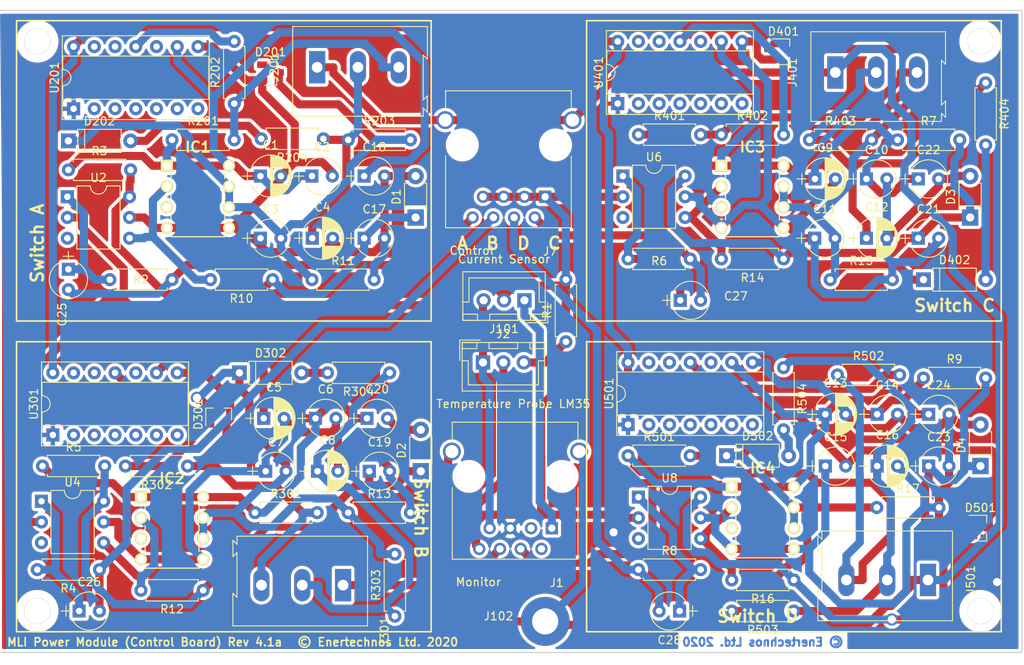
<source format=kicad_pcb>
(kicad_pcb (version 20171130) (host pcbnew "(5.1.2)-2")

  (general
    (thickness 1.6)
    (drawings 33)
    (tracks 753)
    (zones 0)
    (modules 98)
    (nets 67)
  )

  (page A4)
  (title_block
    (title "Power Module (Control Board)")
    (date 2017-12-14)
    (rev "Release 4")
    (company "Enertechnos Ltd.")
    (comment 1 "FOR REVIEW")
  )

  (layers
    (0 F.Cu signal)
    (31 B.Cu signal)
    (33 F.Adhes user hide)
    (35 F.Paste user hide)
    (37 F.SilkS user)
    (38 B.Mask user)
    (39 F.Mask user)
    (40 Dwgs.User user hide)
    (41 Cmts.User user hide)
    (42 Eco1.User user hide)
    (43 Eco2.User user hide)
    (44 Edge.Cuts user hide)
    (45 Margin user hide)
    (46 B.CrtYd user hide)
    (47 F.CrtYd user)
    (49 F.Fab user hide)
  )

  (setup
    (last_trace_width 1)
    (user_trace_width 0.5)
    (trace_clearance 0.4)
    (zone_clearance 0.35)
    (zone_45_only no)
    (trace_min 1)
    (via_size 1.5)
    (via_drill 1)
    (via_min_size 1.5)
    (via_min_drill 0.3)
    (uvia_size 1)
    (uvia_drill 0.5)
    (uvias_allowed no)
    (uvia_min_size 1)
    (uvia_min_drill 0.1)
    (edge_width 0.15)
    (segment_width 0.2)
    (pcb_text_width 0.3)
    (pcb_text_size 1.5 1.5)
    (mod_edge_width 0.15)
    (mod_text_size 1 1)
    (mod_text_width 0.15)
    (pad_size 0.6 0.6)
    (pad_drill 0.3)
    (pad_to_mask_clearance 0.2)
    (aux_axis_origin 49.53 113.03)
    (visible_elements 7FFFFF7F)
    (pcbplotparams
      (layerselection 0x010e0_ffffffff)
      (usegerberextensions false)
      (usegerberattributes false)
      (usegerberadvancedattributes false)
      (creategerberjobfile false)
      (excludeedgelayer true)
      (linewidth 0.100000)
      (plotframeref false)
      (viasonmask false)
      (mode 1)
      (useauxorigin false)
      (hpglpennumber 1)
      (hpglpenspeed 20)
      (hpglpendiameter 15.000000)
      (psnegative false)
      (psa4output false)
      (plotreference true)
      (plotvalue true)
      (plotinvisibletext false)
      (padsonsilk false)
      (subtractmaskfromsilk false)
      (outputformat 4)
      (mirror false)
      (drillshape 0)
      (scaleselection 1)
      (outputdirectory "Plot/"))
  )

  (net 0 "")
  (net 1 "Net-(IC1-Pad2)")
  (net 2 "Net-(IC2-Pad2)")
  (net 3 "Net-(IC3-Pad2)")
  (net 4 "Net-(IC4-Pad2)")
  (net 5 DC_IN)
  (net 6 DC_GND)
  (net 7 ARD_GND)
  (net 8 "Net-(C17-Pad1)")
  (net 9 "Net-(C19-Pad1)")
  (net 10 "Net-(C21-Pad1)")
  (net 11 "Net-(C23-Pad1)")
  (net 12 ARD_PWM_A)
  (net 13 ARD_PWM_B)
  (net 14 ARD_PWM_C)
  (net 15 ARD_PWM_D)
  (net 16 "Net-(C25-Pad1)")
  (net 17 "Net-(C26-Pad1)")
  (net 18 "Net-(C27-Pad1)")
  (net 19 "Net-(C28-Pad1)")
  (net 20 ARD_CUR)
  (net 21 ARD_VCC)
  (net 22 ARD_TEMP)
  (net 23 "Net-(J2-Pad3)")
  (net 24 /PsuSwitchModule.Switch.1/GND_ISO)
  (net 25 /PsuSwitchModule.Switch.1/DRV_SIG)
  (net 26 /PsuSwitchModule.Switch.2/GND_ISO)
  (net 27 /PsuSwitchModule.Switch.2/DRV_SIG)
  (net 28 /PsuSwitchModule.Switch.3/GND_ISO)
  (net 29 /PsuSwitchModule.Switch.3/DRV_SIG)
  (net 30 /PsuSwitchModule.Switch.4/GND_ISO)
  (net 31 /PsuSwitchModule.Switch.4/DRV_SIG)
  (net 32 Earth)
  (net 33 "Net-(IC1-Pad3)")
  (net 34 "Net-(IC2-Pad3)")
  (net 35 "Net-(IC3-Pad3)")
  (net 36 "Net-(IC4-Pad3)")
  (net 37 "Net-(J1-Pad2)")
  (net 38 "Net-(J1-Pad3)")
  (net 39 "Net-(U2-Pad3)")
  (net 40 "Net-(U4-Pad3)")
  (net 41 "Net-(U6-Pad3)")
  (net 42 "Net-(U8-Pad3)")
  (net 43 /PsuSwitchModule.Switch.1/+15V)
  (net 44 /PsuSwitchModule.Switch.2/+15V)
  (net 45 /PsuSwitchModule.Switch.3/+15V)
  (net 46 /PsuSwitchModule.Switch.4/+15V)
  (net 47 /PsuSwitchModule.Switch.1/-5V)
  (net 48 /PsuSwitchModule.Switch.2/-5V)
  (net 49 /PsuSwitchModule.Switch.3/-5V)
  (net 50 /PsuSwitchModule.Switch.4/-5V)
  (net 51 /PsuSwitchModule.Switch.1/-15V)
  (net 52 /PsuSwitchModule.Switch.2/-15V)
  (net 53 /PsuSwitchModule.Switch.3/-15V)
  (net 54 /PsuSwitchModule.Switch.4/-15V)
  (net 55 "Net-(C3-Pad2)")
  (net 56 "Net-(C7-Pad2)")
  (net 57 "Net-(C11-Pad2)")
  (net 58 "Net-(C15-Pad2)")
  (net 59 "Net-(D201-Pad1)")
  (net 60 "Net-(D202-Pad2)")
  (net 61 "Net-(D301-Pad1)")
  (net 62 "Net-(D302-Pad2)")
  (net 63 "Net-(D401-Pad1)")
  (net 64 "Net-(D402-Pad2)")
  (net 65 "Net-(D501-Pad1)")
  (net 66 "Net-(D502-Pad2)")

  (net_class Default "This is the default net class."
    (clearance 0.4)
    (trace_width 1)
    (via_dia 1.5)
    (via_drill 1)
    (uvia_dia 1)
    (uvia_drill 0.5)
    (diff_pair_width 1)
    (diff_pair_gap 0.25)
    (add_net /PsuSwitchModule.Switch.1/+15V)
    (add_net /PsuSwitchModule.Switch.1/-15V)
    (add_net /PsuSwitchModule.Switch.1/-5V)
    (add_net /PsuSwitchModule.Switch.1/DRV_SIG)
    (add_net /PsuSwitchModule.Switch.1/GND_ISO)
    (add_net /PsuSwitchModule.Switch.2/+15V)
    (add_net /PsuSwitchModule.Switch.2/-15V)
    (add_net /PsuSwitchModule.Switch.2/-5V)
    (add_net /PsuSwitchModule.Switch.2/DRV_SIG)
    (add_net /PsuSwitchModule.Switch.2/GND_ISO)
    (add_net /PsuSwitchModule.Switch.3/+15V)
    (add_net /PsuSwitchModule.Switch.3/-15V)
    (add_net /PsuSwitchModule.Switch.3/-5V)
    (add_net /PsuSwitchModule.Switch.3/DRV_SIG)
    (add_net /PsuSwitchModule.Switch.3/GND_ISO)
    (add_net /PsuSwitchModule.Switch.4/+15V)
    (add_net /PsuSwitchModule.Switch.4/-15V)
    (add_net /PsuSwitchModule.Switch.4/-5V)
    (add_net /PsuSwitchModule.Switch.4/DRV_SIG)
    (add_net /PsuSwitchModule.Switch.4/GND_ISO)
    (add_net ARD_CUR)
    (add_net ARD_GND)
    (add_net ARD_PWM_A)
    (add_net ARD_PWM_B)
    (add_net ARD_PWM_C)
    (add_net ARD_PWM_D)
    (add_net ARD_TEMP)
    (add_net ARD_VCC)
    (add_net DC_GND)
    (add_net DC_IN)
    (add_net Earth)
    (add_net "Net-(C11-Pad2)")
    (add_net "Net-(C15-Pad2)")
    (add_net "Net-(C17-Pad1)")
    (add_net "Net-(C19-Pad1)")
    (add_net "Net-(C21-Pad1)")
    (add_net "Net-(C23-Pad1)")
    (add_net "Net-(C25-Pad1)")
    (add_net "Net-(C26-Pad1)")
    (add_net "Net-(C27-Pad1)")
    (add_net "Net-(C28-Pad1)")
    (add_net "Net-(C3-Pad2)")
    (add_net "Net-(C7-Pad2)")
    (add_net "Net-(D201-Pad1)")
    (add_net "Net-(D202-Pad2)")
    (add_net "Net-(D301-Pad1)")
    (add_net "Net-(D302-Pad2)")
    (add_net "Net-(D401-Pad1)")
    (add_net "Net-(D402-Pad2)")
    (add_net "Net-(D501-Pad1)")
    (add_net "Net-(D502-Pad2)")
    (add_net "Net-(IC1-Pad2)")
    (add_net "Net-(IC1-Pad3)")
    (add_net "Net-(IC2-Pad2)")
    (add_net "Net-(IC2-Pad3)")
    (add_net "Net-(IC3-Pad2)")
    (add_net "Net-(IC3-Pad3)")
    (add_net "Net-(IC4-Pad2)")
    (add_net "Net-(IC4-Pad3)")
    (add_net "Net-(J1-Pad2)")
    (add_net "Net-(J1-Pad3)")
    (add_net "Net-(J2-Pad3)")
    (add_net "Net-(U2-Pad3)")
    (add_net "Net-(U4-Pad3)")
    (add_net "Net-(U6-Pad3)")
    (add_net "Net-(U8-Pad3)")
  )

  (module Capacitors_THT:CP_Radial_Tantal_D4.5mm_P2.50mm (layer F.Cu) (tedit 597C781B) (tstamp 59A6E777)
    (at 88.265 54.61)
    (descr "CP, Radial_Tantal series, Radial, pin pitch=2.50mm, , diameter=4.5mm, Tantal Electrolytic Capacitor, http://cdn-reichelt.de/documents/datenblatt/B300/TANTAL-TB-Serie%23.pdf")
    (tags "CP Radial_Tantal series Radial pin pitch 2.50mm  diameter 4.5mm Tantal Electrolytic Capacitor")
    (path /59498AA5/59A6D3E0)
    (fp_text reference C2 (at 1.25 -3.56) (layer F.SilkS)
      (effects (font (size 1 1) (thickness 0.15)))
    )
    (fp_text value 100nF (at 1.25 3.56) (layer F.Fab)
      (effects (font (size 1 1) (thickness 0.15)))
    )
    (fp_arc (start 1.25 0) (end -0.770693 -1.18) (angle 119.4) (layer F.SilkS) (width 0.12))
    (fp_arc (start 1.25 0) (end -0.770693 1.18) (angle -119.4) (layer F.SilkS) (width 0.12))
    (fp_arc (start 1.25 0) (end 3.270693 -1.18) (angle 60.6) (layer F.SilkS) (width 0.12))
    (fp_circle (center 1.25 0) (end 3.5 0) (layer F.Fab) (width 0.1))
    (fp_line (start -2.2 0) (end -1 0) (layer F.Fab) (width 0.1))
    (fp_line (start -1.6 -0.65) (end -1.6 0.65) (layer F.Fab) (width 0.1))
    (fp_line (start -2.2 0) (end -1 0) (layer F.SilkS) (width 0.12))
    (fp_line (start -1.6 -0.65) (end -1.6 0.65) (layer F.SilkS) (width 0.12))
    (fp_line (start -1.35 -2.6) (end -1.35 2.6) (layer F.CrtYd) (width 0.05))
    (fp_line (start -1.35 2.6) (end 3.85 2.6) (layer F.CrtYd) (width 0.05))
    (fp_line (start 3.85 2.6) (end 3.85 -2.6) (layer F.CrtYd) (width 0.05))
    (fp_line (start 3.85 -2.6) (end -1.35 -2.6) (layer F.CrtYd) (width 0.05))
    (fp_text user %R (at 1.25 0) (layer F.Fab)
      (effects (font (size 1 1) (thickness 0.15)))
    )
    (pad 1 thru_hole rect (at 0 0) (size 1.6 1.6) (drill 0.8) (layers *.Cu *.Mask)
      (net 43 /PsuSwitchModule.Switch.1/+15V))
    (pad 2 thru_hole circle (at 2.5 0) (size 1.6 1.6) (drill 0.8) (layers *.Cu *.Mask)
      (net 24 /PsuSwitchModule.Switch.1/GND_ISO))
    (model ${KISYS3DMOD}/Capacitors_THT.3dshapes/CP_Radial_Tantal_D4.5mm_P2.50mm.wrl
      (at (xyz 0 0 0))
      (scale (xyz 1 1 1))
      (rotate (xyz 0 0 0))
    )
  )

  (module Capacitors_THT:CP_Radial_Tantal_D4.5mm_P2.50mm (layer F.Cu) (tedit 597C781B) (tstamp 59EF66B2)
    (at 94.655 54.61)
    (descr "CP, Radial_Tantal series, Radial, pin pitch=2.50mm, , diameter=4.5mm, Tantal Electrolytic Capacitor, http://cdn-reichelt.de/documents/datenblatt/B300/TANTAL-TB-Serie%23.pdf")
    (tags "CP Radial_Tantal series Radial pin pitch 2.50mm  diameter 4.5mm Tantal Electrolytic Capacitor")
    (path /59498AA5/59EF1DD4)
    (fp_text reference C18 (at 1.25 -3.56) (layer F.SilkS)
      (effects (font (size 1 1) (thickness 0.15)))
    )
    (fp_text value 100nF (at 1.25 3.56) (layer F.Fab)
      (effects (font (size 1 1) (thickness 0.15)))
    )
    (fp_arc (start 1.25 0) (end -0.770693 -1.18) (angle 119.4) (layer F.SilkS) (width 0.12))
    (fp_arc (start 1.25 0) (end -0.770693 1.18) (angle -119.4) (layer F.SilkS) (width 0.12))
    (fp_arc (start 1.25 0) (end 3.270693 -1.18) (angle 60.6) (layer F.SilkS) (width 0.12))
    (fp_circle (center 1.25 0) (end 3.5 0) (layer F.Fab) (width 0.1))
    (fp_line (start -2.2 0) (end -1 0) (layer F.Fab) (width 0.1))
    (fp_line (start -1.6 -0.65) (end -1.6 0.65) (layer F.Fab) (width 0.1))
    (fp_line (start -2.2 0) (end -1 0) (layer F.SilkS) (width 0.12))
    (fp_line (start -1.6 -0.65) (end -1.6 0.65) (layer F.SilkS) (width 0.12))
    (fp_line (start -1.35 -2.6) (end -1.35 2.6) (layer F.CrtYd) (width 0.05))
    (fp_line (start -1.35 2.6) (end 3.85 2.6) (layer F.CrtYd) (width 0.05))
    (fp_line (start 3.85 2.6) (end 3.85 -2.6) (layer F.CrtYd) (width 0.05))
    (fp_line (start 3.85 -2.6) (end -1.35 -2.6) (layer F.CrtYd) (width 0.05))
    (fp_text user %R (at 1.25 0) (layer F.Fab)
      (effects (font (size 1 1) (thickness 0.15)))
    )
    (pad 1 thru_hole rect (at 0 0) (size 1.6 1.6) (drill 0.8) (layers *.Cu *.Mask)
      (net 43 /PsuSwitchModule.Switch.1/+15V))
    (pad 2 thru_hole circle (at 2.5 0) (size 1.6 1.6) (drill 0.8) (layers *.Cu *.Mask)
      (net 24 /PsuSwitchModule.Switch.1/GND_ISO))
    (model ${KISYS3DMOD}/Capacitors_THT.3dshapes/CP_Radial_Tantal_D4.5mm_P2.50mm.wrl
      (at (xyz 0 0 0))
      (scale (xyz 1 1 1))
      (rotate (xyz 0 0 0))
    )
  )

  (module Capacitors_THT:CP_Radial_D5.0mm_P2.50mm (layer F.Cu) (tedit 597BC7C2) (tstamp 59A6E764)
    (at 81.955 54.61)
    (descr "CP, Radial series, Radial, pin pitch=2.50mm, , diameter=5mm, Electrolytic Capacitor")
    (tags "CP Radial series Radial pin pitch 2.50mm  diameter 5mm Electrolytic Capacitor")
    (path /59498AA5/59A6D3D9)
    (fp_text reference C1 (at 1.25 -3.81) (layer F.SilkS)
      (effects (font (size 1 1) (thickness 0.15)))
    )
    (fp_text value 4.7uF (at 1.25 3.81) (layer F.Fab)
      (effects (font (size 1 1) (thickness 0.15)))
    )
    (fp_arc (start 1.25 0) (end -1.05558 -1.18) (angle 125.8) (layer F.SilkS) (width 0.12))
    (fp_arc (start 1.25 0) (end -1.05558 1.18) (angle -125.8) (layer F.SilkS) (width 0.12))
    (fp_arc (start 1.25 0) (end 3.55558 -1.18) (angle 54.2) (layer F.SilkS) (width 0.12))
    (fp_circle (center 1.25 0) (end 3.75 0) (layer F.Fab) (width 0.1))
    (fp_line (start -2.2 0) (end -1 0) (layer F.Fab) (width 0.1))
    (fp_line (start -1.6 -0.65) (end -1.6 0.65) (layer F.Fab) (width 0.1))
    (fp_line (start 1.25 -2.55) (end 1.25 2.55) (layer F.SilkS) (width 0.12))
    (fp_line (start 1.29 -2.55) (end 1.29 2.55) (layer F.SilkS) (width 0.12))
    (fp_line (start 1.33 -2.549) (end 1.33 2.549) (layer F.SilkS) (width 0.12))
    (fp_line (start 1.37 -2.548) (end 1.37 2.548) (layer F.SilkS) (width 0.12))
    (fp_line (start 1.41 -2.546) (end 1.41 2.546) (layer F.SilkS) (width 0.12))
    (fp_line (start 1.45 -2.543) (end 1.45 2.543) (layer F.SilkS) (width 0.12))
    (fp_line (start 1.49 -2.539) (end 1.49 2.539) (layer F.SilkS) (width 0.12))
    (fp_line (start 1.53 -2.535) (end 1.53 -0.98) (layer F.SilkS) (width 0.12))
    (fp_line (start 1.53 0.98) (end 1.53 2.535) (layer F.SilkS) (width 0.12))
    (fp_line (start 1.57 -2.531) (end 1.57 -0.98) (layer F.SilkS) (width 0.12))
    (fp_line (start 1.57 0.98) (end 1.57 2.531) (layer F.SilkS) (width 0.12))
    (fp_line (start 1.61 -2.525) (end 1.61 -0.98) (layer F.SilkS) (width 0.12))
    (fp_line (start 1.61 0.98) (end 1.61 2.525) (layer F.SilkS) (width 0.12))
    (fp_line (start 1.65 -2.519) (end 1.65 -0.98) (layer F.SilkS) (width 0.12))
    (fp_line (start 1.65 0.98) (end 1.65 2.519) (layer F.SilkS) (width 0.12))
    (fp_line (start 1.69 -2.513) (end 1.69 -0.98) (layer F.SilkS) (width 0.12))
    (fp_line (start 1.69 0.98) (end 1.69 2.513) (layer F.SilkS) (width 0.12))
    (fp_line (start 1.73 -2.506) (end 1.73 -0.98) (layer F.SilkS) (width 0.12))
    (fp_line (start 1.73 0.98) (end 1.73 2.506) (layer F.SilkS) (width 0.12))
    (fp_line (start 1.77 -2.498) (end 1.77 -0.98) (layer F.SilkS) (width 0.12))
    (fp_line (start 1.77 0.98) (end 1.77 2.498) (layer F.SilkS) (width 0.12))
    (fp_line (start 1.81 -2.489) (end 1.81 -0.98) (layer F.SilkS) (width 0.12))
    (fp_line (start 1.81 0.98) (end 1.81 2.489) (layer F.SilkS) (width 0.12))
    (fp_line (start 1.85 -2.48) (end 1.85 -0.98) (layer F.SilkS) (width 0.12))
    (fp_line (start 1.85 0.98) (end 1.85 2.48) (layer F.SilkS) (width 0.12))
    (fp_line (start 1.89 -2.47) (end 1.89 -0.98) (layer F.SilkS) (width 0.12))
    (fp_line (start 1.89 0.98) (end 1.89 2.47) (layer F.SilkS) (width 0.12))
    (fp_line (start 1.93 -2.46) (end 1.93 -0.98) (layer F.SilkS) (width 0.12))
    (fp_line (start 1.93 0.98) (end 1.93 2.46) (layer F.SilkS) (width 0.12))
    (fp_line (start 1.971 -2.448) (end 1.971 -0.98) (layer F.SilkS) (width 0.12))
    (fp_line (start 1.971 0.98) (end 1.971 2.448) (layer F.SilkS) (width 0.12))
    (fp_line (start 2.011 -2.436) (end 2.011 -0.98) (layer F.SilkS) (width 0.12))
    (fp_line (start 2.011 0.98) (end 2.011 2.436) (layer F.SilkS) (width 0.12))
    (fp_line (start 2.051 -2.424) (end 2.051 -0.98) (layer F.SilkS) (width 0.12))
    (fp_line (start 2.051 0.98) (end 2.051 2.424) (layer F.SilkS) (width 0.12))
    (fp_line (start 2.091 -2.41) (end 2.091 -0.98) (layer F.SilkS) (width 0.12))
    (fp_line (start 2.091 0.98) (end 2.091 2.41) (layer F.SilkS) (width 0.12))
    (fp_line (start 2.131 -2.396) (end 2.131 -0.98) (layer F.SilkS) (width 0.12))
    (fp_line (start 2.131 0.98) (end 2.131 2.396) (layer F.SilkS) (width 0.12))
    (fp_line (start 2.171 -2.382) (end 2.171 -0.98) (layer F.SilkS) (width 0.12))
    (fp_line (start 2.171 0.98) (end 2.171 2.382) (layer F.SilkS) (width 0.12))
    (fp_line (start 2.211 -2.366) (end 2.211 -0.98) (layer F.SilkS) (width 0.12))
    (fp_line (start 2.211 0.98) (end 2.211 2.366) (layer F.SilkS) (width 0.12))
    (fp_line (start 2.251 -2.35) (end 2.251 -0.98) (layer F.SilkS) (width 0.12))
    (fp_line (start 2.251 0.98) (end 2.251 2.35) (layer F.SilkS) (width 0.12))
    (fp_line (start 2.291 -2.333) (end 2.291 -0.98) (layer F.SilkS) (width 0.12))
    (fp_line (start 2.291 0.98) (end 2.291 2.333) (layer F.SilkS) (width 0.12))
    (fp_line (start 2.331 -2.315) (end 2.331 -0.98) (layer F.SilkS) (width 0.12))
    (fp_line (start 2.331 0.98) (end 2.331 2.315) (layer F.SilkS) (width 0.12))
    (fp_line (start 2.371 -2.296) (end 2.371 -0.98) (layer F.SilkS) (width 0.12))
    (fp_line (start 2.371 0.98) (end 2.371 2.296) (layer F.SilkS) (width 0.12))
    (fp_line (start 2.411 -2.276) (end 2.411 -0.98) (layer F.SilkS) (width 0.12))
    (fp_line (start 2.411 0.98) (end 2.411 2.276) (layer F.SilkS) (width 0.12))
    (fp_line (start 2.451 -2.256) (end 2.451 -0.98) (layer F.SilkS) (width 0.12))
    (fp_line (start 2.451 0.98) (end 2.451 2.256) (layer F.SilkS) (width 0.12))
    (fp_line (start 2.491 -2.234) (end 2.491 -0.98) (layer F.SilkS) (width 0.12))
    (fp_line (start 2.491 0.98) (end 2.491 2.234) (layer F.SilkS) (width 0.12))
    (fp_line (start 2.531 -2.212) (end 2.531 -0.98) (layer F.SilkS) (width 0.12))
    (fp_line (start 2.531 0.98) (end 2.531 2.212) (layer F.SilkS) (width 0.12))
    (fp_line (start 2.571 -2.189) (end 2.571 -0.98) (layer F.SilkS) (width 0.12))
    (fp_line (start 2.571 0.98) (end 2.571 2.189) (layer F.SilkS) (width 0.12))
    (fp_line (start 2.611 -2.165) (end 2.611 -0.98) (layer F.SilkS) (width 0.12))
    (fp_line (start 2.611 0.98) (end 2.611 2.165) (layer F.SilkS) (width 0.12))
    (fp_line (start 2.651 -2.14) (end 2.651 -0.98) (layer F.SilkS) (width 0.12))
    (fp_line (start 2.651 0.98) (end 2.651 2.14) (layer F.SilkS) (width 0.12))
    (fp_line (start 2.691 -2.113) (end 2.691 -0.98) (layer F.SilkS) (width 0.12))
    (fp_line (start 2.691 0.98) (end 2.691 2.113) (layer F.SilkS) (width 0.12))
    (fp_line (start 2.731 -2.086) (end 2.731 -0.98) (layer F.SilkS) (width 0.12))
    (fp_line (start 2.731 0.98) (end 2.731 2.086) (layer F.SilkS) (width 0.12))
    (fp_line (start 2.771 -2.058) (end 2.771 -0.98) (layer F.SilkS) (width 0.12))
    (fp_line (start 2.771 0.98) (end 2.771 2.058) (layer F.SilkS) (width 0.12))
    (fp_line (start 2.811 -2.028) (end 2.811 -0.98) (layer F.SilkS) (width 0.12))
    (fp_line (start 2.811 0.98) (end 2.811 2.028) (layer F.SilkS) (width 0.12))
    (fp_line (start 2.851 -1.997) (end 2.851 -0.98) (layer F.SilkS) (width 0.12))
    (fp_line (start 2.851 0.98) (end 2.851 1.997) (layer F.SilkS) (width 0.12))
    (fp_line (start 2.891 -1.965) (end 2.891 -0.98) (layer F.SilkS) (width 0.12))
    (fp_line (start 2.891 0.98) (end 2.891 1.965) (layer F.SilkS) (width 0.12))
    (fp_line (start 2.931 -1.932) (end 2.931 -0.98) (layer F.SilkS) (width 0.12))
    (fp_line (start 2.931 0.98) (end 2.931 1.932) (layer F.SilkS) (width 0.12))
    (fp_line (start 2.971 -1.897) (end 2.971 -0.98) (layer F.SilkS) (width 0.12))
    (fp_line (start 2.971 0.98) (end 2.971 1.897) (layer F.SilkS) (width 0.12))
    (fp_line (start 3.011 -1.861) (end 3.011 -0.98) (layer F.SilkS) (width 0.12))
    (fp_line (start 3.011 0.98) (end 3.011 1.861) (layer F.SilkS) (width 0.12))
    (fp_line (start 3.051 -1.823) (end 3.051 -0.98) (layer F.SilkS) (width 0.12))
    (fp_line (start 3.051 0.98) (end 3.051 1.823) (layer F.SilkS) (width 0.12))
    (fp_line (start 3.091 -1.783) (end 3.091 -0.98) (layer F.SilkS) (width 0.12))
    (fp_line (start 3.091 0.98) (end 3.091 1.783) (layer F.SilkS) (width 0.12))
    (fp_line (start 3.131 -1.742) (end 3.131 -0.98) (layer F.SilkS) (width 0.12))
    (fp_line (start 3.131 0.98) (end 3.131 1.742) (layer F.SilkS) (width 0.12))
    (fp_line (start 3.171 -1.699) (end 3.171 -0.98) (layer F.SilkS) (width 0.12))
    (fp_line (start 3.171 0.98) (end 3.171 1.699) (layer F.SilkS) (width 0.12))
    (fp_line (start 3.211 -1.654) (end 3.211 -0.98) (layer F.SilkS) (width 0.12))
    (fp_line (start 3.211 0.98) (end 3.211 1.654) (layer F.SilkS) (width 0.12))
    (fp_line (start 3.251 -1.606) (end 3.251 -0.98) (layer F.SilkS) (width 0.12))
    (fp_line (start 3.251 0.98) (end 3.251 1.606) (layer F.SilkS) (width 0.12))
    (fp_line (start 3.291 -1.556) (end 3.291 -0.98) (layer F.SilkS) (width 0.12))
    (fp_line (start 3.291 0.98) (end 3.291 1.556) (layer F.SilkS) (width 0.12))
    (fp_line (start 3.331 -1.504) (end 3.331 -0.98) (layer F.SilkS) (width 0.12))
    (fp_line (start 3.331 0.98) (end 3.331 1.504) (layer F.SilkS) (width 0.12))
    (fp_line (start 3.371 -1.448) (end 3.371 -0.98) (layer F.SilkS) (width 0.12))
    (fp_line (start 3.371 0.98) (end 3.371 1.448) (layer F.SilkS) (width 0.12))
    (fp_line (start 3.411 -1.39) (end 3.411 -0.98) (layer F.SilkS) (width 0.12))
    (fp_line (start 3.411 0.98) (end 3.411 1.39) (layer F.SilkS) (width 0.12))
    (fp_line (start 3.451 -1.327) (end 3.451 -0.98) (layer F.SilkS) (width 0.12))
    (fp_line (start 3.451 0.98) (end 3.451 1.327) (layer F.SilkS) (width 0.12))
    (fp_line (start 3.491 -1.261) (end 3.491 1.261) (layer F.SilkS) (width 0.12))
    (fp_line (start 3.531 -1.189) (end 3.531 1.189) (layer F.SilkS) (width 0.12))
    (fp_line (start 3.571 -1.112) (end 3.571 1.112) (layer F.SilkS) (width 0.12))
    (fp_line (start 3.611 -1.028) (end 3.611 1.028) (layer F.SilkS) (width 0.12))
    (fp_line (start 3.651 -0.934) (end 3.651 0.934) (layer F.SilkS) (width 0.12))
    (fp_line (start 3.691 -0.829) (end 3.691 0.829) (layer F.SilkS) (width 0.12))
    (fp_line (start 3.731 -0.707) (end 3.731 0.707) (layer F.SilkS) (width 0.12))
    (fp_line (start 3.771 -0.559) (end 3.771 0.559) (layer F.SilkS) (width 0.12))
    (fp_line (start 3.811 -0.354) (end 3.811 0.354) (layer F.SilkS) (width 0.12))
    (fp_line (start -2.2 0) (end -1 0) (layer F.SilkS) (width 0.12))
    (fp_line (start -1.6 -0.65) (end -1.6 0.65) (layer F.SilkS) (width 0.12))
    (fp_line (start -1.6 -2.85) (end -1.6 2.85) (layer F.CrtYd) (width 0.05))
    (fp_line (start -1.6 2.85) (end 4.1 2.85) (layer F.CrtYd) (width 0.05))
    (fp_line (start 4.1 2.85) (end 4.1 -2.85) (layer F.CrtYd) (width 0.05))
    (fp_line (start 4.1 -2.85) (end -1.6 -2.85) (layer F.CrtYd) (width 0.05))
    (fp_text user %R (at 1.25 0) (layer F.Fab)
      (effects (font (size 1 1) (thickness 0.15)))
    )
    (pad 1 thru_hole rect (at 0 0) (size 1.6 1.6) (drill 0.8) (layers *.Cu *.Mask)
      (net 43 /PsuSwitchModule.Switch.1/+15V))
    (pad 2 thru_hole circle (at 2.5 0) (size 1.6 1.6) (drill 0.8) (layers *.Cu *.Mask)
      (net 24 /PsuSwitchModule.Switch.1/GND_ISO))
    (model ${KISYS3DMOD}/Capacitors_THT.3dshapes/CP_Radial_D5.0mm_P2.50mm.wrl
      (at (xyz 0 0 0))
      (scale (xyz 1 1 1))
      (rotate (xyz 0 0 0))
    )
  )

  (module Resistors_THT:R_Axial_DIN0207_L6.3mm_D2.5mm_P7.62mm_Horizontal (layer F.Cu) (tedit 5874F706) (tstamp 5E39982B)
    (at 71.12 50.165)
    (descr "Resistor, Axial_DIN0207 series, Axial, Horizontal, pin pitch=7.62mm, 0.25W = 1/4W, length*diameter=6.3*2.5mm^2, http://cdn-reichelt.de/documents/datenblatt/B400/1_4W%23YAG.pdf")
    (tags "Resistor Axial_DIN0207 series Axial Horizontal pin pitch 7.62mm 0.25W = 1/4W length 6.3mm diameter 2.5mm")
    (path /59498AA5/5E3A1E35)
    (fp_text reference R201 (at 3.81 -2.31) (layer F.SilkS)
      (effects (font (size 1 1) (thickness 0.15)))
    )
    (fp_text value R (at 3.81 2.31) (layer F.Fab)
      (effects (font (size 1 1) (thickness 0.15)))
    )
    (fp_line (start 0.66 -1.25) (end 0.66 1.25) (layer F.Fab) (width 0.1))
    (fp_line (start 0.66 1.25) (end 6.96 1.25) (layer F.Fab) (width 0.1))
    (fp_line (start 6.96 1.25) (end 6.96 -1.25) (layer F.Fab) (width 0.1))
    (fp_line (start 6.96 -1.25) (end 0.66 -1.25) (layer F.Fab) (width 0.1))
    (fp_line (start 0 0) (end 0.66 0) (layer F.Fab) (width 0.1))
    (fp_line (start 7.62 0) (end 6.96 0) (layer F.Fab) (width 0.1))
    (fp_line (start 0.6 -0.98) (end 0.6 -1.31) (layer F.SilkS) (width 0.12))
    (fp_line (start 0.6 -1.31) (end 7.02 -1.31) (layer F.SilkS) (width 0.12))
    (fp_line (start 7.02 -1.31) (end 7.02 -0.98) (layer F.SilkS) (width 0.12))
    (fp_line (start 0.6 0.98) (end 0.6 1.31) (layer F.SilkS) (width 0.12))
    (fp_line (start 0.6 1.31) (end 7.02 1.31) (layer F.SilkS) (width 0.12))
    (fp_line (start 7.02 1.31) (end 7.02 0.98) (layer F.SilkS) (width 0.12))
    (fp_line (start -1.05 -1.6) (end -1.05 1.6) (layer F.CrtYd) (width 0.05))
    (fp_line (start -1.05 1.6) (end 8.7 1.6) (layer F.CrtYd) (width 0.05))
    (fp_line (start 8.7 1.6) (end 8.7 -1.6) (layer F.CrtYd) (width 0.05))
    (fp_line (start 8.7 -1.6) (end -1.05 -1.6) (layer F.CrtYd) (width 0.05))
    (pad 1 thru_hole circle (at 0 0) (size 1.6 1.6) (drill 0.8) (layers *.Cu *.Mask)
      (net 43 /PsuSwitchModule.Switch.1/+15V))
    (pad 2 thru_hole oval (at 7.62 0) (size 1.6 1.6) (drill 0.8) (layers *.Cu *.Mask)
      (net 47 /PsuSwitchModule.Switch.1/-5V))
    (model ${KISYS3DMOD}/Resistors_THT.3dshapes/R_Axial_DIN0207_L6.3mm_D2.5mm_P7.62mm_Horizontal.wrl
      (at (xyz 0 0 0))
      (scale (xyz 0.393701 0.393701 0.393701))
      (rotate (xyz 0 0 0))
    )
  )

  (module Resistors_THT:R_Axial_DIN0207_L6.3mm_D2.5mm_P7.62mm_Horizontal (layer F.Cu) (tedit 5874F706) (tstamp 59F0538A)
    (at 58.42 53.848)
    (descr "Resistor, Axial_DIN0207 series, Axial, Horizontal, pin pitch=7.62mm, 0.25W = 1/4W, length*diameter=6.3*2.5mm^2, http://cdn-reichelt.de/documents/datenblatt/B400/1_4W%23YAG.pdf")
    (tags "Resistor Axial_DIN0207 series Axial Horizontal pin pitch 7.62mm 0.25W = 1/4W length 6.3mm diameter 2.5mm")
    (path /59498AA5/59A6DAAD)
    (fp_text reference R3 (at 3.81 -2.31) (layer F.SilkS)
      (effects (font (size 1 1) (thickness 0.15)))
    )
    (fp_text value 3K (at 3.81 2.31) (layer F.Fab)
      (effects (font (size 1 1) (thickness 0.15)))
    )
    (fp_line (start 0.66 -1.25) (end 0.66 1.25) (layer F.Fab) (width 0.1))
    (fp_line (start 0.66 1.25) (end 6.96 1.25) (layer F.Fab) (width 0.1))
    (fp_line (start 6.96 1.25) (end 6.96 -1.25) (layer F.Fab) (width 0.1))
    (fp_line (start 6.96 -1.25) (end 0.66 -1.25) (layer F.Fab) (width 0.1))
    (fp_line (start 0 0) (end 0.66 0) (layer F.Fab) (width 0.1))
    (fp_line (start 7.62 0) (end 6.96 0) (layer F.Fab) (width 0.1))
    (fp_line (start 0.6 -0.98) (end 0.6 -1.31) (layer F.SilkS) (width 0.12))
    (fp_line (start 0.6 -1.31) (end 7.02 -1.31) (layer F.SilkS) (width 0.12))
    (fp_line (start 7.02 -1.31) (end 7.02 -0.98) (layer F.SilkS) (width 0.12))
    (fp_line (start 0.6 0.98) (end 0.6 1.31) (layer F.SilkS) (width 0.12))
    (fp_line (start 0.6 1.31) (end 7.02 1.31) (layer F.SilkS) (width 0.12))
    (fp_line (start 7.02 1.31) (end 7.02 0.98) (layer F.SilkS) (width 0.12))
    (fp_line (start -1.05 -1.6) (end -1.05 1.6) (layer F.CrtYd) (width 0.05))
    (fp_line (start -1.05 1.6) (end 8.7 1.6) (layer F.CrtYd) (width 0.05))
    (fp_line (start 8.7 1.6) (end 8.7 -1.6) (layer F.CrtYd) (width 0.05))
    (fp_line (start 8.7 -1.6) (end -1.05 -1.6) (layer F.CrtYd) (width 0.05))
    (pad 1 thru_hole circle (at 0 0) (size 1.6 1.6) (drill 0.8) (layers *.Cu *.Mask)
      (net 43 /PsuSwitchModule.Switch.1/+15V))
    (pad 2 thru_hole oval (at 7.62 0) (size 1.6 1.6) (drill 0.8) (layers *.Cu *.Mask)
      (net 8 "Net-(C17-Pad1)"))
    (model ${KISYS3DMOD}/Resistors_THT.3dshapes/R_Axial_DIN0207_L6.3mm_D2.5mm_P7.62mm_Horizontal.wrl
      (at (xyz 0 0 0))
      (scale (xyz 0.3937 0.3937 0.3937))
      (rotate (xyz 0 0 0))
    )
  )

  (module Diodes_THT:D_A-405_P7.62mm_Horizontal (layer F.Cu) (tedit 5921392E) (tstamp 5E4DA212)
    (at 58.42 50.292)
    (descr "D, A-405 series, Axial, Horizontal, pin pitch=7.62mm, , length*diameter=5.2*2.7mm^2, , http://www.diodes.com/_files/packages/A-405.pdf")
    (tags "D A-405 series Axial Horizontal pin pitch 7.62mm  length 5.2mm diameter 2.7mm")
    (path /59498AA5/5E511242)
    (fp_text reference D202 (at 3.81 -2.41) (layer F.SilkS)
      (effects (font (size 1 1) (thickness 0.15)))
    )
    (fp_text value DIODE (at 3.81 2.41) (layer F.Fab)
      (effects (font (size 1 1) (thickness 0.15)))
    )
    (fp_text user %R (at 4.445 0) (layer F.Fab)
      (effects (font (size 1 1) (thickness 0.15)))
    )
    (fp_line (start 1.21 -1.35) (end 1.21 1.35) (layer F.Fab) (width 0.1))
    (fp_line (start 1.21 1.35) (end 6.41 1.35) (layer F.Fab) (width 0.1))
    (fp_line (start 6.41 1.35) (end 6.41 -1.35) (layer F.Fab) (width 0.1))
    (fp_line (start 6.41 -1.35) (end 1.21 -1.35) (layer F.Fab) (width 0.1))
    (fp_line (start 0 0) (end 1.21 0) (layer F.Fab) (width 0.1))
    (fp_line (start 7.62 0) (end 6.41 0) (layer F.Fab) (width 0.1))
    (fp_line (start 1.99 -1.35) (end 1.99 1.35) (layer F.Fab) (width 0.1))
    (fp_line (start 1.15 -1.41) (end 1.15 1.41) (layer F.SilkS) (width 0.12))
    (fp_line (start 1.15 1.41) (end 6.47 1.41) (layer F.SilkS) (width 0.12))
    (fp_line (start 6.47 1.41) (end 6.47 -1.41) (layer F.SilkS) (width 0.12))
    (fp_line (start 6.47 -1.41) (end 1.15 -1.41) (layer F.SilkS) (width 0.12))
    (fp_line (start 1.08 0) (end 1.15 0) (layer F.SilkS) (width 0.12))
    (fp_line (start 6.54 0) (end 6.47 0) (layer F.SilkS) (width 0.12))
    (fp_line (start 1.99 -1.41) (end 1.99 1.41) (layer F.SilkS) (width 0.12))
    (fp_line (start -1.15 -1.7) (end -1.15 1.7) (layer F.CrtYd) (width 0.05))
    (fp_line (start -1.15 1.7) (end 8.8 1.7) (layer F.CrtYd) (width 0.05))
    (fp_line (start 8.8 1.7) (end 8.8 -1.7) (layer F.CrtYd) (width 0.05))
    (fp_line (start 8.8 -1.7) (end -1.15 -1.7) (layer F.CrtYd) (width 0.05))
    (pad 1 thru_hole rect (at 0 0) (size 1.8 1.8) (drill 0.9) (layers *.Cu *.Mask)
      (net 55 "Net-(C3-Pad2)"))
    (pad 2 thru_hole oval (at 7.62 0) (size 1.8 1.8) (drill 0.9) (layers *.Cu *.Mask)
      (net 60 "Net-(D202-Pad2)"))
    (model ${KISYS3DMOD}/Diodes_THT.3dshapes/D_A-405_P7.62mm_Horizontal.wrl
      (at (xyz 0 0 0))
      (scale (xyz 0.393701 0.393701 0.393701))
      (rotate (xyz 0 0 0))
    )
  )

  (module Resistors_THT:R_Axial_DIN0207_L6.3mm_D2.5mm_P7.62mm_Horizontal (layer F.Cu) (tedit 5874F706) (tstamp 5E4DA99E)
    (at 89.662 50.038 180)
    (descr "Resistor, Axial_DIN0207 series, Axial, Horizontal, pin pitch=7.62mm, 0.25W = 1/4W, length*diameter=6.3*2.5mm^2, http://cdn-reichelt.de/documents/datenblatt/B400/1_4W%23YAG.pdf")
    (tags "Resistor Axial_DIN0207 series Axial Horizontal pin pitch 7.62mm 0.25W = 1/4W length 6.3mm diameter 2.5mm")
    (path /59498AA5/5E5123AC)
    (fp_text reference R204 (at 3.81 -2.31) (layer F.SilkS)
      (effects (font (size 1 1) (thickness 0.15)))
    )
    (fp_text value R (at 3.81 2.31) (layer F.Fab)
      (effects (font (size 1 1) (thickness 0.15)))
    )
    (fp_line (start 0.66 -1.25) (end 0.66 1.25) (layer F.Fab) (width 0.1))
    (fp_line (start 0.66 1.25) (end 6.96 1.25) (layer F.Fab) (width 0.1))
    (fp_line (start 6.96 1.25) (end 6.96 -1.25) (layer F.Fab) (width 0.1))
    (fp_line (start 6.96 -1.25) (end 0.66 -1.25) (layer F.Fab) (width 0.1))
    (fp_line (start 0 0) (end 0.66 0) (layer F.Fab) (width 0.1))
    (fp_line (start 7.62 0) (end 6.96 0) (layer F.Fab) (width 0.1))
    (fp_line (start 0.6 -0.98) (end 0.6 -1.31) (layer F.SilkS) (width 0.12))
    (fp_line (start 0.6 -1.31) (end 7.02 -1.31) (layer F.SilkS) (width 0.12))
    (fp_line (start 7.02 -1.31) (end 7.02 -0.98) (layer F.SilkS) (width 0.12))
    (fp_line (start 0.6 0.98) (end 0.6 1.31) (layer F.SilkS) (width 0.12))
    (fp_line (start 0.6 1.31) (end 7.02 1.31) (layer F.SilkS) (width 0.12))
    (fp_line (start 7.02 1.31) (end 7.02 0.98) (layer F.SilkS) (width 0.12))
    (fp_line (start -1.05 -1.6) (end -1.05 1.6) (layer F.CrtYd) (width 0.05))
    (fp_line (start -1.05 1.6) (end 8.7 1.6) (layer F.CrtYd) (width 0.05))
    (fp_line (start 8.7 1.6) (end 8.7 -1.6) (layer F.CrtYd) (width 0.05))
    (fp_line (start 8.7 -1.6) (end -1.05 -1.6) (layer F.CrtYd) (width 0.05))
    (pad 1 thru_hole circle (at 0 0 180) (size 1.6 1.6) (drill 0.8) (layers *.Cu *.Mask)
      (net 25 /PsuSwitchModule.Switch.1/DRV_SIG))
    (pad 2 thru_hole oval (at 7.62 0 180) (size 1.6 1.6) (drill 0.8) (layers *.Cu *.Mask)
      (net 60 "Net-(D202-Pad2)"))
    (model ${KISYS3DMOD}/Resistors_THT.3dshapes/R_Axial_DIN0207_L6.3mm_D2.5mm_P7.62mm_Horizontal.wrl
      (at (xyz 0 0 0))
      (scale (xyz 0.393701 0.393701 0.393701))
      (rotate (xyz 0 0 0))
    )
  )

  (module Resistors_THT:R_Axial_DIN0207_L6.3mm_D2.5mm_P7.62mm_Horizontal (layer F.Cu) (tedit 5874F706) (tstamp 5E399841)
    (at 78.74 45.72 90)
    (descr "Resistor, Axial_DIN0207 series, Axial, Horizontal, pin pitch=7.62mm, 0.25W = 1/4W, length*diameter=6.3*2.5mm^2, http://cdn-reichelt.de/documents/datenblatt/B400/1_4W%23YAG.pdf")
    (tags "Resistor Axial_DIN0207 series Axial Horizontal pin pitch 7.62mm 0.25W = 1/4W length 6.3mm diameter 2.5mm")
    (path /59498AA5/5E3A5524)
    (fp_text reference R202 (at 3.81 -2.31 90) (layer F.SilkS)
      (effects (font (size 1 1) (thickness 0.15)))
    )
    (fp_text value R (at 3.81 2.31 90) (layer F.Fab)
      (effects (font (size 1 1) (thickness 0.15)))
    )
    (fp_line (start 8.7 -1.6) (end -1.05 -1.6) (layer F.CrtYd) (width 0.05))
    (fp_line (start 8.7 1.6) (end 8.7 -1.6) (layer F.CrtYd) (width 0.05))
    (fp_line (start -1.05 1.6) (end 8.7 1.6) (layer F.CrtYd) (width 0.05))
    (fp_line (start -1.05 -1.6) (end -1.05 1.6) (layer F.CrtYd) (width 0.05))
    (fp_line (start 7.02 1.31) (end 7.02 0.98) (layer F.SilkS) (width 0.12))
    (fp_line (start 0.6 1.31) (end 7.02 1.31) (layer F.SilkS) (width 0.12))
    (fp_line (start 0.6 0.98) (end 0.6 1.31) (layer F.SilkS) (width 0.12))
    (fp_line (start 7.02 -1.31) (end 7.02 -0.98) (layer F.SilkS) (width 0.12))
    (fp_line (start 0.6 -1.31) (end 7.02 -1.31) (layer F.SilkS) (width 0.12))
    (fp_line (start 0.6 -0.98) (end 0.6 -1.31) (layer F.SilkS) (width 0.12))
    (fp_line (start 7.62 0) (end 6.96 0) (layer F.Fab) (width 0.1))
    (fp_line (start 0 0) (end 0.66 0) (layer F.Fab) (width 0.1))
    (fp_line (start 6.96 -1.25) (end 0.66 -1.25) (layer F.Fab) (width 0.1))
    (fp_line (start 6.96 1.25) (end 6.96 -1.25) (layer F.Fab) (width 0.1))
    (fp_line (start 0.66 1.25) (end 6.96 1.25) (layer F.Fab) (width 0.1))
    (fp_line (start 0.66 -1.25) (end 0.66 1.25) (layer F.Fab) (width 0.1))
    (pad 2 thru_hole oval (at 7.62 0 90) (size 1.6 1.6) (drill 0.8) (layers *.Cu *.Mask)
      (net 51 /PsuSwitchModule.Switch.1/-15V))
    (pad 1 thru_hole circle (at 0 0 90) (size 1.6 1.6) (drill 0.8) (layers *.Cu *.Mask)
      (net 47 /PsuSwitchModule.Switch.1/-5V))
    (model ${KISYS3DMOD}/Resistors_THT.3dshapes/R_Axial_DIN0207_L6.3mm_D2.5mm_P7.62mm_Horizontal.wrl
      (at (xyz 0 0 0))
      (scale (xyz 0.393701 0.393701 0.393701))
      (rotate (xyz 0 0 0))
    )
  )

  (module Housings_DIP:DIP-14_W7.62mm_Socket (layer F.Cu) (tedit 59C78D6B) (tstamp 5E3998EF)
    (at 59.055 46.355 90)
    (descr "14-lead though-hole mounted DIP package, row spacing 7.62 mm (300 mils), Socket")
    (tags "THT DIP DIL PDIP 2.54mm 7.62mm 300mil Socket")
    (path /59498AA5/5E39E16E)
    (fp_text reference U201 (at 3.81 -2.33 90) (layer F.SilkS)
      (effects (font (size 1 1) (thickness 0.15)))
    )
    (fp_text value NMA1215DC (at 3.81 17.57 90) (layer F.Fab)
      (effects (font (size 1 1) (thickness 0.15)))
    )
    (fp_arc (start 3.81 -1.33) (end 2.81 -1.33) (angle -180) (layer F.SilkS) (width 0.12))
    (fp_line (start 1.635 -1.27) (end 6.985 -1.27) (layer F.Fab) (width 0.1))
    (fp_line (start 6.985 -1.27) (end 6.985 16.51) (layer F.Fab) (width 0.1))
    (fp_line (start 6.985 16.51) (end 0.635 16.51) (layer F.Fab) (width 0.1))
    (fp_line (start 0.635 16.51) (end 0.635 -0.27) (layer F.Fab) (width 0.1))
    (fp_line (start 0.635 -0.27) (end 1.635 -1.27) (layer F.Fab) (width 0.1))
    (fp_line (start -1.27 -1.33) (end -1.27 16.57) (layer F.Fab) (width 0.1))
    (fp_line (start -1.27 16.57) (end 8.89 16.57) (layer F.Fab) (width 0.1))
    (fp_line (start 8.89 16.57) (end 8.89 -1.33) (layer F.Fab) (width 0.1))
    (fp_line (start 8.89 -1.33) (end -1.27 -1.33) (layer F.Fab) (width 0.1))
    (fp_line (start 2.81 -1.33) (end 1.16 -1.33) (layer F.SilkS) (width 0.12))
    (fp_line (start 1.16 -1.33) (end 1.16 16.57) (layer F.SilkS) (width 0.12))
    (fp_line (start 1.16 16.57) (end 6.46 16.57) (layer F.SilkS) (width 0.12))
    (fp_line (start 6.46 16.57) (end 6.46 -1.33) (layer F.SilkS) (width 0.12))
    (fp_line (start 6.46 -1.33) (end 4.81 -1.33) (layer F.SilkS) (width 0.12))
    (fp_line (start -1.33 -1.39) (end -1.33 16.63) (layer F.SilkS) (width 0.12))
    (fp_line (start -1.33 16.63) (end 8.95 16.63) (layer F.SilkS) (width 0.12))
    (fp_line (start 8.95 16.63) (end 8.95 -1.39) (layer F.SilkS) (width 0.12))
    (fp_line (start 8.95 -1.39) (end -1.33 -1.39) (layer F.SilkS) (width 0.12))
    (fp_line (start -1.55 -1.6) (end -1.55 16.85) (layer F.CrtYd) (width 0.05))
    (fp_line (start -1.55 16.85) (end 9.15 16.85) (layer F.CrtYd) (width 0.05))
    (fp_line (start 9.15 16.85) (end 9.15 -1.6) (layer F.CrtYd) (width 0.05))
    (fp_line (start 9.15 -1.6) (end -1.55 -1.6) (layer F.CrtYd) (width 0.05))
    (fp_text user %R (at 3.81 7.62 90) (layer F.Fab)
      (effects (font (size 1 1) (thickness 0.15)))
    )
    (pad 1 thru_hole rect (at 0 0 90) (size 1.6 1.6) (drill 0.8) (layers *.Cu *.Mask)
      (net 6 DC_GND))
    (pad 8 thru_hole oval (at 7.62 15.24 90) (size 1.6 1.6) (drill 0.8) (layers *.Cu *.Mask)
      (net 24 /PsuSwitchModule.Switch.1/GND_ISO))
    (pad 2 thru_hole oval (at 0 2.54 90) (size 1.6 1.6) (drill 0.8) (layers *.Cu *.Mask))
    (pad 9 thru_hole oval (at 7.62 12.7 90) (size 1.6 1.6) (drill 0.8) (layers *.Cu *.Mask)
      (net 43 /PsuSwitchModule.Switch.1/+15V))
    (pad 3 thru_hole oval (at 0 5.08 90) (size 1.6 1.6) (drill 0.8) (layers *.Cu *.Mask))
    (pad 10 thru_hole oval (at 7.62 10.16 90) (size 1.6 1.6) (drill 0.8) (layers *.Cu *.Mask))
    (pad 4 thru_hole oval (at 0 7.62 90) (size 1.6 1.6) (drill 0.8) (layers *.Cu *.Mask))
    (pad 11 thru_hole oval (at 7.62 7.62 90) (size 1.6 1.6) (drill 0.8) (layers *.Cu *.Mask)
      (net 51 /PsuSwitchModule.Switch.1/-15V))
    (pad 5 thru_hole oval (at 0 10.16 90) (size 1.6 1.6) (drill 0.8) (layers *.Cu *.Mask))
    (pad 12 thru_hole oval (at 7.62 5.08 90) (size 1.6 1.6) (drill 0.8) (layers *.Cu *.Mask))
    (pad 6 thru_hole oval (at 0 12.7 90) (size 1.6 1.6) (drill 0.8) (layers *.Cu *.Mask))
    (pad 13 thru_hole oval (at 7.62 2.54 90) (size 1.6 1.6) (drill 0.8) (layers *.Cu *.Mask))
    (pad 7 thru_hole oval (at 0 15.24 90) (size 1.6 1.6) (drill 0.8) (layers *.Cu *.Mask))
    (pad 14 thru_hole oval (at 7.62 0 90) (size 1.6 1.6) (drill 0.8) (layers *.Cu *.Mask)
      (net 5 DC_IN))
    (model ${KISYS3DMOD}/Housings_DIP.3dshapes/DIP-14_W7.62mm_Socket.wrl
      (at (xyz 0 0 0))
      (scale (xyz 1 1 1))
      (rotate (xyz 0 0 0))
    )
  )

  (module OAE_Parts:SOT-23_HandSoldering (layer F.Cu) (tedit 5E3A9CBC) (tstamp 5E3997D6)
    (at 83.185 41.91)
    (descr "SOT-23, Standard")
    (tags SOT-23)
    (path /59498AA5/5E39B85D)
    (attr smd)
    (fp_text reference D201 (at 0 -2.5) (layer F.SilkS)
      (effects (font (size 1 1) (thickness 0.15)))
    )
    (fp_text value D_Zener_x2_KCom_AKA (at 0 2.5) (layer F.Fab)
      (effects (font (size 1 1) (thickness 0.15)))
    )
    (fp_line (start 0.76 1.58) (end -0.7 1.58) (layer F.SilkS) (width 0.12))
    (fp_line (start 0.76 -1.58) (end -1.4 -1.58) (layer F.SilkS) (width 0.12))
    (fp_line (start -1.7 1.75) (end -1.7 -1.75) (layer F.CrtYd) (width 0.05))
    (fp_line (start 1.7 1.75) (end -1.7 1.75) (layer F.CrtYd) (width 0.05))
    (fp_line (start 1.7 -1.75) (end 1.7 1.75) (layer F.CrtYd) (width 0.05))
    (fp_line (start -1.7 -1.75) (end 1.7 -1.75) (layer F.CrtYd) (width 0.05))
    (fp_line (start 0.76 -1.58) (end 0.76 -0.65) (layer F.SilkS) (width 0.12))
    (fp_line (start 0.76 1.58) (end 0.76 0.65) (layer F.SilkS) (width 0.12))
    (fp_line (start -0.7 1.52) (end 0.7 1.52) (layer F.Fab) (width 0.1))
    (fp_line (start 0.7 -1.52) (end 0.7 1.52) (layer F.Fab) (width 0.1))
    (fp_line (start -0.7 -0.95) (end -0.15 -1.52) (layer F.Fab) (width 0.1))
    (fp_line (start -0.15 -1.52) (end 0.7 -1.52) (layer F.Fab) (width 0.1))
    (fp_line (start -0.7 -0.95) (end -0.7 1.5) (layer F.Fab) (width 0.1))
    (fp_text user %R (at 0 0 90) (layer F.Fab)
      (effects (font (size 0.5 0.5) (thickness 0.075)))
    )
    (pad 3 smd rect (at 1.016 0) (size 1.25 0.8) (layers F.Cu F.Paste F.Mask)
      (net 55 "Net-(C3-Pad2)"))
    (pad 2 smd rect (at -1.016 0.95) (size 1.25 0.8) (layers F.Cu F.Paste F.Mask)
      (net 24 /PsuSwitchModule.Switch.1/GND_ISO))
    (pad 1 smd rect (at -1.016 -0.95) (size 1.25 0.8) (layers F.Cu F.Paste F.Mask)
      (net 59 "Net-(D201-Pad1)"))
    (model ${KISYS3DMOD}/TO_SOT_Packages_SMD.3dshapes/SOT-23.wrl
      (at (xyz 0 0 0))
      (scale (xyz 1 1 1))
      (rotate (xyz 0 0 0))
    )
  )

  (module OAE_Parts:TerminalBlock_Altech_AK300-3_P5.00mm (layer F.Cu) (tedit 5AC621C7) (tstamp 5ACCACEA)
    (at 88.9 41.275)
    (descr "Altech AK300 terminal block, pitch 5.0mm, 45 degree angled, see http://www.mouser.com/ds/2/16/PCBMETRC-24178.pdf")
    (tags "Altech AK300 terminal block pitch 5.0mm")
    (path /59498AA5/5AA809BD)
    (fp_text reference J201 (at -5.24 0 90) (layer F.SilkS)
      (effects (font (size 1 1) (thickness 0.15)))
    )
    (fp_text value Conn_01x03_Male (at 4.95 10) (layer F.Fab)
      (effects (font (size 1 1) (thickness 0.15)))
    )
    (fp_line (start -3 -5) (end -3 6) (layer F.SilkS) (width 0.12))
    (fp_line (start -3 6) (end 13 6) (layer F.SilkS) (width 0.12))
    (fp_line (start 13 6) (end 13 5) (layer F.SilkS) (width 0.12))
    (fp_line (start 13 5) (end 13.5 5.5) (layer F.SilkS) (width 0.12))
    (fp_line (start 13.5 5.5) (end 13.5 3.5) (layer F.SilkS) (width 0.12))
    (fp_line (start 13.5 3.5) (end 13 4) (layer F.SilkS) (width 0.12))
    (fp_line (start 13 4) (end 13 -1.5) (layer F.SilkS) (width 0.12))
    (fp_line (start 13 -1.5) (end 13.5 -1) (layer F.SilkS) (width 0.12))
    (fp_line (start 13.5 -1) (end 13.5 -5) (layer F.SilkS) (width 0.12))
    (fp_line (start 13.5 -5) (end -3 -5) (layer F.SilkS) (width 0.12))
    (fp_line (start -3.5 -5.5) (end 14 -5.5) (layer F.CrtYd) (width 0.05))
    (fp_line (start -3.5 -5.5) (end -3.5 6.5) (layer F.CrtYd) (width 0.05))
    (fp_line (start 14 6.5) (end 14 -5.5) (layer F.CrtYd) (width 0.05))
    (fp_line (start 14 6.5) (end -3.5 6.5) (layer F.CrtYd) (width 0.05))
    (pad 1 thru_hole rect (at 0 0) (size 1.98 3.96) (drill 1.32) (layers *.Cu *.Mask)
      (net 32 Earth) (zone_connect 2))
    (pad 2 thru_hole oval (at 5 0) (size 1.98 3.96) (drill 1.32) (layers *.Cu *.Mask)
      (net 25 /PsuSwitchModule.Switch.1/DRV_SIG))
    (pad 3 thru_hole oval (at 10 0) (size 1.98 3.96) (drill 1.32) (layers *.Cu *.Mask)
      (net 47 /PsuSwitchModule.Switch.1/-5V))
    (model C:/Development/mlihardware/3D/17574.wrl
      (at (xyz 0 0 0))
      (scale (xyz 1 1 1))
      (rotate (xyz 0 0 0))
    )
  )

  (module Resistors_THT:R_Axial_DIN0207_L6.3mm_D2.5mm_P7.62mm_Horizontal (layer F.Cu) (tedit 5874F706) (tstamp 5E4DA99B)
    (at 92.71 50.165)
    (descr "Resistor, Axial_DIN0207 series, Axial, Horizontal, pin pitch=7.62mm, 0.25W = 1/4W, length*diameter=6.3*2.5mm^2, http://cdn-reichelt.de/documents/datenblatt/B400/1_4W%23YAG.pdf")
    (tags "Resistor Axial_DIN0207 series Axial Horizontal pin pitch 7.62mm 0.25W = 1/4W length 6.3mm diameter 2.5mm")
    (path /59498AA5/5E511A62)
    (fp_text reference R203 (at 3.81 -2.31) (layer F.SilkS)
      (effects (font (size 1 1) (thickness 0.15)))
    )
    (fp_text value R (at 3.81 2.31) (layer F.Fab)
      (effects (font (size 1 1) (thickness 0.15)))
    )
    (fp_line (start 0.66 -1.25) (end 0.66 1.25) (layer F.Fab) (width 0.1))
    (fp_line (start 0.66 1.25) (end 6.96 1.25) (layer F.Fab) (width 0.1))
    (fp_line (start 6.96 1.25) (end 6.96 -1.25) (layer F.Fab) (width 0.1))
    (fp_line (start 6.96 -1.25) (end 0.66 -1.25) (layer F.Fab) (width 0.1))
    (fp_line (start 0 0) (end 0.66 0) (layer F.Fab) (width 0.1))
    (fp_line (start 7.62 0) (end 6.96 0) (layer F.Fab) (width 0.1))
    (fp_line (start 0.6 -0.98) (end 0.6 -1.31) (layer F.SilkS) (width 0.12))
    (fp_line (start 0.6 -1.31) (end 7.02 -1.31) (layer F.SilkS) (width 0.12))
    (fp_line (start 7.02 -1.31) (end 7.02 -0.98) (layer F.SilkS) (width 0.12))
    (fp_line (start 0.6 0.98) (end 0.6 1.31) (layer F.SilkS) (width 0.12))
    (fp_line (start 0.6 1.31) (end 7.02 1.31) (layer F.SilkS) (width 0.12))
    (fp_line (start 7.02 1.31) (end 7.02 0.98) (layer F.SilkS) (width 0.12))
    (fp_line (start -1.05 -1.6) (end -1.05 1.6) (layer F.CrtYd) (width 0.05))
    (fp_line (start -1.05 1.6) (end 8.7 1.6) (layer F.CrtYd) (width 0.05))
    (fp_line (start 8.7 1.6) (end 8.7 -1.6) (layer F.CrtYd) (width 0.05))
    (fp_line (start 8.7 -1.6) (end -1.05 -1.6) (layer F.CrtYd) (width 0.05))
    (pad 1 thru_hole circle (at 0 0) (size 1.6 1.6) (drill 0.8) (layers *.Cu *.Mask)
      (net 25 /PsuSwitchModule.Switch.1/DRV_SIG))
    (pad 2 thru_hole oval (at 7.62 0) (size 1.6 1.6) (drill 0.8) (layers *.Cu *.Mask)
      (net 55 "Net-(C3-Pad2)"))
    (model ${KISYS3DMOD}/Resistors_THT.3dshapes/R_Axial_DIN0207_L6.3mm_D2.5mm_P7.62mm_Horizontal.wrl
      (at (xyz 0 0 0))
      (scale (xyz 0.393701 0.393701 0.393701))
      (rotate (xyz 0 0 0))
    )
  )

  (module PartsLibraries:MountingHole_M3 (layer F.Cu) (tedit 5AC5E77E) (tstamp 5AC5FAA3)
    (at 54.61 38.1)
    (descr "module 1 pin (ou trou mecanique de percage)")
    (tags DEV)
    (fp_text reference MountTL (at 0 -3.048) (layer F.SilkS) hide
      (effects (font (size 1 1) (thickness 0.15)))
    )
    (fp_text value Mount (at 0 3) (layer F.Fab) hide
      (effects (font (size 1 1) (thickness 0.15)))
    )
    (pad 1 thru_hole circle (at 0 0) (size 3.2 3.2) (drill 3.2) (layers *.Cu)
      (clearance 1) (zone_connect 2))
  )

  (module Resistors_THT:R_Axial_DIN0207_L6.3mm_D2.5mm_P7.62mm_Horizontal (layer F.Cu) (tedit 5874F706) (tstamp 59A6ED8C)
    (at 71.12 67.31 180)
    (descr "Resistor, Axial_DIN0207 series, Axial, Horizontal, pin pitch=7.62mm, 0.25W = 1/4W, length*diameter=6.3*2.5mm^2, http://cdn-reichelt.de/documents/datenblatt/B400/1_4W%23YAG.pdf")
    (tags "Resistor Axial_DIN0207 series Axial Horizontal pin pitch 7.62mm 0.25W = 1/4W length 6.3mm diameter 2.5mm")
    (path /59498AA5/59A6DA9F)
    (fp_text reference R2 (at 3.81 0 180) (layer F.SilkS)
      (effects (font (size 1 1) (thickness 0.15)))
    )
    (fp_text value 180 (at 3.81 2.31 180) (layer F.Fab)
      (effects (font (size 1 1) (thickness 0.15)))
    )
    (fp_line (start 0.66 -1.25) (end 0.66 1.25) (layer F.Fab) (width 0.1))
    (fp_line (start 0.66 1.25) (end 6.96 1.25) (layer F.Fab) (width 0.1))
    (fp_line (start 6.96 1.25) (end 6.96 -1.25) (layer F.Fab) (width 0.1))
    (fp_line (start 6.96 -1.25) (end 0.66 -1.25) (layer F.Fab) (width 0.1))
    (fp_line (start 0 0) (end 0.66 0) (layer F.Fab) (width 0.1))
    (fp_line (start 7.62 0) (end 6.96 0) (layer F.Fab) (width 0.1))
    (fp_line (start 0.6 -0.98) (end 0.6 -1.31) (layer F.SilkS) (width 0.12))
    (fp_line (start 0.6 -1.31) (end 7.02 -1.31) (layer F.SilkS) (width 0.12))
    (fp_line (start 7.02 -1.31) (end 7.02 -0.98) (layer F.SilkS) (width 0.12))
    (fp_line (start 0.6 0.98) (end 0.6 1.31) (layer F.SilkS) (width 0.12))
    (fp_line (start 0.6 1.31) (end 7.02 1.31) (layer F.SilkS) (width 0.12))
    (fp_line (start 7.02 1.31) (end 7.02 0.98) (layer F.SilkS) (width 0.12))
    (fp_line (start -1.05 -1.6) (end -1.05 1.6) (layer F.CrtYd) (width 0.05))
    (fp_line (start -1.05 1.6) (end 8.7 1.6) (layer F.CrtYd) (width 0.05))
    (fp_line (start 8.7 1.6) (end 8.7 -1.6) (layer F.CrtYd) (width 0.05))
    (fp_line (start 8.7 -1.6) (end -1.05 -1.6) (layer F.CrtYd) (width 0.05))
    (pad 1 thru_hole circle (at 0 0 180) (size 1.6 1.6) (drill 0.8) (layers *.Cu *.Mask)
      (net 12 ARD_PWM_A))
    (pad 2 thru_hole oval (at 7.62 0 180) (size 1.6 1.6) (drill 0.8) (layers *.Cu *.Mask)
      (net 16 "Net-(C25-Pad1)"))
    (model ${KISYS3DMOD}/Resistors_THT.3dshapes/R_Axial_DIN0207_L6.3mm_D2.5mm_P7.62mm_Horizontal.wrl
      (at (xyz 0 0 0))
      (scale (xyz 0.3937 0.3937 0.3937))
      (rotate (xyz 0 0 0))
    )
  )

  (module Capacitors_THT:CP_Radial_Tantal_D4.5mm_P2.50mm (layer F.Cu) (tedit 597C781B) (tstamp 59EF669F)
    (at 94.655 62.23)
    (descr "CP, Radial_Tantal series, Radial, pin pitch=2.50mm, , diameter=4.5mm, Tantal Electrolytic Capacitor, http://cdn-reichelt.de/documents/datenblatt/B300/TANTAL-TB-Serie%23.pdf")
    (tags "CP Radial_Tantal series Radial pin pitch 2.50mm  diameter 4.5mm Tantal Electrolytic Capacitor")
    (path /59498AA5/59EF0ED7)
    (fp_text reference C17 (at 1.25 -3.56) (layer F.SilkS)
      (effects (font (size 1 1) (thickness 0.15)))
    )
    (fp_text value 100nF (at 1.25 3.56) (layer F.Fab)
      (effects (font (size 1 1) (thickness 0.15)))
    )
    (fp_arc (start 1.25 0) (end -0.770693 -1.18) (angle 119.4) (layer F.SilkS) (width 0.12))
    (fp_arc (start 1.25 0) (end -0.770693 1.18) (angle -119.4) (layer F.SilkS) (width 0.12))
    (fp_arc (start 1.25 0) (end 3.270693 -1.18) (angle 60.6) (layer F.SilkS) (width 0.12))
    (fp_circle (center 1.25 0) (end 3.5 0) (layer F.Fab) (width 0.1))
    (fp_line (start -2.2 0) (end -1 0) (layer F.Fab) (width 0.1))
    (fp_line (start -1.6 -0.65) (end -1.6 0.65) (layer F.Fab) (width 0.1))
    (fp_line (start -2.2 0) (end -1 0) (layer F.SilkS) (width 0.12))
    (fp_line (start -1.6 -0.65) (end -1.6 0.65) (layer F.SilkS) (width 0.12))
    (fp_line (start -1.35 -2.6) (end -1.35 2.6) (layer F.CrtYd) (width 0.05))
    (fp_line (start -1.35 2.6) (end 3.85 2.6) (layer F.CrtYd) (width 0.05))
    (fp_line (start 3.85 2.6) (end 3.85 -2.6) (layer F.CrtYd) (width 0.05))
    (fp_line (start 3.85 -2.6) (end -1.35 -2.6) (layer F.CrtYd) (width 0.05))
    (fp_text user %R (at 1.25 0) (layer F.Fab)
      (effects (font (size 1 1) (thickness 0.15)))
    )
    (pad 1 thru_hole rect (at 0 0) (size 1.6 1.6) (drill 0.8) (layers *.Cu *.Mask)
      (net 8 "Net-(C17-Pad1)"))
    (pad 2 thru_hole circle (at 2.5 0) (size 1.6 1.6) (drill 0.8) (layers *.Cu *.Mask)
      (net 24 /PsuSwitchModule.Switch.1/GND_ISO))
    (model ${KISYS3DMOD}/Capacitors_THT.3dshapes/CP_Radial_Tantal_D4.5mm_P2.50mm.wrl
      (at (xyz 0 0 0))
      (scale (xyz 1 1 1))
      (rotate (xyz 0 0 0))
    )
  )

  (module Capacitors_THT:CP_Radial_D5.0mm_P2.50mm (layer F.Cu) (tedit 597BC7C2) (tstamp 59A6E80F)
    (at 88.305 62.23)
    (descr "CP, Radial series, Radial, pin pitch=2.50mm, , diameter=5mm, Electrolytic Capacitor")
    (tags "CP Radial series Radial pin pitch 2.50mm  diameter 5mm Electrolytic Capacitor")
    (path /59498AA5/59498146)
    (fp_text reference C4 (at 1.25 -3.81) (layer F.SilkS)
      (effects (font (size 1 1) (thickness 0.15)))
    )
    (fp_text value 4.7uF (at 1.25 3.81) (layer F.Fab)
      (effects (font (size 1 1) (thickness 0.15)))
    )
    (fp_arc (start 1.25 0) (end -1.05558 -1.18) (angle 125.8) (layer F.SilkS) (width 0.12))
    (fp_arc (start 1.25 0) (end -1.05558 1.18) (angle -125.8) (layer F.SilkS) (width 0.12))
    (fp_arc (start 1.25 0) (end 3.55558 -1.18) (angle 54.2) (layer F.SilkS) (width 0.12))
    (fp_circle (center 1.25 0) (end 3.75 0) (layer F.Fab) (width 0.1))
    (fp_line (start -2.2 0) (end -1 0) (layer F.Fab) (width 0.1))
    (fp_line (start -1.6 -0.65) (end -1.6 0.65) (layer F.Fab) (width 0.1))
    (fp_line (start 1.25 -2.55) (end 1.25 2.55) (layer F.SilkS) (width 0.12))
    (fp_line (start 1.29 -2.55) (end 1.29 2.55) (layer F.SilkS) (width 0.12))
    (fp_line (start 1.33 -2.549) (end 1.33 2.549) (layer F.SilkS) (width 0.12))
    (fp_line (start 1.37 -2.548) (end 1.37 2.548) (layer F.SilkS) (width 0.12))
    (fp_line (start 1.41 -2.546) (end 1.41 2.546) (layer F.SilkS) (width 0.12))
    (fp_line (start 1.45 -2.543) (end 1.45 2.543) (layer F.SilkS) (width 0.12))
    (fp_line (start 1.49 -2.539) (end 1.49 2.539) (layer F.SilkS) (width 0.12))
    (fp_line (start 1.53 -2.535) (end 1.53 -0.98) (layer F.SilkS) (width 0.12))
    (fp_line (start 1.53 0.98) (end 1.53 2.535) (layer F.SilkS) (width 0.12))
    (fp_line (start 1.57 -2.531) (end 1.57 -0.98) (layer F.SilkS) (width 0.12))
    (fp_line (start 1.57 0.98) (end 1.57 2.531) (layer F.SilkS) (width 0.12))
    (fp_line (start 1.61 -2.525) (end 1.61 -0.98) (layer F.SilkS) (width 0.12))
    (fp_line (start 1.61 0.98) (end 1.61 2.525) (layer F.SilkS) (width 0.12))
    (fp_line (start 1.65 -2.519) (end 1.65 -0.98) (layer F.SilkS) (width 0.12))
    (fp_line (start 1.65 0.98) (end 1.65 2.519) (layer F.SilkS) (width 0.12))
    (fp_line (start 1.69 -2.513) (end 1.69 -0.98) (layer F.SilkS) (width 0.12))
    (fp_line (start 1.69 0.98) (end 1.69 2.513) (layer F.SilkS) (width 0.12))
    (fp_line (start 1.73 -2.506) (end 1.73 -0.98) (layer F.SilkS) (width 0.12))
    (fp_line (start 1.73 0.98) (end 1.73 2.506) (layer F.SilkS) (width 0.12))
    (fp_line (start 1.77 -2.498) (end 1.77 -0.98) (layer F.SilkS) (width 0.12))
    (fp_line (start 1.77 0.98) (end 1.77 2.498) (layer F.SilkS) (width 0.12))
    (fp_line (start 1.81 -2.489) (end 1.81 -0.98) (layer F.SilkS) (width 0.12))
    (fp_line (start 1.81 0.98) (end 1.81 2.489) (layer F.SilkS) (width 0.12))
    (fp_line (start 1.85 -2.48) (end 1.85 -0.98) (layer F.SilkS) (width 0.12))
    (fp_line (start 1.85 0.98) (end 1.85 2.48) (layer F.SilkS) (width 0.12))
    (fp_line (start 1.89 -2.47) (end 1.89 -0.98) (layer F.SilkS) (width 0.12))
    (fp_line (start 1.89 0.98) (end 1.89 2.47) (layer F.SilkS) (width 0.12))
    (fp_line (start 1.93 -2.46) (end 1.93 -0.98) (layer F.SilkS) (width 0.12))
    (fp_line (start 1.93 0.98) (end 1.93 2.46) (layer F.SilkS) (width 0.12))
    (fp_line (start 1.971 -2.448) (end 1.971 -0.98) (layer F.SilkS) (width 0.12))
    (fp_line (start 1.971 0.98) (end 1.971 2.448) (layer F.SilkS) (width 0.12))
    (fp_line (start 2.011 -2.436) (end 2.011 -0.98) (layer F.SilkS) (width 0.12))
    (fp_line (start 2.011 0.98) (end 2.011 2.436) (layer F.SilkS) (width 0.12))
    (fp_line (start 2.051 -2.424) (end 2.051 -0.98) (layer F.SilkS) (width 0.12))
    (fp_line (start 2.051 0.98) (end 2.051 2.424) (layer F.SilkS) (width 0.12))
    (fp_line (start 2.091 -2.41) (end 2.091 -0.98) (layer F.SilkS) (width 0.12))
    (fp_line (start 2.091 0.98) (end 2.091 2.41) (layer F.SilkS) (width 0.12))
    (fp_line (start 2.131 -2.396) (end 2.131 -0.98) (layer F.SilkS) (width 0.12))
    (fp_line (start 2.131 0.98) (end 2.131 2.396) (layer F.SilkS) (width 0.12))
    (fp_line (start 2.171 -2.382) (end 2.171 -0.98) (layer F.SilkS) (width 0.12))
    (fp_line (start 2.171 0.98) (end 2.171 2.382) (layer F.SilkS) (width 0.12))
    (fp_line (start 2.211 -2.366) (end 2.211 -0.98) (layer F.SilkS) (width 0.12))
    (fp_line (start 2.211 0.98) (end 2.211 2.366) (layer F.SilkS) (width 0.12))
    (fp_line (start 2.251 -2.35) (end 2.251 -0.98) (layer F.SilkS) (width 0.12))
    (fp_line (start 2.251 0.98) (end 2.251 2.35) (layer F.SilkS) (width 0.12))
    (fp_line (start 2.291 -2.333) (end 2.291 -0.98) (layer F.SilkS) (width 0.12))
    (fp_line (start 2.291 0.98) (end 2.291 2.333) (layer F.SilkS) (width 0.12))
    (fp_line (start 2.331 -2.315) (end 2.331 -0.98) (layer F.SilkS) (width 0.12))
    (fp_line (start 2.331 0.98) (end 2.331 2.315) (layer F.SilkS) (width 0.12))
    (fp_line (start 2.371 -2.296) (end 2.371 -0.98) (layer F.SilkS) (width 0.12))
    (fp_line (start 2.371 0.98) (end 2.371 2.296) (layer F.SilkS) (width 0.12))
    (fp_line (start 2.411 -2.276) (end 2.411 -0.98) (layer F.SilkS) (width 0.12))
    (fp_line (start 2.411 0.98) (end 2.411 2.276) (layer F.SilkS) (width 0.12))
    (fp_line (start 2.451 -2.256) (end 2.451 -0.98) (layer F.SilkS) (width 0.12))
    (fp_line (start 2.451 0.98) (end 2.451 2.256) (layer F.SilkS) (width 0.12))
    (fp_line (start 2.491 -2.234) (end 2.491 -0.98) (layer F.SilkS) (width 0.12))
    (fp_line (start 2.491 0.98) (end 2.491 2.234) (layer F.SilkS) (width 0.12))
    (fp_line (start 2.531 -2.212) (end 2.531 -0.98) (layer F.SilkS) (width 0.12))
    (fp_line (start 2.531 0.98) (end 2.531 2.212) (layer F.SilkS) (width 0.12))
    (fp_line (start 2.571 -2.189) (end 2.571 -0.98) (layer F.SilkS) (width 0.12))
    (fp_line (start 2.571 0.98) (end 2.571 2.189) (layer F.SilkS) (width 0.12))
    (fp_line (start 2.611 -2.165) (end 2.611 -0.98) (layer F.SilkS) (width 0.12))
    (fp_line (start 2.611 0.98) (end 2.611 2.165) (layer F.SilkS) (width 0.12))
    (fp_line (start 2.651 -2.14) (end 2.651 -0.98) (layer F.SilkS) (width 0.12))
    (fp_line (start 2.651 0.98) (end 2.651 2.14) (layer F.SilkS) (width 0.12))
    (fp_line (start 2.691 -2.113) (end 2.691 -0.98) (layer F.SilkS) (width 0.12))
    (fp_line (start 2.691 0.98) (end 2.691 2.113) (layer F.SilkS) (width 0.12))
    (fp_line (start 2.731 -2.086) (end 2.731 -0.98) (layer F.SilkS) (width 0.12))
    (fp_line (start 2.731 0.98) (end 2.731 2.086) (layer F.SilkS) (width 0.12))
    (fp_line (start 2.771 -2.058) (end 2.771 -0.98) (layer F.SilkS) (width 0.12))
    (fp_line (start 2.771 0.98) (end 2.771 2.058) (layer F.SilkS) (width 0.12))
    (fp_line (start 2.811 -2.028) (end 2.811 -0.98) (layer F.SilkS) (width 0.12))
    (fp_line (start 2.811 0.98) (end 2.811 2.028) (layer F.SilkS) (width 0.12))
    (fp_line (start 2.851 -1.997) (end 2.851 -0.98) (layer F.SilkS) (width 0.12))
    (fp_line (start 2.851 0.98) (end 2.851 1.997) (layer F.SilkS) (width 0.12))
    (fp_line (start 2.891 -1.965) (end 2.891 -0.98) (layer F.SilkS) (width 0.12))
    (fp_line (start 2.891 0.98) (end 2.891 1.965) (layer F.SilkS) (width 0.12))
    (fp_line (start 2.931 -1.932) (end 2.931 -0.98) (layer F.SilkS) (width 0.12))
    (fp_line (start 2.931 0.98) (end 2.931 1.932) (layer F.SilkS) (width 0.12))
    (fp_line (start 2.971 -1.897) (end 2.971 -0.98) (layer F.SilkS) (width 0.12))
    (fp_line (start 2.971 0.98) (end 2.971 1.897) (layer F.SilkS) (width 0.12))
    (fp_line (start 3.011 -1.861) (end 3.011 -0.98) (layer F.SilkS) (width 0.12))
    (fp_line (start 3.011 0.98) (end 3.011 1.861) (layer F.SilkS) (width 0.12))
    (fp_line (start 3.051 -1.823) (end 3.051 -0.98) (layer F.SilkS) (width 0.12))
    (fp_line (start 3.051 0.98) (end 3.051 1.823) (layer F.SilkS) (width 0.12))
    (fp_line (start 3.091 -1.783) (end 3.091 -0.98) (layer F.SilkS) (width 0.12))
    (fp_line (start 3.091 0.98) (end 3.091 1.783) (layer F.SilkS) (width 0.12))
    (fp_line (start 3.131 -1.742) (end 3.131 -0.98) (layer F.SilkS) (width 0.12))
    (fp_line (start 3.131 0.98) (end 3.131 1.742) (layer F.SilkS) (width 0.12))
    (fp_line (start 3.171 -1.699) (end 3.171 -0.98) (layer F.SilkS) (width 0.12))
    (fp_line (start 3.171 0.98) (end 3.171 1.699) (layer F.SilkS) (width 0.12))
    (fp_line (start 3.211 -1.654) (end 3.211 -0.98) (layer F.SilkS) (width 0.12))
    (fp_line (start 3.211 0.98) (end 3.211 1.654) (layer F.SilkS) (width 0.12))
    (fp_line (start 3.251 -1.606) (end 3.251 -0.98) (layer F.SilkS) (width 0.12))
    (fp_line (start 3.251 0.98) (end 3.251 1.606) (layer F.SilkS) (width 0.12))
    (fp_line (start 3.291 -1.556) (end 3.291 -0.98) (layer F.SilkS) (width 0.12))
    (fp_line (start 3.291 0.98) (end 3.291 1.556) (layer F.SilkS) (width 0.12))
    (fp_line (start 3.331 -1.504) (end 3.331 -0.98) (layer F.SilkS) (width 0.12))
    (fp_line (start 3.331 0.98) (end 3.331 1.504) (layer F.SilkS) (width 0.12))
    (fp_line (start 3.371 -1.448) (end 3.371 -0.98) (layer F.SilkS) (width 0.12))
    (fp_line (start 3.371 0.98) (end 3.371 1.448) (layer F.SilkS) (width 0.12))
    (fp_line (start 3.411 -1.39) (end 3.411 -0.98) (layer F.SilkS) (width 0.12))
    (fp_line (start 3.411 0.98) (end 3.411 1.39) (layer F.SilkS) (width 0.12))
    (fp_line (start 3.451 -1.327) (end 3.451 -0.98) (layer F.SilkS) (width 0.12))
    (fp_line (start 3.451 0.98) (end 3.451 1.327) (layer F.SilkS) (width 0.12))
    (fp_line (start 3.491 -1.261) (end 3.491 1.261) (layer F.SilkS) (width 0.12))
    (fp_line (start 3.531 -1.189) (end 3.531 1.189) (layer F.SilkS) (width 0.12))
    (fp_line (start 3.571 -1.112) (end 3.571 1.112) (layer F.SilkS) (width 0.12))
    (fp_line (start 3.611 -1.028) (end 3.611 1.028) (layer F.SilkS) (width 0.12))
    (fp_line (start 3.651 -0.934) (end 3.651 0.934) (layer F.SilkS) (width 0.12))
    (fp_line (start 3.691 -0.829) (end 3.691 0.829) (layer F.SilkS) (width 0.12))
    (fp_line (start 3.731 -0.707) (end 3.731 0.707) (layer F.SilkS) (width 0.12))
    (fp_line (start 3.771 -0.559) (end 3.771 0.559) (layer F.SilkS) (width 0.12))
    (fp_line (start 3.811 -0.354) (end 3.811 0.354) (layer F.SilkS) (width 0.12))
    (fp_line (start -2.2 0) (end -1 0) (layer F.SilkS) (width 0.12))
    (fp_line (start -1.6 -0.65) (end -1.6 0.65) (layer F.SilkS) (width 0.12))
    (fp_line (start -1.6 -2.85) (end -1.6 2.85) (layer F.CrtYd) (width 0.05))
    (fp_line (start -1.6 2.85) (end 4.1 2.85) (layer F.CrtYd) (width 0.05))
    (fp_line (start 4.1 2.85) (end 4.1 -2.85) (layer F.CrtYd) (width 0.05))
    (fp_line (start 4.1 -2.85) (end -1.6 -2.85) (layer F.CrtYd) (width 0.05))
    (fp_text user %R (at 1.25 0) (layer F.Fab)
      (effects (font (size 1 1) (thickness 0.15)))
    )
    (pad 1 thru_hole rect (at 0 0) (size 1.6 1.6) (drill 0.8) (layers *.Cu *.Mask)
      (net 25 /PsuSwitchModule.Switch.1/DRV_SIG))
    (pad 2 thru_hole circle (at 2.5 0) (size 1.6 1.6) (drill 0.8) (layers *.Cu *.Mask)
      (net 24 /PsuSwitchModule.Switch.1/GND_ISO))
    (model ${KISYS3DMOD}/Capacitors_THT.3dshapes/CP_Radial_D5.0mm_P2.50mm.wrl
      (at (xyz 0 0 0))
      (scale (xyz 1 1 1))
      (rotate (xyz 0 0 0))
    )
  )

  (module Capacitors_THT:CP_Radial_Tantal_D4.5mm_P2.50mm (layer F.Cu) (tedit 597C781B) (tstamp 59A6E78A)
    (at 81.955 62.23)
    (descr "CP, Radial_Tantal series, Radial, pin pitch=2.50mm, , diameter=4.5mm, Tantal Electrolytic Capacitor, http://cdn-reichelt.de/documents/datenblatt/B300/TANTAL-TB-Serie%23.pdf")
    (tags "CP Radial_Tantal series Radial pin pitch 2.50mm  diameter 4.5mm Tantal Electrolytic Capacitor")
    (path /59498AA5/5949814D)
    (fp_text reference C3 (at 1.25 -3.56) (layer F.SilkS)
      (effects (font (size 1 1) (thickness 0.15)))
    )
    (fp_text value C (at 1.25 3.56) (layer F.Fab)
      (effects (font (size 1 1) (thickness 0.15)))
    )
    (fp_arc (start 1.25 0) (end -0.770693 -1.18) (angle 119.4) (layer F.SilkS) (width 0.12))
    (fp_arc (start 1.25 0) (end -0.770693 1.18) (angle -119.4) (layer F.SilkS) (width 0.12))
    (fp_arc (start 1.25 0) (end 3.270693 -1.18) (angle 60.6) (layer F.SilkS) (width 0.12))
    (fp_circle (center 1.25 0) (end 3.5 0) (layer F.Fab) (width 0.1))
    (fp_line (start -2.2 0) (end -1 0) (layer F.Fab) (width 0.1))
    (fp_line (start -1.6 -0.65) (end -1.6 0.65) (layer F.Fab) (width 0.1))
    (fp_line (start -2.2 0) (end -1 0) (layer F.SilkS) (width 0.12))
    (fp_line (start -1.6 -0.65) (end -1.6 0.65) (layer F.SilkS) (width 0.12))
    (fp_line (start -1.35 -2.6) (end -1.35 2.6) (layer F.CrtYd) (width 0.05))
    (fp_line (start -1.35 2.6) (end 3.85 2.6) (layer F.CrtYd) (width 0.05))
    (fp_line (start 3.85 2.6) (end 3.85 -2.6) (layer F.CrtYd) (width 0.05))
    (fp_line (start 3.85 -2.6) (end -1.35 -2.6) (layer F.CrtYd) (width 0.05))
    (fp_text user %R (at 1.25 0) (layer F.Fab)
      (effects (font (size 1 1) (thickness 0.15)))
    )
    (pad 1 thru_hole rect (at 0 0) (size 1.6 1.6) (drill 0.8) (layers *.Cu *.Mask)
      (net 24 /PsuSwitchModule.Switch.1/GND_ISO))
    (pad 2 thru_hole circle (at 2.5 0) (size 1.6 1.6) (drill 0.8) (layers *.Cu *.Mask)
      (net 55 "Net-(C3-Pad2)"))
    (model ${KISYS3DMOD}/Capacitors_THT.3dshapes/CP_Radial_Tantal_D4.5mm_P2.50mm.wrl
      (at (xyz 0 0 0))
      (scale (xyz 1 1 1))
      (rotate (xyz 0 0 0))
    )
  )

  (module Diodes_THT:D_T-1_P5.08mm_Horizontal (layer F.Cu) (tedit 5921392F) (tstamp 59F0CB1D)
    (at 100.965 59.69 90)
    (descr "D, T-1 series, Axial, Horizontal, pin pitch=5.08mm, , length*diameter=3.2*2.6mm^2, , http://www.diodes.com/_files/packages/T-1.pdf")
    (tags "D T-1 series Axial Horizontal pin pitch 5.08mm  length 3.2mm diameter 2.6mm")
    (path /59498AA5/59EF0E59)
    (fp_text reference D1 (at 2.54 -2.36 90) (layer F.SilkS)
      (effects (font (size 1 1) (thickness 0.15)))
    )
    (fp_text value D_Zener (at 2.54 2.36 90) (layer F.Fab)
      (effects (font (size 1 1) (thickness 0.15)))
    )
    (fp_text user %R (at 2.54 0 90) (layer F.Fab)
      (effects (font (size 1 1) (thickness 0.15)))
    )
    (fp_line (start 0.94 -1.3) (end 0.94 1.3) (layer F.Fab) (width 0.1))
    (fp_line (start 0.94 1.3) (end 4.14 1.3) (layer F.Fab) (width 0.1))
    (fp_line (start 4.14 1.3) (end 4.14 -1.3) (layer F.Fab) (width 0.1))
    (fp_line (start 4.14 -1.3) (end 0.94 -1.3) (layer F.Fab) (width 0.1))
    (fp_line (start 0 0) (end 0.94 0) (layer F.Fab) (width 0.1))
    (fp_line (start 5.08 0) (end 4.14 0) (layer F.Fab) (width 0.1))
    (fp_line (start 1.42 -1.3) (end 1.42 1.3) (layer F.Fab) (width 0.1))
    (fp_line (start 0.88 -1.18) (end 0.88 -1.36) (layer F.SilkS) (width 0.12))
    (fp_line (start 0.88 -1.36) (end 4.2 -1.36) (layer F.SilkS) (width 0.12))
    (fp_line (start 4.2 -1.36) (end 4.2 -1.18) (layer F.SilkS) (width 0.12))
    (fp_line (start 0.88 1.18) (end 0.88 1.36) (layer F.SilkS) (width 0.12))
    (fp_line (start 0.88 1.36) (end 4.2 1.36) (layer F.SilkS) (width 0.12))
    (fp_line (start 4.2 1.36) (end 4.2 1.18) (layer F.SilkS) (width 0.12))
    (fp_line (start 1.42 -1.36) (end 1.42 1.36) (layer F.SilkS) (width 0.12))
    (fp_line (start -1.25 -1.65) (end -1.25 1.65) (layer F.CrtYd) (width 0.05))
    (fp_line (start -1.25 1.65) (end 6.35 1.65) (layer F.CrtYd) (width 0.05))
    (fp_line (start 6.35 1.65) (end 6.35 -1.65) (layer F.CrtYd) (width 0.05))
    (fp_line (start 6.35 -1.65) (end -1.25 -1.65) (layer F.CrtYd) (width 0.05))
    (pad 1 thru_hole rect (at 0 0 90) (size 2 2) (drill 1) (layers *.Cu *.Mask)
      (net 8 "Net-(C17-Pad1)"))
    (pad 2 thru_hole oval (at 5.08 0 90) (size 2 2) (drill 1) (layers *.Cu *.Mask)
      (net 24 /PsuSwitchModule.Switch.1/GND_ISO))
    (model ${KISYS3DMOD}/Diodes_THT.3dshapes/D_T-1_P5.08mm_Horizontal.wrl
      (at (xyz 0 0 0))
      (scale (xyz 0.393701 0.393701 0.393701))
      (rotate (xyz 0 0 0))
    )
  )

  (module Resistors_THT:R_Axial_DIN0207_L6.3mm_D2.5mm_P7.62mm_Horizontal (layer F.Cu) (tedit 5874F706) (tstamp 59EF678A)
    (at 83.439 67.31 180)
    (descr "Resistor, Axial_DIN0207 series, Axial, Horizontal, pin pitch=7.62mm, 0.25W = 1/4W, length*diameter=6.3*2.5mm^2, http://cdn-reichelt.de/documents/datenblatt/B400/1_4W%23YAG.pdf")
    (tags "Resistor Axial_DIN0207 series Axial Horizontal pin pitch 7.62mm 0.25W = 1/4W length 6.3mm diameter 2.5mm")
    (path /59498AA5/59EF0FC7)
    (fp_text reference R10 (at 3.81 -2.31 180) (layer F.SilkS)
      (effects (font (size 1 1) (thickness 0.15)))
    )
    (fp_text value R (at 3.81 2.31 180) (layer F.Fab)
      (effects (font (size 1 1) (thickness 0.15)))
    )
    (fp_line (start 0.66 -1.25) (end 0.66 1.25) (layer F.Fab) (width 0.1))
    (fp_line (start 0.66 1.25) (end 6.96 1.25) (layer F.Fab) (width 0.1))
    (fp_line (start 6.96 1.25) (end 6.96 -1.25) (layer F.Fab) (width 0.1))
    (fp_line (start 6.96 -1.25) (end 0.66 -1.25) (layer F.Fab) (width 0.1))
    (fp_line (start 0 0) (end 0.66 0) (layer F.Fab) (width 0.1))
    (fp_line (start 7.62 0) (end 6.96 0) (layer F.Fab) (width 0.1))
    (fp_line (start 0.6 -0.98) (end 0.6 -1.31) (layer F.SilkS) (width 0.12))
    (fp_line (start 0.6 -1.31) (end 7.02 -1.31) (layer F.SilkS) (width 0.12))
    (fp_line (start 7.02 -1.31) (end 7.02 -0.98) (layer F.SilkS) (width 0.12))
    (fp_line (start 0.6 0.98) (end 0.6 1.31) (layer F.SilkS) (width 0.12))
    (fp_line (start 0.6 1.31) (end 7.02 1.31) (layer F.SilkS) (width 0.12))
    (fp_line (start 7.02 1.31) (end 7.02 0.98) (layer F.SilkS) (width 0.12))
    (fp_line (start -1.05 -1.6) (end -1.05 1.6) (layer F.CrtYd) (width 0.05))
    (fp_line (start -1.05 1.6) (end 8.7 1.6) (layer F.CrtYd) (width 0.05))
    (fp_line (start 8.7 1.6) (end 8.7 -1.6) (layer F.CrtYd) (width 0.05))
    (fp_line (start 8.7 -1.6) (end -1.05 -1.6) (layer F.CrtYd) (width 0.05))
    (pad 1 thru_hole circle (at 0 0 180) (size 1.6 1.6) (drill 0.8) (layers *.Cu *.Mask)
      (net 8 "Net-(C17-Pad1)"))
    (pad 2 thru_hole oval (at 7.62 0 180) (size 1.6 1.6) (drill 0.8) (layers *.Cu *.Mask)
      (net 1 "Net-(IC1-Pad2)"))
    (model ${KISYS3DMOD}/Resistors_THT.3dshapes/R_Axial_DIN0207_L6.3mm_D2.5mm_P7.62mm_Horizontal.wrl
      (at (xyz 0 0 0))
      (scale (xyz 0.3937 0.3937 0.3937))
      (rotate (xyz 0 0 0))
    )
  )

  (module Resistors_THT:R_Axial_DIN0207_L6.3mm_D2.5mm_P7.62mm_Horizontal (layer F.Cu) (tedit 5874F706) (tstamp 59EF67A0)
    (at 88.265 67.31)
    (descr "Resistor, Axial_DIN0207 series, Axial, Horizontal, pin pitch=7.62mm, 0.25W = 1/4W, length*diameter=6.3*2.5mm^2, http://cdn-reichelt.de/documents/datenblatt/B400/1_4W%23YAG.pdf")
    (tags "Resistor Axial_DIN0207 series Axial Horizontal pin pitch 7.62mm 0.25W = 1/4W length 6.3mm diameter 2.5mm")
    (path /59498AA5/59EF1A58)
    (fp_text reference R11 (at 3.81 -2.31) (layer F.SilkS)
      (effects (font (size 1 1) (thickness 0.15)))
    )
    (fp_text value R (at 3.81 2.31) (layer F.Fab)
      (effects (font (size 1 1) (thickness 0.15)))
    )
    (fp_line (start 0.66 -1.25) (end 0.66 1.25) (layer F.Fab) (width 0.1))
    (fp_line (start 0.66 1.25) (end 6.96 1.25) (layer F.Fab) (width 0.1))
    (fp_line (start 6.96 1.25) (end 6.96 -1.25) (layer F.Fab) (width 0.1))
    (fp_line (start 6.96 -1.25) (end 0.66 -1.25) (layer F.Fab) (width 0.1))
    (fp_line (start 0 0) (end 0.66 0) (layer F.Fab) (width 0.1))
    (fp_line (start 7.62 0) (end 6.96 0) (layer F.Fab) (width 0.1))
    (fp_line (start 0.6 -0.98) (end 0.6 -1.31) (layer F.SilkS) (width 0.12))
    (fp_line (start 0.6 -1.31) (end 7.02 -1.31) (layer F.SilkS) (width 0.12))
    (fp_line (start 7.02 -1.31) (end 7.02 -0.98) (layer F.SilkS) (width 0.12))
    (fp_line (start 0.6 0.98) (end 0.6 1.31) (layer F.SilkS) (width 0.12))
    (fp_line (start 0.6 1.31) (end 7.02 1.31) (layer F.SilkS) (width 0.12))
    (fp_line (start 7.02 1.31) (end 7.02 0.98) (layer F.SilkS) (width 0.12))
    (fp_line (start -1.05 -1.6) (end -1.05 1.6) (layer F.CrtYd) (width 0.05))
    (fp_line (start -1.05 1.6) (end 8.7 1.6) (layer F.CrtYd) (width 0.05))
    (fp_line (start 8.7 1.6) (end 8.7 -1.6) (layer F.CrtYd) (width 0.05))
    (fp_line (start 8.7 -1.6) (end -1.05 -1.6) (layer F.CrtYd) (width 0.05))
    (pad 1 thru_hole circle (at 0 0) (size 1.6 1.6) (drill 0.8) (layers *.Cu *.Mask)
      (net 55 "Net-(C3-Pad2)"))
    (pad 2 thru_hole oval (at 7.62 0) (size 1.6 1.6) (drill 0.8) (layers *.Cu *.Mask)
      (net 24 /PsuSwitchModule.Switch.1/GND_ISO))
    (model ${KISYS3DMOD}/Resistors_THT.3dshapes/R_Axial_DIN0207_L6.3mm_D2.5mm_P7.62mm_Horizontal.wrl
      (at (xyz 0 0 0))
      (scale (xyz 0.3937 0.3937 0.3937))
      (rotate (xyz 0 0 0))
    )
  )

  (module OAE_Parts:TC4422AVPA (layer F.Cu) (tedit 592E9A52) (tstamp 5ACCABE0)
    (at 70.485 53.34)
    (descr DIP254P762X432-8)
    (tags "Integrated Circuit")
    (path /59498AA5/59498139)
    (fp_text reference IC1 (at 3.81 -2.286) (layer F.SilkS)
      (effects (font (size 1.27 1.27) (thickness 0.254)))
    )
    (fp_text value TC4421CPA (at 3.556 9.906) (layer F.SilkS) hide
      (effects (font (size 1.27 1.27) (thickness 0.254)))
    )
    (fp_line (start 0.508 8.7122) (end 0.508 -1.0922) (layer Dwgs.User) (width 0.1524))
    (fp_line (start 0.508 -1.1938) (end 7.112 -1.1938) (layer Dwgs.User) (width 0.1524))
    (fp_line (start -0.4826 3.048) (end 0.508 3.048) (layer Dwgs.User) (width 0.1524))
    (fp_line (start -0.4826 2.032) (end -0.4826 3.048) (layer Dwgs.User) (width 0.1524))
    (fp_line (start 0.508 2.032) (end -0.4826 2.032) (layer Dwgs.User) (width 0.1524))
    (fp_line (start 0.508 3.048) (end 0.508 2.032) (layer Dwgs.User) (width 0.1524))
    (fp_line (start 7.112 1.5748) (end 7.112 0.9652) (layer F.SilkS) (width 0.1524))
    (fp_line (start 7.112 4.1148) (end 7.112 3.5052) (layer F.SilkS) (width 0.1524))
    (fp_line (start 0.508 6.0452) (end 0.508 6.6548) (layer F.SilkS) (width 0.1524))
    (fp_line (start 0.508 3.5052) (end 0.508 4.1148) (layer F.SilkS) (width 0.1524))
    (fp_line (start 0.508 8.7122) (end 7.112 8.7122) (layer F.SilkS) (width 0.1524))
    (fp_line (start 7.112 6.6548) (end 7.112 6.0452) (layer F.SilkS) (width 0.1524))
    (fp_line (start 0.508 1.0922) (end 0.508 1.5748) (layer F.SilkS) (width 0.1524))
    (fp_line (start 0.508 0.508) (end 0.508 -0.508) (layer Dwgs.User) (width 0.1524))
    (fp_line (start 0.508 -0.508) (end -0.4826 -0.508) (layer Dwgs.User) (width 0.1524))
    (fp_line (start -0.4826 -0.508) (end -0.4826 0.508) (layer Dwgs.User) (width 0.1524))
    (fp_line (start -0.4826 0.508) (end 0.508 0.508) (layer Dwgs.User) (width 0.1524))
    (fp_line (start 0.508 5.588) (end 0.508 4.572) (layer Dwgs.User) (width 0.1524))
    (fp_line (start 0.508 4.572) (end -0.4826 4.572) (layer Dwgs.User) (width 0.1524))
    (fp_line (start -0.4826 4.572) (end -0.4826 5.588) (layer Dwgs.User) (width 0.1524))
    (fp_line (start -0.4826 5.588) (end 0.508 5.588) (layer Dwgs.User) (width 0.1524))
    (fp_line (start 0.508 8.128) (end 0.508 7.112) (layer Dwgs.User) (width 0.1524))
    (fp_line (start 0.508 7.112) (end -0.4826 7.1374) (layer Dwgs.User) (width 0.1524))
    (fp_line (start -0.4826 7.1374) (end -0.4826 8.128) (layer Dwgs.User) (width 0.1524))
    (fp_line (start -0.4826 8.128) (end 0.508 8.128) (layer Dwgs.User) (width 0.1524))
    (fp_line (start 7.112 7.112) (end 7.112 8.128) (layer Dwgs.User) (width 0.1524))
    (fp_line (start 7.112 8.128) (end 8.1026 8.1026) (layer Dwgs.User) (width 0.1524))
    (fp_line (start 8.1026 8.1026) (end 8.1026 7.112) (layer Dwgs.User) (width 0.1524))
    (fp_line (start 8.1026 7.112) (end 7.112 7.112) (layer Dwgs.User) (width 0.1524))
    (fp_line (start 7.112 4.572) (end 7.112 5.588) (layer Dwgs.User) (width 0.1524))
    (fp_line (start 7.112 5.588) (end 8.1026 5.5626) (layer Dwgs.User) (width 0.1524))
    (fp_line (start 8.1026 5.5626) (end 8.1026 4.572) (layer Dwgs.User) (width 0.1524))
    (fp_line (start 8.1026 4.572) (end 7.112 4.572) (layer Dwgs.User) (width 0.1524))
    (fp_line (start 7.112 2.032) (end 7.112 3.048) (layer Dwgs.User) (width 0.1524))
    (fp_line (start 7.112 3.048) (end 8.1026 3.048) (layer Dwgs.User) (width 0.1524))
    (fp_line (start 8.1026 3.048) (end 8.1026 2.032) (layer Dwgs.User) (width 0.1524))
    (fp_line (start 8.1026 2.032) (end 7.112 2.032) (layer Dwgs.User) (width 0.1524))
    (fp_line (start 7.112 -0.508) (end 7.112 0.508) (layer Dwgs.User) (width 0.1524))
    (fp_line (start 7.112 0.508) (end 8.1026 0.508) (layer Dwgs.User) (width 0.1524))
    (fp_line (start 8.1026 0.508) (end 8.1026 -0.508) (layer Dwgs.User) (width 0.1524))
    (fp_line (start 8.1026 -0.508) (end 7.112 -0.508) (layer Dwgs.User) (width 0.1524))
    (fp_line (start 0.508 8.7122) (end 7.112 8.7122) (layer Dwgs.User) (width 0.1524))
    (fp_line (start 7.112 8.7122) (end 7.112 -1.0922) (layer Dwgs.User) (width 0.1524))
    (pad 1 thru_hole rect (at 0 0 90) (size 1.4859 1.4859) (drill 0.9906) (layers *.Cu *.Mask F.SilkS)
      (net 43 /PsuSwitchModule.Switch.1/+15V))
    (pad 2 thru_hole circle (at 0 2.54 90) (size 1.4859 1.4859) (drill 0.9906) (layers *.Cu *.Mask F.SilkS)
      (net 1 "Net-(IC1-Pad2)"))
    (pad 3 thru_hole circle (at 0 5.08 90) (size 1.4859 1.4859) (drill 0.9906) (layers *.Cu *.Mask F.SilkS)
      (net 33 "Net-(IC1-Pad3)"))
    (pad 4 thru_hole circle (at 0 7.62 90) (size 1.4859 1.4859) (drill 0.9906) (layers *.Cu *.Mask F.SilkS)
      (net 24 /PsuSwitchModule.Switch.1/GND_ISO))
    (pad 5 thru_hole circle (at 7.62 7.62 90) (size 1.4859 1.4859) (drill 0.9906) (layers *.Cu *.Mask F.SilkS)
      (net 24 /PsuSwitchModule.Switch.1/GND_ISO))
    (pad 6 thru_hole circle (at 7.62 5.08 90) (size 1.4859 1.4859) (drill 0.9906) (layers *.Cu *.Mask F.SilkS)
      (net 55 "Net-(C3-Pad2)"))
    (pad 7 thru_hole circle (at 7.62 2.54 90) (size 1.4859 1.4859) (drill 0.9906) (layers *.Cu *.Mask F.SilkS)
      (net 55 "Net-(C3-Pad2)"))
    (pad 8 thru_hole circle (at 7.62 0 90) (size 1.4859 1.4859) (drill 0.9906) (layers *.Cu *.Mask F.SilkS)
      (net 43 /PsuSwitchModule.Switch.1/+15V))
    (model Housings_DIP.3dshapes/DIP-8_W7.62mm.wrl
      (at (xyz 0 0 0))
      (scale (xyz 1 1 1))
      (rotate (xyz 0 0 0))
    )
  )

  (module Housings_DIP:DIP-6_W7.62mm (layer F.Cu) (tedit 59C78D6B) (tstamp 59EF683E)
    (at 58.293 57.15)
    (descr "6-lead though-hole mounted DIP package, row spacing 7.62 mm (300 mils)")
    (tags "THT DIP DIL PDIP 2.54mm 7.62mm 300mil")
    (path /59498AA5/59A6DAA6)
    (fp_text reference U2 (at 3.81 -2.33) (layer F.SilkS)
      (effects (font (size 1 1) (thickness 0.15)))
    )
    (fp_text value H11N1M (at 3.81 7.41) (layer F.Fab)
      (effects (font (size 1 1) (thickness 0.15)))
    )
    (fp_arc (start 3.81 -1.33) (end 2.81 -1.33) (angle -180) (layer F.SilkS) (width 0.12))
    (fp_line (start 1.635 -1.27) (end 6.985 -1.27) (layer F.Fab) (width 0.1))
    (fp_line (start 6.985 -1.27) (end 6.985 6.35) (layer F.Fab) (width 0.1))
    (fp_line (start 6.985 6.35) (end 0.635 6.35) (layer F.Fab) (width 0.1))
    (fp_line (start 0.635 6.35) (end 0.635 -0.27) (layer F.Fab) (width 0.1))
    (fp_line (start 0.635 -0.27) (end 1.635 -1.27) (layer F.Fab) (width 0.1))
    (fp_line (start 2.81 -1.33) (end 1.16 -1.33) (layer F.SilkS) (width 0.12))
    (fp_line (start 1.16 -1.33) (end 1.16 6.41) (layer F.SilkS) (width 0.12))
    (fp_line (start 1.16 6.41) (end 6.46 6.41) (layer F.SilkS) (width 0.12))
    (fp_line (start 6.46 6.41) (end 6.46 -1.33) (layer F.SilkS) (width 0.12))
    (fp_line (start 6.46 -1.33) (end 4.81 -1.33) (layer F.SilkS) (width 0.12))
    (fp_line (start -1.1 -1.55) (end -1.1 6.6) (layer F.CrtYd) (width 0.05))
    (fp_line (start -1.1 6.6) (end 8.7 6.6) (layer F.CrtYd) (width 0.05))
    (fp_line (start 8.7 6.6) (end 8.7 -1.55) (layer F.CrtYd) (width 0.05))
    (fp_line (start 8.7 -1.55) (end -1.1 -1.55) (layer F.CrtYd) (width 0.05))
    (fp_text user %R (at 3.81 2.54) (layer F.Fab)
      (effects (font (size 1 1) (thickness 0.15)))
    )
    (pad 1 thru_hole rect (at 0 0) (size 1.6 1.6) (drill 0.8) (layers *.Cu *.Mask)
      (net 16 "Net-(C25-Pad1)"))
    (pad 4 thru_hole oval (at 7.62 5.08) (size 1.6 1.6) (drill 0.8) (layers *.Cu *.Mask)
      (net 1 "Net-(IC1-Pad2)"))
    (pad 2 thru_hole oval (at 0 2.54) (size 1.6 1.6) (drill 0.8) (layers *.Cu *.Mask)
      (net 7 ARD_GND))
    (pad 5 thru_hole oval (at 7.62 2.54) (size 1.6 1.6) (drill 0.8) (layers *.Cu *.Mask)
      (net 24 /PsuSwitchModule.Switch.1/GND_ISO))
    (pad 3 thru_hole oval (at 0 5.08) (size 1.6 1.6) (drill 0.8) (layers *.Cu *.Mask)
      (net 39 "Net-(U2-Pad3)"))
    (pad 6 thru_hole oval (at 7.62 0) (size 1.6 1.6) (drill 0.8) (layers *.Cu *.Mask)
      (net 8 "Net-(C17-Pad1)"))
    (model ${KISYS3DMOD}/Housings_DIP.3dshapes/DIP-6_W7.62mm.wrl
      (at (xyz 0 0 0))
      (scale (xyz 1 1 1))
      (rotate (xyz 0 0 0))
    )
  )

  (module Resistors_THT:R_Axial_DIN0207_L6.3mm_D2.5mm_P7.62mm_Horizontal (layer F.Cu) (tedit 5874F706) (tstamp 5E4D5692)
    (at 146.05 78.105 270)
    (descr "Resistor, Axial_DIN0207 series, Axial, Horizontal, pin pitch=7.62mm, 0.25W = 1/4W, length*diameter=6.3*2.5mm^2, http://cdn-reichelt.de/documents/datenblatt/B400/1_4W%23YAG.pdf")
    (tags "Resistor Axial_DIN0207 series Axial Horizontal pin pitch 7.62mm 0.25W = 1/4W length 6.3mm diameter 2.5mm")
    (path /59A712A3/5E5123AC)
    (fp_text reference R504 (at 3.81 -2.31 90) (layer F.SilkS)
      (effects (font (size 1 1) (thickness 0.15)))
    )
    (fp_text value R (at 3.81 2.31 90) (layer F.Fab)
      (effects (font (size 1 1) (thickness 0.15)))
    )
    (fp_line (start 0.66 -1.25) (end 0.66 1.25) (layer F.Fab) (width 0.1))
    (fp_line (start 0.66 1.25) (end 6.96 1.25) (layer F.Fab) (width 0.1))
    (fp_line (start 6.96 1.25) (end 6.96 -1.25) (layer F.Fab) (width 0.1))
    (fp_line (start 6.96 -1.25) (end 0.66 -1.25) (layer F.Fab) (width 0.1))
    (fp_line (start 0 0) (end 0.66 0) (layer F.Fab) (width 0.1))
    (fp_line (start 7.62 0) (end 6.96 0) (layer F.Fab) (width 0.1))
    (fp_line (start 0.6 -0.98) (end 0.6 -1.31) (layer F.SilkS) (width 0.12))
    (fp_line (start 0.6 -1.31) (end 7.02 -1.31) (layer F.SilkS) (width 0.12))
    (fp_line (start 7.02 -1.31) (end 7.02 -0.98) (layer F.SilkS) (width 0.12))
    (fp_line (start 0.6 0.98) (end 0.6 1.31) (layer F.SilkS) (width 0.12))
    (fp_line (start 0.6 1.31) (end 7.02 1.31) (layer F.SilkS) (width 0.12))
    (fp_line (start 7.02 1.31) (end 7.02 0.98) (layer F.SilkS) (width 0.12))
    (fp_line (start -1.05 -1.6) (end -1.05 1.6) (layer F.CrtYd) (width 0.05))
    (fp_line (start -1.05 1.6) (end 8.7 1.6) (layer F.CrtYd) (width 0.05))
    (fp_line (start 8.7 1.6) (end 8.7 -1.6) (layer F.CrtYd) (width 0.05))
    (fp_line (start 8.7 -1.6) (end -1.05 -1.6) (layer F.CrtYd) (width 0.05))
    (pad 1 thru_hole circle (at 0 0 270) (size 1.6 1.6) (drill 0.8) (layers *.Cu *.Mask)
      (net 31 /PsuSwitchModule.Switch.4/DRV_SIG))
    (pad 2 thru_hole oval (at 7.62 0 270) (size 1.6 1.6) (drill 0.8) (layers *.Cu *.Mask)
      (net 66 "Net-(D502-Pad2)"))
    (model ${KISYS3DMOD}/Resistors_THT.3dshapes/R_Axial_DIN0207_L6.3mm_D2.5mm_P7.62mm_Horizontal.wrl
      (at (xyz 0 0 0))
      (scale (xyz 0.393701 0.393701 0.393701))
      (rotate (xyz 0 0 0))
    )
  )

  (module Resistors_THT:R_Axial_DIN0207_L6.3mm_D2.5mm_P7.62mm_Horizontal (layer F.Cu) (tedit 5874F706) (tstamp 5E4D568F)
    (at 147.32 107.95 180)
    (descr "Resistor, Axial_DIN0207 series, Axial, Horizontal, pin pitch=7.62mm, 0.25W = 1/4W, length*diameter=6.3*2.5mm^2, http://cdn-reichelt.de/documents/datenblatt/B400/1_4W%23YAG.pdf")
    (tags "Resistor Axial_DIN0207 series Axial Horizontal pin pitch 7.62mm 0.25W = 1/4W length 6.3mm diameter 2.5mm")
    (path /59A712A3/5E511A62)
    (fp_text reference R503 (at 3.81 -2.31) (layer F.SilkS)
      (effects (font (size 1 1) (thickness 0.15)))
    )
    (fp_text value R (at 3.81 2.31) (layer F.Fab)
      (effects (font (size 1 1) (thickness 0.15)))
    )
    (fp_line (start 0.66 -1.25) (end 0.66 1.25) (layer F.Fab) (width 0.1))
    (fp_line (start 0.66 1.25) (end 6.96 1.25) (layer F.Fab) (width 0.1))
    (fp_line (start 6.96 1.25) (end 6.96 -1.25) (layer F.Fab) (width 0.1))
    (fp_line (start 6.96 -1.25) (end 0.66 -1.25) (layer F.Fab) (width 0.1))
    (fp_line (start 0 0) (end 0.66 0) (layer F.Fab) (width 0.1))
    (fp_line (start 7.62 0) (end 6.96 0) (layer F.Fab) (width 0.1))
    (fp_line (start 0.6 -0.98) (end 0.6 -1.31) (layer F.SilkS) (width 0.12))
    (fp_line (start 0.6 -1.31) (end 7.02 -1.31) (layer F.SilkS) (width 0.12))
    (fp_line (start 7.02 -1.31) (end 7.02 -0.98) (layer F.SilkS) (width 0.12))
    (fp_line (start 0.6 0.98) (end 0.6 1.31) (layer F.SilkS) (width 0.12))
    (fp_line (start 0.6 1.31) (end 7.02 1.31) (layer F.SilkS) (width 0.12))
    (fp_line (start 7.02 1.31) (end 7.02 0.98) (layer F.SilkS) (width 0.12))
    (fp_line (start -1.05 -1.6) (end -1.05 1.6) (layer F.CrtYd) (width 0.05))
    (fp_line (start -1.05 1.6) (end 8.7 1.6) (layer F.CrtYd) (width 0.05))
    (fp_line (start 8.7 1.6) (end 8.7 -1.6) (layer F.CrtYd) (width 0.05))
    (fp_line (start 8.7 -1.6) (end -1.05 -1.6) (layer F.CrtYd) (width 0.05))
    (pad 1 thru_hole circle (at 0 0 180) (size 1.6 1.6) (drill 0.8) (layers *.Cu *.Mask)
      (net 31 /PsuSwitchModule.Switch.4/DRV_SIG))
    (pad 2 thru_hole oval (at 7.62 0 180) (size 1.6 1.6) (drill 0.8) (layers *.Cu *.Mask)
      (net 58 "Net-(C15-Pad2)"))
    (model ${KISYS3DMOD}/Resistors_THT.3dshapes/R_Axial_DIN0207_L6.3mm_D2.5mm_P7.62mm_Horizontal.wrl
      (at (xyz 0 0 0))
      (scale (xyz 0.393701 0.393701 0.393701))
      (rotate (xyz 0 0 0))
    )
  )

  (module Resistors_THT:R_Axial_DIN0207_L6.3mm_D2.5mm_P7.62mm_Horizontal (layer F.Cu) (tedit 5874F706) (tstamp 5E4D5638)
    (at 170.815 43.18 270)
    (descr "Resistor, Axial_DIN0207 series, Axial, Horizontal, pin pitch=7.62mm, 0.25W = 1/4W, length*diameter=6.3*2.5mm^2, http://cdn-reichelt.de/documents/datenblatt/B400/1_4W%23YAG.pdf")
    (tags "Resistor Axial_DIN0207 series Axial Horizontal pin pitch 7.62mm 0.25W = 1/4W length 6.3mm diameter 2.5mm")
    (path /59A71299/5E5123AC)
    (fp_text reference R404 (at 3.81 -2.31 90) (layer F.SilkS)
      (effects (font (size 1 1) (thickness 0.15)))
    )
    (fp_text value R (at 3.81 2.31 90) (layer F.Fab)
      (effects (font (size 1 1) (thickness 0.15)))
    )
    (fp_line (start 0.66 -1.25) (end 0.66 1.25) (layer F.Fab) (width 0.1))
    (fp_line (start 0.66 1.25) (end 6.96 1.25) (layer F.Fab) (width 0.1))
    (fp_line (start 6.96 1.25) (end 6.96 -1.25) (layer F.Fab) (width 0.1))
    (fp_line (start 6.96 -1.25) (end 0.66 -1.25) (layer F.Fab) (width 0.1))
    (fp_line (start 0 0) (end 0.66 0) (layer F.Fab) (width 0.1))
    (fp_line (start 7.62 0) (end 6.96 0) (layer F.Fab) (width 0.1))
    (fp_line (start 0.6 -0.98) (end 0.6 -1.31) (layer F.SilkS) (width 0.12))
    (fp_line (start 0.6 -1.31) (end 7.02 -1.31) (layer F.SilkS) (width 0.12))
    (fp_line (start 7.02 -1.31) (end 7.02 -0.98) (layer F.SilkS) (width 0.12))
    (fp_line (start 0.6 0.98) (end 0.6 1.31) (layer F.SilkS) (width 0.12))
    (fp_line (start 0.6 1.31) (end 7.02 1.31) (layer F.SilkS) (width 0.12))
    (fp_line (start 7.02 1.31) (end 7.02 0.98) (layer F.SilkS) (width 0.12))
    (fp_line (start -1.05 -1.6) (end -1.05 1.6) (layer F.CrtYd) (width 0.05))
    (fp_line (start -1.05 1.6) (end 8.7 1.6) (layer F.CrtYd) (width 0.05))
    (fp_line (start 8.7 1.6) (end 8.7 -1.6) (layer F.CrtYd) (width 0.05))
    (fp_line (start 8.7 -1.6) (end -1.05 -1.6) (layer F.CrtYd) (width 0.05))
    (pad 1 thru_hole circle (at 0 0 270) (size 1.6 1.6) (drill 0.8) (layers *.Cu *.Mask)
      (net 29 /PsuSwitchModule.Switch.3/DRV_SIG))
    (pad 2 thru_hole oval (at 7.62 0 270) (size 1.6 1.6) (drill 0.8) (layers *.Cu *.Mask)
      (net 64 "Net-(D402-Pad2)"))
    (model ${KISYS3DMOD}/Resistors_THT.3dshapes/R_Axial_DIN0207_L6.3mm_D2.5mm_P7.62mm_Horizontal.wrl
      (at (xyz 0 0 0))
      (scale (xyz 0.393701 0.393701 0.393701))
      (rotate (xyz 0 0 0))
    )
  )

  (module Resistors_THT:R_Axial_DIN0207_L6.3mm_D2.5mm_P7.62mm_Horizontal (layer F.Cu) (tedit 5874F706) (tstamp 5E4D5635)
    (at 149.225 50.165)
    (descr "Resistor, Axial_DIN0207 series, Axial, Horizontal, pin pitch=7.62mm, 0.25W = 1/4W, length*diameter=6.3*2.5mm^2, http://cdn-reichelt.de/documents/datenblatt/B400/1_4W%23YAG.pdf")
    (tags "Resistor Axial_DIN0207 series Axial Horizontal pin pitch 7.62mm 0.25W = 1/4W length 6.3mm diameter 2.5mm")
    (path /59A71299/5E511A62)
    (fp_text reference R403 (at 3.81 -2.31) (layer F.SilkS)
      (effects (font (size 1 1) (thickness 0.15)))
    )
    (fp_text value R (at 3.81 2.31) (layer F.Fab)
      (effects (font (size 1 1) (thickness 0.15)))
    )
    (fp_line (start 0.66 -1.25) (end 0.66 1.25) (layer F.Fab) (width 0.1))
    (fp_line (start 0.66 1.25) (end 6.96 1.25) (layer F.Fab) (width 0.1))
    (fp_line (start 6.96 1.25) (end 6.96 -1.25) (layer F.Fab) (width 0.1))
    (fp_line (start 6.96 -1.25) (end 0.66 -1.25) (layer F.Fab) (width 0.1))
    (fp_line (start 0 0) (end 0.66 0) (layer F.Fab) (width 0.1))
    (fp_line (start 7.62 0) (end 6.96 0) (layer F.Fab) (width 0.1))
    (fp_line (start 0.6 -0.98) (end 0.6 -1.31) (layer F.SilkS) (width 0.12))
    (fp_line (start 0.6 -1.31) (end 7.02 -1.31) (layer F.SilkS) (width 0.12))
    (fp_line (start 7.02 -1.31) (end 7.02 -0.98) (layer F.SilkS) (width 0.12))
    (fp_line (start 0.6 0.98) (end 0.6 1.31) (layer F.SilkS) (width 0.12))
    (fp_line (start 0.6 1.31) (end 7.02 1.31) (layer F.SilkS) (width 0.12))
    (fp_line (start 7.02 1.31) (end 7.02 0.98) (layer F.SilkS) (width 0.12))
    (fp_line (start -1.05 -1.6) (end -1.05 1.6) (layer F.CrtYd) (width 0.05))
    (fp_line (start -1.05 1.6) (end 8.7 1.6) (layer F.CrtYd) (width 0.05))
    (fp_line (start 8.7 1.6) (end 8.7 -1.6) (layer F.CrtYd) (width 0.05))
    (fp_line (start 8.7 -1.6) (end -1.05 -1.6) (layer F.CrtYd) (width 0.05))
    (pad 1 thru_hole circle (at 0 0) (size 1.6 1.6) (drill 0.8) (layers *.Cu *.Mask)
      (net 29 /PsuSwitchModule.Switch.3/DRV_SIG))
    (pad 2 thru_hole oval (at 7.62 0) (size 1.6 1.6) (drill 0.8) (layers *.Cu *.Mask)
      (net 57 "Net-(C11-Pad2)"))
    (model ${KISYS3DMOD}/Resistors_THT.3dshapes/R_Axial_DIN0207_L6.3mm_D2.5mm_P7.62mm_Horizontal.wrl
      (at (xyz 0 0 0))
      (scale (xyz 0.393701 0.393701 0.393701))
      (rotate (xyz 0 0 0))
    )
  )

  (module Resistors_THT:R_Axial_DIN0207_L6.3mm_D2.5mm_P7.62mm_Horizontal (layer F.Cu) (tedit 5874F706) (tstamp 5E4E4132)
    (at 97.79 78.74 180)
    (descr "Resistor, Axial_DIN0207 series, Axial, Horizontal, pin pitch=7.62mm, 0.25W = 1/4W, length*diameter=6.3*2.5mm^2, http://cdn-reichelt.de/documents/datenblatt/B400/1_4W%23YAG.pdf")
    (tags "Resistor Axial_DIN0207 series Axial Horizontal pin pitch 7.62mm 0.25W = 1/4W length 6.3mm diameter 2.5mm")
    (path /59A7109E/5E5123AC)
    (fp_text reference R304 (at 3.81 -2.31) (layer F.SilkS)
      (effects (font (size 1 1) (thickness 0.15)))
    )
    (fp_text value R (at 3.81 2.31) (layer F.Fab)
      (effects (font (size 1 1) (thickness 0.15)))
    )
    (fp_line (start 0.66 -1.25) (end 0.66 1.25) (layer F.Fab) (width 0.1))
    (fp_line (start 0.66 1.25) (end 6.96 1.25) (layer F.Fab) (width 0.1))
    (fp_line (start 6.96 1.25) (end 6.96 -1.25) (layer F.Fab) (width 0.1))
    (fp_line (start 6.96 -1.25) (end 0.66 -1.25) (layer F.Fab) (width 0.1))
    (fp_line (start 0 0) (end 0.66 0) (layer F.Fab) (width 0.1))
    (fp_line (start 7.62 0) (end 6.96 0) (layer F.Fab) (width 0.1))
    (fp_line (start 0.6 -0.98) (end 0.6 -1.31) (layer F.SilkS) (width 0.12))
    (fp_line (start 0.6 -1.31) (end 7.02 -1.31) (layer F.SilkS) (width 0.12))
    (fp_line (start 7.02 -1.31) (end 7.02 -0.98) (layer F.SilkS) (width 0.12))
    (fp_line (start 0.6 0.98) (end 0.6 1.31) (layer F.SilkS) (width 0.12))
    (fp_line (start 0.6 1.31) (end 7.02 1.31) (layer F.SilkS) (width 0.12))
    (fp_line (start 7.02 1.31) (end 7.02 0.98) (layer F.SilkS) (width 0.12))
    (fp_line (start -1.05 -1.6) (end -1.05 1.6) (layer F.CrtYd) (width 0.05))
    (fp_line (start -1.05 1.6) (end 8.7 1.6) (layer F.CrtYd) (width 0.05))
    (fp_line (start 8.7 1.6) (end 8.7 -1.6) (layer F.CrtYd) (width 0.05))
    (fp_line (start 8.7 -1.6) (end -1.05 -1.6) (layer F.CrtYd) (width 0.05))
    (pad 1 thru_hole circle (at 0 0 180) (size 1.6 1.6) (drill 0.8) (layers *.Cu *.Mask)
      (net 27 /PsuSwitchModule.Switch.2/DRV_SIG))
    (pad 2 thru_hole oval (at 7.62 0 180) (size 1.6 1.6) (drill 0.8) (layers *.Cu *.Mask)
      (net 62 "Net-(D302-Pad2)"))
    (model ${KISYS3DMOD}/Resistors_THT.3dshapes/R_Axial_DIN0207_L6.3mm_D2.5mm_P7.62mm_Horizontal.wrl
      (at (xyz 0 0 0))
      (scale (xyz 0.393701 0.393701 0.393701))
      (rotate (xyz 0 0 0))
    )
  )

  (module Resistors_THT:R_Axial_DIN0207_L6.3mm_D2.5mm_P7.62mm_Horizontal (layer F.Cu) (tedit 5874F706) (tstamp 5E4E40F3)
    (at 98.425 108.585 90)
    (descr "Resistor, Axial_DIN0207 series, Axial, Horizontal, pin pitch=7.62mm, 0.25W = 1/4W, length*diameter=6.3*2.5mm^2, http://cdn-reichelt.de/documents/datenblatt/B400/1_4W%23YAG.pdf")
    (tags "Resistor Axial_DIN0207 series Axial Horizontal pin pitch 7.62mm 0.25W = 1/4W length 6.3mm diameter 2.5mm")
    (path /59A7109E/5E511A62)
    (fp_text reference R303 (at 3.81 -2.31 90) (layer F.SilkS)
      (effects (font (size 1 1) (thickness 0.15)))
    )
    (fp_text value R (at 3.81 2.31 90) (layer F.Fab)
      (effects (font (size 1 1) (thickness 0.15)))
    )
    (fp_line (start 0.66 -1.25) (end 0.66 1.25) (layer F.Fab) (width 0.1))
    (fp_line (start 0.66 1.25) (end 6.96 1.25) (layer F.Fab) (width 0.1))
    (fp_line (start 6.96 1.25) (end 6.96 -1.25) (layer F.Fab) (width 0.1))
    (fp_line (start 6.96 -1.25) (end 0.66 -1.25) (layer F.Fab) (width 0.1))
    (fp_line (start 0 0) (end 0.66 0) (layer F.Fab) (width 0.1))
    (fp_line (start 7.62 0) (end 6.96 0) (layer F.Fab) (width 0.1))
    (fp_line (start 0.6 -0.98) (end 0.6 -1.31) (layer F.SilkS) (width 0.12))
    (fp_line (start 0.6 -1.31) (end 7.02 -1.31) (layer F.SilkS) (width 0.12))
    (fp_line (start 7.02 -1.31) (end 7.02 -0.98) (layer F.SilkS) (width 0.12))
    (fp_line (start 0.6 0.98) (end 0.6 1.31) (layer F.SilkS) (width 0.12))
    (fp_line (start 0.6 1.31) (end 7.02 1.31) (layer F.SilkS) (width 0.12))
    (fp_line (start 7.02 1.31) (end 7.02 0.98) (layer F.SilkS) (width 0.12))
    (fp_line (start -1.05 -1.6) (end -1.05 1.6) (layer F.CrtYd) (width 0.05))
    (fp_line (start -1.05 1.6) (end 8.7 1.6) (layer F.CrtYd) (width 0.05))
    (fp_line (start 8.7 1.6) (end 8.7 -1.6) (layer F.CrtYd) (width 0.05))
    (fp_line (start 8.7 -1.6) (end -1.05 -1.6) (layer F.CrtYd) (width 0.05))
    (pad 1 thru_hole circle (at 0 0 90) (size 1.6 1.6) (drill 0.8) (layers *.Cu *.Mask)
      (net 27 /PsuSwitchModule.Switch.2/DRV_SIG))
    (pad 2 thru_hole oval (at 7.62 0 90) (size 1.6 1.6) (drill 0.8) (layers *.Cu *.Mask)
      (net 56 "Net-(C7-Pad2)"))
    (model ${KISYS3DMOD}/Resistors_THT.3dshapes/R_Axial_DIN0207_L6.3mm_D2.5mm_P7.62mm_Horizontal.wrl
      (at (xyz 0 0 0))
      (scale (xyz 0.393701 0.393701 0.393701))
      (rotate (xyz 0 0 0))
    )
  )

  (module Diodes_THT:D_A-405_P7.62mm_Horizontal (layer F.Cu) (tedit 5921392E) (tstamp 5E4D4F00)
    (at 139.065 88.9)
    (descr "D, A-405 series, Axial, Horizontal, pin pitch=7.62mm, , length*diameter=5.2*2.7mm^2, , http://www.diodes.com/_files/packages/A-405.pdf")
    (tags "D A-405 series Axial Horizontal pin pitch 7.62mm  length 5.2mm diameter 2.7mm")
    (path /59A712A3/5E511242)
    (fp_text reference D502 (at 3.81 -2.41) (layer F.SilkS)
      (effects (font (size 1 1) (thickness 0.15)))
    )
    (fp_text value DIODE (at 3.81 2.41) (layer F.Fab)
      (effects (font (size 1 1) (thickness 0.15)))
    )
    (fp_text user %R (at 3.81 0) (layer F.Fab)
      (effects (font (size 1 1) (thickness 0.15)))
    )
    (fp_line (start 1.21 -1.35) (end 1.21 1.35) (layer F.Fab) (width 0.1))
    (fp_line (start 1.21 1.35) (end 6.41 1.35) (layer F.Fab) (width 0.1))
    (fp_line (start 6.41 1.35) (end 6.41 -1.35) (layer F.Fab) (width 0.1))
    (fp_line (start 6.41 -1.35) (end 1.21 -1.35) (layer F.Fab) (width 0.1))
    (fp_line (start 0 0) (end 1.21 0) (layer F.Fab) (width 0.1))
    (fp_line (start 7.62 0) (end 6.41 0) (layer F.Fab) (width 0.1))
    (fp_line (start 1.99 -1.35) (end 1.99 1.35) (layer F.Fab) (width 0.1))
    (fp_line (start 1.15 -1.41) (end 1.15 1.41) (layer F.SilkS) (width 0.12))
    (fp_line (start 1.15 1.41) (end 6.47 1.41) (layer F.SilkS) (width 0.12))
    (fp_line (start 6.47 1.41) (end 6.47 -1.41) (layer F.SilkS) (width 0.12))
    (fp_line (start 6.47 -1.41) (end 1.15 -1.41) (layer F.SilkS) (width 0.12))
    (fp_line (start 1.08 0) (end 1.15 0) (layer F.SilkS) (width 0.12))
    (fp_line (start 6.54 0) (end 6.47 0) (layer F.SilkS) (width 0.12))
    (fp_line (start 1.99 -1.41) (end 1.99 1.41) (layer F.SilkS) (width 0.12))
    (fp_line (start -1.15 -1.7) (end -1.15 1.7) (layer F.CrtYd) (width 0.05))
    (fp_line (start -1.15 1.7) (end 8.8 1.7) (layer F.CrtYd) (width 0.05))
    (fp_line (start 8.8 1.7) (end 8.8 -1.7) (layer F.CrtYd) (width 0.05))
    (fp_line (start 8.8 -1.7) (end -1.15 -1.7) (layer F.CrtYd) (width 0.05))
    (pad 1 thru_hole rect (at 0 0) (size 1.8 1.8) (drill 0.9) (layers *.Cu *.Mask)
      (net 58 "Net-(C15-Pad2)"))
    (pad 2 thru_hole oval (at 7.62 0) (size 1.8 1.8) (drill 0.9) (layers *.Cu *.Mask)
      (net 66 "Net-(D502-Pad2)"))
    (model ${KISYS3DMOD}/Diodes_THT.3dshapes/D_A-405_P7.62mm_Horizontal.wrl
      (at (xyz 0 0 0))
      (scale (xyz 0.393701 0.393701 0.393701))
      (rotate (xyz 0 0 0))
    )
  )

  (module Diodes_THT:D_A-405_P7.62mm_Horizontal (layer F.Cu) (tedit 5921392E) (tstamp 5E4D4ED5)
    (at 163.195 67.31)
    (descr "D, A-405 series, Axial, Horizontal, pin pitch=7.62mm, , length*diameter=5.2*2.7mm^2, , http://www.diodes.com/_files/packages/A-405.pdf")
    (tags "D A-405 series Axial Horizontal pin pitch 7.62mm  length 5.2mm diameter 2.7mm")
    (path /59A71299/5E511242)
    (fp_text reference D402 (at 3.81 -2.41) (layer F.SilkS)
      (effects (font (size 1 1) (thickness 0.15)))
    )
    (fp_text value DIODE (at 3.81 2.41) (layer F.Fab)
      (effects (font (size 1 1) (thickness 0.15)))
    )
    (fp_text user %R (at 3.81 0) (layer F.Fab)
      (effects (font (size 1 1) (thickness 0.15)))
    )
    (fp_line (start 1.21 -1.35) (end 1.21 1.35) (layer F.Fab) (width 0.1))
    (fp_line (start 1.21 1.35) (end 6.41 1.35) (layer F.Fab) (width 0.1))
    (fp_line (start 6.41 1.35) (end 6.41 -1.35) (layer F.Fab) (width 0.1))
    (fp_line (start 6.41 -1.35) (end 1.21 -1.35) (layer F.Fab) (width 0.1))
    (fp_line (start 0 0) (end 1.21 0) (layer F.Fab) (width 0.1))
    (fp_line (start 7.62 0) (end 6.41 0) (layer F.Fab) (width 0.1))
    (fp_line (start 1.99 -1.35) (end 1.99 1.35) (layer F.Fab) (width 0.1))
    (fp_line (start 1.15 -1.41) (end 1.15 1.41) (layer F.SilkS) (width 0.12))
    (fp_line (start 1.15 1.41) (end 6.47 1.41) (layer F.SilkS) (width 0.12))
    (fp_line (start 6.47 1.41) (end 6.47 -1.41) (layer F.SilkS) (width 0.12))
    (fp_line (start 6.47 -1.41) (end 1.15 -1.41) (layer F.SilkS) (width 0.12))
    (fp_line (start 1.08 0) (end 1.15 0) (layer F.SilkS) (width 0.12))
    (fp_line (start 6.54 0) (end 6.47 0) (layer F.SilkS) (width 0.12))
    (fp_line (start 1.99 -1.41) (end 1.99 1.41) (layer F.SilkS) (width 0.12))
    (fp_line (start -1.15 -1.7) (end -1.15 1.7) (layer F.CrtYd) (width 0.05))
    (fp_line (start -1.15 1.7) (end 8.8 1.7) (layer F.CrtYd) (width 0.05))
    (fp_line (start 8.8 1.7) (end 8.8 -1.7) (layer F.CrtYd) (width 0.05))
    (fp_line (start 8.8 -1.7) (end -1.15 -1.7) (layer F.CrtYd) (width 0.05))
    (pad 1 thru_hole rect (at 0 0) (size 1.8 1.8) (drill 0.9) (layers *.Cu *.Mask)
      (net 57 "Net-(C11-Pad2)"))
    (pad 2 thru_hole oval (at 7.62 0) (size 1.8 1.8) (drill 0.9) (layers *.Cu *.Mask)
      (net 64 "Net-(D402-Pad2)"))
    (model ${KISYS3DMOD}/Diodes_THT.3dshapes/D_A-405_P7.62mm_Horizontal.wrl
      (at (xyz 0 0 0))
      (scale (xyz 0.393701 0.393701 0.393701))
      (rotate (xyz 0 0 0))
    )
  )

  (module Diodes_THT:D_A-405_P7.62mm_Horizontal (layer F.Cu) (tedit 5921392E) (tstamp 5E4E3B23)
    (at 79.375 78.74)
    (descr "D, A-405 series, Axial, Horizontal, pin pitch=7.62mm, , length*diameter=5.2*2.7mm^2, , http://www.diodes.com/_files/packages/A-405.pdf")
    (tags "D A-405 series Axial Horizontal pin pitch 7.62mm  length 5.2mm diameter 2.7mm")
    (path /59A7109E/5E511242)
    (fp_text reference D302 (at 3.81 -2.41) (layer F.SilkS)
      (effects (font (size 1 1) (thickness 0.15)))
    )
    (fp_text value DIODE (at 3.81 2.41) (layer F.Fab)
      (effects (font (size 1 1) (thickness 0.15)))
    )
    (fp_text user %R (at 3.81 0) (layer F.Fab)
      (effects (font (size 1 1) (thickness 0.15)))
    )
    (fp_line (start 1.21 -1.35) (end 1.21 1.35) (layer F.Fab) (width 0.1))
    (fp_line (start 1.21 1.35) (end 6.41 1.35) (layer F.Fab) (width 0.1))
    (fp_line (start 6.41 1.35) (end 6.41 -1.35) (layer F.Fab) (width 0.1))
    (fp_line (start 6.41 -1.35) (end 1.21 -1.35) (layer F.Fab) (width 0.1))
    (fp_line (start 0 0) (end 1.21 0) (layer F.Fab) (width 0.1))
    (fp_line (start 7.62 0) (end 6.41 0) (layer F.Fab) (width 0.1))
    (fp_line (start 1.99 -1.35) (end 1.99 1.35) (layer F.Fab) (width 0.1))
    (fp_line (start 1.15 -1.41) (end 1.15 1.41) (layer F.SilkS) (width 0.12))
    (fp_line (start 1.15 1.41) (end 6.47 1.41) (layer F.SilkS) (width 0.12))
    (fp_line (start 6.47 1.41) (end 6.47 -1.41) (layer F.SilkS) (width 0.12))
    (fp_line (start 6.47 -1.41) (end 1.15 -1.41) (layer F.SilkS) (width 0.12))
    (fp_line (start 1.08 0) (end 1.15 0) (layer F.SilkS) (width 0.12))
    (fp_line (start 6.54 0) (end 6.47 0) (layer F.SilkS) (width 0.12))
    (fp_line (start 1.99 -1.41) (end 1.99 1.41) (layer F.SilkS) (width 0.12))
    (fp_line (start -1.15 -1.7) (end -1.15 1.7) (layer F.CrtYd) (width 0.05))
    (fp_line (start -1.15 1.7) (end 8.8 1.7) (layer F.CrtYd) (width 0.05))
    (fp_line (start 8.8 1.7) (end 8.8 -1.7) (layer F.CrtYd) (width 0.05))
    (fp_line (start 8.8 -1.7) (end -1.15 -1.7) (layer F.CrtYd) (width 0.05))
    (pad 1 thru_hole rect (at 0 0) (size 1.8 1.8) (drill 0.9) (layers *.Cu *.Mask)
      (net 56 "Net-(C7-Pad2)"))
    (pad 2 thru_hole oval (at 7.62 0) (size 1.8 1.8) (drill 0.9) (layers *.Cu *.Mask)
      (net 62 "Net-(D302-Pad2)"))
    (model ${KISYS3DMOD}/Diodes_THT.3dshapes/D_A-405_P7.62mm_Horizontal.wrl
      (at (xyz 0 0 0))
      (scale (xyz 0.393701 0.393701 0.393701))
      (rotate (xyz 0 0 0))
    )
  )

  (module OAE_Parts:SOT-23_HandSoldering (layer F.Cu) (tedit 5E3A9CBC) (tstamp 5E4E3AE3)
    (at 76.835 83.82 90)
    (descr "SOT-23, Standard")
    (tags SOT-23)
    (path /59A7109E/5E39B85D)
    (attr smd)
    (fp_text reference D301 (at 0 -2.5 90) (layer F.SilkS)
      (effects (font (size 1 1) (thickness 0.15)))
    )
    (fp_text value D_Zener_x2_KCom_AKA (at 0 2.5 90) (layer F.Fab)
      (effects (font (size 1 1) (thickness 0.15)))
    )
    (fp_line (start 0.76 1.58) (end -0.7 1.58) (layer F.SilkS) (width 0.12))
    (fp_line (start 0.76 -1.58) (end -1.4 -1.58) (layer F.SilkS) (width 0.12))
    (fp_line (start -1.7 1.75) (end -1.7 -1.75) (layer F.CrtYd) (width 0.05))
    (fp_line (start 1.7 1.75) (end -1.7 1.75) (layer F.CrtYd) (width 0.05))
    (fp_line (start 1.7 -1.75) (end 1.7 1.75) (layer F.CrtYd) (width 0.05))
    (fp_line (start -1.7 -1.75) (end 1.7 -1.75) (layer F.CrtYd) (width 0.05))
    (fp_line (start 0.76 -1.58) (end 0.76 -0.65) (layer F.SilkS) (width 0.12))
    (fp_line (start 0.76 1.58) (end 0.76 0.65) (layer F.SilkS) (width 0.12))
    (fp_line (start -0.7 1.52) (end 0.7 1.52) (layer F.Fab) (width 0.1))
    (fp_line (start 0.7 -1.52) (end 0.7 1.52) (layer F.Fab) (width 0.1))
    (fp_line (start -0.7 -0.95) (end -0.15 -1.52) (layer F.Fab) (width 0.1))
    (fp_line (start -0.15 -1.52) (end 0.7 -1.52) (layer F.Fab) (width 0.1))
    (fp_line (start -0.7 -0.95) (end -0.7 1.5) (layer F.Fab) (width 0.1))
    (fp_text user %R (at 0 0) (layer F.Fab)
      (effects (font (size 0.5 0.5) (thickness 0.075)))
    )
    (pad 3 smd rect (at 1.016 0 90) (size 1.25 0.8) (layers F.Cu F.Paste F.Mask)
      (net 56 "Net-(C7-Pad2)"))
    (pad 2 smd rect (at -1.016 0.95 90) (size 1.25 0.8) (layers F.Cu F.Paste F.Mask)
      (net 26 /PsuSwitchModule.Switch.2/GND_ISO))
    (pad 1 smd rect (at -1.016 -0.95 90) (size 1.25 0.8) (layers F.Cu F.Paste F.Mask)
      (net 61 "Net-(D301-Pad1)"))
    (model ${KISYS3DMOD}/TO_SOT_Packages_SMD.3dshapes/SOT-23.wrl
      (at (xyz 0 0 0))
      (scale (xyz 1 1 1))
      (rotate (xyz 0 0 0))
    )
  )

  (module OAE_Parts:SOT-23_HandSoldering (layer F.Cu) (tedit 5E3A9CBC) (tstamp 5E399800)
    (at 146.05 39.37)
    (descr "SOT-23, Standard")
    (tags SOT-23)
    (path /59A71299/5E39B85D)
    (attr smd)
    (fp_text reference D401 (at 0 -2.5) (layer F.SilkS)
      (effects (font (size 1 1) (thickness 0.15)))
    )
    (fp_text value D_Zener_x2_KCom_AKA (at 0 2.5) (layer F.Fab)
      (effects (font (size 1 1) (thickness 0.15)))
    )
    (fp_line (start 0.76 1.58) (end -0.7 1.58) (layer F.SilkS) (width 0.12))
    (fp_line (start 0.76 -1.58) (end -1.4 -1.58) (layer F.SilkS) (width 0.12))
    (fp_line (start -1.7 1.75) (end -1.7 -1.75) (layer F.CrtYd) (width 0.05))
    (fp_line (start 1.7 1.75) (end -1.7 1.75) (layer F.CrtYd) (width 0.05))
    (fp_line (start 1.7 -1.75) (end 1.7 1.75) (layer F.CrtYd) (width 0.05))
    (fp_line (start -1.7 -1.75) (end 1.7 -1.75) (layer F.CrtYd) (width 0.05))
    (fp_line (start 0.76 -1.58) (end 0.76 -0.65) (layer F.SilkS) (width 0.12))
    (fp_line (start 0.76 1.58) (end 0.76 0.65) (layer F.SilkS) (width 0.12))
    (fp_line (start -0.7 1.52) (end 0.7 1.52) (layer F.Fab) (width 0.1))
    (fp_line (start 0.7 -1.52) (end 0.7 1.52) (layer F.Fab) (width 0.1))
    (fp_line (start -0.7 -0.95) (end -0.15 -1.52) (layer F.Fab) (width 0.1))
    (fp_line (start -0.15 -1.52) (end 0.7 -1.52) (layer F.Fab) (width 0.1))
    (fp_line (start -0.7 -0.95) (end -0.7 1.5) (layer F.Fab) (width 0.1))
    (fp_text user %R (at 0 0 90) (layer F.Fab)
      (effects (font (size 0.5 0.5) (thickness 0.075)))
    )
    (pad 3 smd rect (at 1.016 0) (size 1.25 0.8) (layers F.Cu F.Paste F.Mask)
      (net 57 "Net-(C11-Pad2)"))
    (pad 2 smd rect (at -1.016 0.95) (size 1.25 0.8) (layers F.Cu F.Paste F.Mask)
      (net 28 /PsuSwitchModule.Switch.3/GND_ISO))
    (pad 1 smd rect (at -1.016 -0.95) (size 1.25 0.8) (layers F.Cu F.Paste F.Mask)
      (net 63 "Net-(D401-Pad1)"))
    (model ${KISYS3DMOD}/TO_SOT_Packages_SMD.3dshapes/SOT-23.wrl
      (at (xyz 0 0 0))
      (scale (xyz 1 1 1))
      (rotate (xyz 0 0 0))
    )
  )

  (module OAE_Parts:SOT-23_HandSoldering (layer F.Cu) (tedit 5E3A9CBC) (tstamp 5E399815)
    (at 170.18 97.79)
    (descr "SOT-23, Standard")
    (tags SOT-23)
    (path /59A712A3/5E39B85D)
    (attr smd)
    (fp_text reference D501 (at 0 -2.5) (layer F.SilkS)
      (effects (font (size 1 1) (thickness 0.15)))
    )
    (fp_text value D_Zener_x2_KCom_AKA (at 0 2.5) (layer F.Fab)
      (effects (font (size 1 1) (thickness 0.15)))
    )
    (fp_line (start 0.76 1.58) (end -0.7 1.58) (layer F.SilkS) (width 0.12))
    (fp_line (start 0.76 -1.58) (end -1.4 -1.58) (layer F.SilkS) (width 0.12))
    (fp_line (start -1.7 1.75) (end -1.7 -1.75) (layer F.CrtYd) (width 0.05))
    (fp_line (start 1.7 1.75) (end -1.7 1.75) (layer F.CrtYd) (width 0.05))
    (fp_line (start 1.7 -1.75) (end 1.7 1.75) (layer F.CrtYd) (width 0.05))
    (fp_line (start -1.7 -1.75) (end 1.7 -1.75) (layer F.CrtYd) (width 0.05))
    (fp_line (start 0.76 -1.58) (end 0.76 -0.65) (layer F.SilkS) (width 0.12))
    (fp_line (start 0.76 1.58) (end 0.76 0.65) (layer F.SilkS) (width 0.12))
    (fp_line (start -0.7 1.52) (end 0.7 1.52) (layer F.Fab) (width 0.1))
    (fp_line (start 0.7 -1.52) (end 0.7 1.52) (layer F.Fab) (width 0.1))
    (fp_line (start -0.7 -0.95) (end -0.15 -1.52) (layer F.Fab) (width 0.1))
    (fp_line (start -0.15 -1.52) (end 0.7 -1.52) (layer F.Fab) (width 0.1))
    (fp_line (start -0.7 -0.95) (end -0.7 1.5) (layer F.Fab) (width 0.1))
    (fp_text user %R (at 0 0 90) (layer F.Fab)
      (effects (font (size 0.5 0.5) (thickness 0.075)))
    )
    (pad 3 smd rect (at 1.016 0) (size 1.25 0.8) (layers F.Cu F.Paste F.Mask)
      (net 58 "Net-(C15-Pad2)"))
    (pad 2 smd rect (at -1.016 0.95) (size 1.25 0.8) (layers F.Cu F.Paste F.Mask)
      (net 30 /PsuSwitchModule.Switch.4/GND_ISO))
    (pad 1 smd rect (at -1.016 -0.95) (size 1.25 0.8) (layers F.Cu F.Paste F.Mask)
      (net 65 "Net-(D501-Pad1)"))
    (model ${KISYS3DMOD}/TO_SOT_Packages_SMD.3dshapes/SOT-23.wrl
      (at (xyz 0 0 0))
      (scale (xyz 1 1 1))
      (rotate (xyz 0 0 0))
    )
  )

  (module Connectors_JST:JST_XH_B03B-XH-A_03x2.50mm_Straight (layer F.Cu) (tedit 5A4B8769) (tstamp 5A4B8B9E)
    (at 109.22 77.47)
    (descr "JST XH series connector, B03B-XH-A, top entry type, through hole")
    (tags "connector jst xh tht top vertical 2.50mm")
    (path /599EAAF2)
    (fp_text reference J2 (at 2.5 -3.5) (layer F.SilkS)
      (effects (font (size 1 1) (thickness 0.15)))
    )
    (fp_text value "Temperature Probe LM35" (at 3.73 5.08) (layer F.SilkS)
      (effects (font (size 1 1) (thickness 0.15)))
    )
    (fp_line (start -2.45 -2.35) (end -2.45 3.4) (layer F.Fab) (width 0.1))
    (fp_line (start -2.45 3.4) (end 7.45 3.4) (layer F.Fab) (width 0.1))
    (fp_line (start 7.45 3.4) (end 7.45 -2.35) (layer F.Fab) (width 0.1))
    (fp_line (start 7.45 -2.35) (end -2.45 -2.35) (layer F.Fab) (width 0.1))
    (fp_line (start -2.95 -2.85) (end -2.95 3.9) (layer F.CrtYd) (width 0.05))
    (fp_line (start -2.95 3.9) (end 7.95 3.9) (layer F.CrtYd) (width 0.05))
    (fp_line (start 7.95 3.9) (end 7.95 -2.85) (layer F.CrtYd) (width 0.05))
    (fp_line (start 7.95 -2.85) (end -2.95 -2.85) (layer F.CrtYd) (width 0.05))
    (fp_line (start -2.55 -2.45) (end -2.55 3.5) (layer F.SilkS) (width 0.12))
    (fp_line (start -2.55 3.5) (end 7.55 3.5) (layer F.SilkS) (width 0.12))
    (fp_line (start 7.55 3.5) (end 7.55 -2.45) (layer F.SilkS) (width 0.12))
    (fp_line (start 7.55 -2.45) (end -2.55 -2.45) (layer F.SilkS) (width 0.12))
    (fp_line (start 0.75 -2.45) (end 0.75 -1.7) (layer F.SilkS) (width 0.12))
    (fp_line (start 0.75 -1.7) (end 4.25 -1.7) (layer F.SilkS) (width 0.12))
    (fp_line (start 4.25 -1.7) (end 4.25 -2.45) (layer F.SilkS) (width 0.12))
    (fp_line (start 4.25 -2.45) (end 0.75 -2.45) (layer F.SilkS) (width 0.12))
    (fp_line (start -2.55 -2.45) (end -2.55 -1.7) (layer F.SilkS) (width 0.12))
    (fp_line (start -2.55 -1.7) (end -0.75 -1.7) (layer F.SilkS) (width 0.12))
    (fp_line (start -0.75 -1.7) (end -0.75 -2.45) (layer F.SilkS) (width 0.12))
    (fp_line (start -0.75 -2.45) (end -2.55 -2.45) (layer F.SilkS) (width 0.12))
    (fp_line (start 5.75 -2.45) (end 5.75 -1.7) (layer F.SilkS) (width 0.12))
    (fp_line (start 5.75 -1.7) (end 7.55 -1.7) (layer F.SilkS) (width 0.12))
    (fp_line (start 7.55 -1.7) (end 7.55 -2.45) (layer F.SilkS) (width 0.12))
    (fp_line (start 7.55 -2.45) (end 5.75 -2.45) (layer F.SilkS) (width 0.12))
    (fp_line (start -2.55 -0.2) (end -1.8 -0.2) (layer F.SilkS) (width 0.12))
    (fp_line (start -1.8 -0.2) (end -1.8 2.75) (layer F.SilkS) (width 0.12))
    (fp_line (start -1.8 2.75) (end 2.5 2.75) (layer F.SilkS) (width 0.12))
    (fp_line (start 7.55 -0.2) (end 6.8 -0.2) (layer F.SilkS) (width 0.12))
    (fp_line (start 6.8 -0.2) (end 6.8 2.75) (layer F.SilkS) (width 0.12))
    (fp_line (start 6.8 2.75) (end 2.5 2.75) (layer F.SilkS) (width 0.12))
    (fp_line (start -0.35 -2.75) (end -2.85 -2.75) (layer F.SilkS) (width 0.12))
    (fp_line (start -2.85 -2.75) (end -2.85 -0.25) (layer F.SilkS) (width 0.12))
    (fp_line (start -0.35 -2.75) (end -2.85 -2.75) (layer F.Fab) (width 0.1))
    (fp_line (start -2.85 -2.75) (end -2.85 -0.25) (layer F.Fab) (width 0.1))
    (fp_text user %R (at 2.5 2.5) (layer F.Fab)
      (effects (font (size 1 1) (thickness 0.15)))
    )
    (pad 1 thru_hole rect (at 0 0) (size 1.75 1.75) (drill 1) (layers *.Cu *.Mask)
      (net 21 ARD_VCC))
    (pad 2 thru_hole circle (at 2.5 0) (size 1.75 1.75) (drill 1) (layers *.Cu *.Mask)
      (net 22 ARD_TEMP))
    (pad 3 thru_hole circle (at 5 0) (size 1.75 1.75) (drill 1) (layers *.Cu *.Mask)
      (net 23 "Net-(J2-Pad3)"))
    (model Connectors_JST.3dshapes/JST_XH_B03B-XH-A_03x2.50mm_Straight.wrl
      (at (xyz 0 0 0))
      (scale (xyz 1 1 1))
      (rotate (xyz 0 0 0))
    )
  )

  (module Housings_DIP:DIP-14_W7.62mm_Socket (layer F.Cu) (tedit 59C78D6B) (tstamp 5E4E3A7D)
    (at 56.515 86.36 90)
    (descr "14-lead though-hole mounted DIP package, row spacing 7.62 mm (300 mils), Socket")
    (tags "THT DIP DIL PDIP 2.54mm 7.62mm 300mil Socket")
    (path /59A7109E/5E39E16E)
    (fp_text reference U301 (at 3.81 -2.33 90) (layer F.SilkS)
      (effects (font (size 1 1) (thickness 0.15)))
    )
    (fp_text value NMA1215DC (at 3.81 17.57 90) (layer F.Fab)
      (effects (font (size 1 1) (thickness 0.15)))
    )
    (fp_text user %R (at 3.81 7.62 90) (layer F.Fab)
      (effects (font (size 1 1) (thickness 0.15)))
    )
    (fp_line (start 9.15 -1.6) (end -1.55 -1.6) (layer F.CrtYd) (width 0.05))
    (fp_line (start 9.15 16.85) (end 9.15 -1.6) (layer F.CrtYd) (width 0.05))
    (fp_line (start -1.55 16.85) (end 9.15 16.85) (layer F.CrtYd) (width 0.05))
    (fp_line (start -1.55 -1.6) (end -1.55 16.85) (layer F.CrtYd) (width 0.05))
    (fp_line (start 8.95 -1.39) (end -1.33 -1.39) (layer F.SilkS) (width 0.12))
    (fp_line (start 8.95 16.63) (end 8.95 -1.39) (layer F.SilkS) (width 0.12))
    (fp_line (start -1.33 16.63) (end 8.95 16.63) (layer F.SilkS) (width 0.12))
    (fp_line (start -1.33 -1.39) (end -1.33 16.63) (layer F.SilkS) (width 0.12))
    (fp_line (start 6.46 -1.33) (end 4.81 -1.33) (layer F.SilkS) (width 0.12))
    (fp_line (start 6.46 16.57) (end 6.46 -1.33) (layer F.SilkS) (width 0.12))
    (fp_line (start 1.16 16.57) (end 6.46 16.57) (layer F.SilkS) (width 0.12))
    (fp_line (start 1.16 -1.33) (end 1.16 16.57) (layer F.SilkS) (width 0.12))
    (fp_line (start 2.81 -1.33) (end 1.16 -1.33) (layer F.SilkS) (width 0.12))
    (fp_line (start 8.89 -1.33) (end -1.27 -1.33) (layer F.Fab) (width 0.1))
    (fp_line (start 8.89 16.57) (end 8.89 -1.33) (layer F.Fab) (width 0.1))
    (fp_line (start -1.27 16.57) (end 8.89 16.57) (layer F.Fab) (width 0.1))
    (fp_line (start -1.27 -1.33) (end -1.27 16.57) (layer F.Fab) (width 0.1))
    (fp_line (start 0.635 -0.27) (end 1.635 -1.27) (layer F.Fab) (width 0.1))
    (fp_line (start 0.635 16.51) (end 0.635 -0.27) (layer F.Fab) (width 0.1))
    (fp_line (start 6.985 16.51) (end 0.635 16.51) (layer F.Fab) (width 0.1))
    (fp_line (start 6.985 -1.27) (end 6.985 16.51) (layer F.Fab) (width 0.1))
    (fp_line (start 1.635 -1.27) (end 6.985 -1.27) (layer F.Fab) (width 0.1))
    (fp_arc (start 3.81 -1.33) (end 2.81 -1.33) (angle -180) (layer F.SilkS) (width 0.12))
    (pad 14 thru_hole oval (at 7.62 0 90) (size 1.6 1.6) (drill 0.8) (layers *.Cu *.Mask)
      (net 5 DC_IN))
    (pad 7 thru_hole oval (at 0 15.24 90) (size 1.6 1.6) (drill 0.8) (layers *.Cu *.Mask))
    (pad 13 thru_hole oval (at 7.62 2.54 90) (size 1.6 1.6) (drill 0.8) (layers *.Cu *.Mask))
    (pad 6 thru_hole oval (at 0 12.7 90) (size 1.6 1.6) (drill 0.8) (layers *.Cu *.Mask))
    (pad 12 thru_hole oval (at 7.62 5.08 90) (size 1.6 1.6) (drill 0.8) (layers *.Cu *.Mask))
    (pad 5 thru_hole oval (at 0 10.16 90) (size 1.6 1.6) (drill 0.8) (layers *.Cu *.Mask))
    (pad 11 thru_hole oval (at 7.62 7.62 90) (size 1.6 1.6) (drill 0.8) (layers *.Cu *.Mask)
      (net 52 /PsuSwitchModule.Switch.2/-15V))
    (pad 4 thru_hole oval (at 0 7.62 90) (size 1.6 1.6) (drill 0.8) (layers *.Cu *.Mask))
    (pad 10 thru_hole oval (at 7.62 10.16 90) (size 1.6 1.6) (drill 0.8) (layers *.Cu *.Mask))
    (pad 3 thru_hole oval (at 0 5.08 90) (size 1.6 1.6) (drill 0.8) (layers *.Cu *.Mask))
    (pad 9 thru_hole oval (at 7.62 12.7 90) (size 1.6 1.6) (drill 0.8) (layers *.Cu *.Mask)
      (net 44 /PsuSwitchModule.Switch.2/+15V))
    (pad 2 thru_hole oval (at 0 2.54 90) (size 1.6 1.6) (drill 0.8) (layers *.Cu *.Mask))
    (pad 8 thru_hole oval (at 7.62 15.24 90) (size 1.6 1.6) (drill 0.8) (layers *.Cu *.Mask)
      (net 26 /PsuSwitchModule.Switch.2/GND_ISO))
    (pad 1 thru_hole rect (at 0 0 90) (size 1.6 1.6) (drill 0.8) (layers *.Cu *.Mask)
      (net 6 DC_GND))
    (model ${KISYS3DMOD}/Housings_DIP.3dshapes/DIP-14_W7.62mm_Socket.wrl
      (at (xyz 0 0 0))
      (scale (xyz 1 1 1))
      (rotate (xyz 0 0 0))
    )
  )

  (module OAE_Parts:TerminalBlock_Altech_AK300-3_P5.00mm (layer F.Cu) (tedit 5AC621C7) (tstamp 5ACCAD26)
    (at 163.75 104.14 180)
    (descr "Altech AK300 terminal block, pitch 5.0mm, 45 degree angled, see http://www.mouser.com/ds/2/16/PCBMETRC-24178.pdf")
    (tags "Altech AK300 terminal block pitch 5.0mm")
    (path /59A712A3/5AA809BD)
    (fp_text reference J501 (at -5.24 0 270) (layer F.SilkS)
      (effects (font (size 1 1) (thickness 0.15)))
    )
    (fp_text value Conn_01x03_Male (at 4.95 10 180) (layer F.Fab)
      (effects (font (size 1 1) (thickness 0.15)))
    )
    (fp_line (start -3 -5) (end -3 6) (layer F.SilkS) (width 0.12))
    (fp_line (start -3 6) (end 13 6) (layer F.SilkS) (width 0.12))
    (fp_line (start 13 6) (end 13 5) (layer F.SilkS) (width 0.12))
    (fp_line (start 13 5) (end 13.5 5.5) (layer F.SilkS) (width 0.12))
    (fp_line (start 13.5 5.5) (end 13.5 3.5) (layer F.SilkS) (width 0.12))
    (fp_line (start 13.5 3.5) (end 13 4) (layer F.SilkS) (width 0.12))
    (fp_line (start 13 4) (end 13 -1.5) (layer F.SilkS) (width 0.12))
    (fp_line (start 13 -1.5) (end 13.5 -1) (layer F.SilkS) (width 0.12))
    (fp_line (start 13.5 -1) (end 13.5 -5) (layer F.SilkS) (width 0.12))
    (fp_line (start 13.5 -5) (end -3 -5) (layer F.SilkS) (width 0.12))
    (fp_line (start -3.5 -5.5) (end 14 -5.5) (layer F.CrtYd) (width 0.05))
    (fp_line (start -3.5 -5.5) (end -3.5 6.5) (layer F.CrtYd) (width 0.05))
    (fp_line (start 14 6.5) (end 14 -5.5) (layer F.CrtYd) (width 0.05))
    (fp_line (start 14 6.5) (end -3.5 6.5) (layer F.CrtYd) (width 0.05))
    (pad 1 thru_hole rect (at 0 0 180) (size 1.98 3.96) (drill 1.32) (layers *.Cu *.Mask)
      (net 32 Earth) (zone_connect 2))
    (pad 2 thru_hole oval (at 5 0 180) (size 1.98 3.96) (drill 1.32) (layers *.Cu *.Mask)
      (net 31 /PsuSwitchModule.Switch.4/DRV_SIG))
    (pad 3 thru_hole oval (at 10 0 180) (size 1.98 3.96) (drill 1.32) (layers *.Cu *.Mask)
      (net 50 /PsuSwitchModule.Switch.4/-5V))
    (model C:/Development/mlihardware/3D/17574.wrl
      (at (xyz 0 0 0))
      (scale (xyz 1 1 1))
      (rotate (xyz 0 0 0))
    )
  )

  (module PartsLibraries:MountingHole_M3 (layer F.Cu) (tedit 5AC5E77E) (tstamp 5AC5FAC3)
    (at 170.18 107.95)
    (descr "module 1 pin (ou trou mecanique de percage)")
    (tags DEV)
    (fp_text reference MountBR (at 0 -3.048) (layer F.SilkS) hide
      (effects (font (size 1 1) (thickness 0.15)))
    )
    (fp_text value Mount (at 0 3) (layer F.Fab) hide
      (effects (font (size 1 1) (thickness 0.15)))
    )
    (pad 1 thru_hole circle (at 0 0) (size 3.2 3.2) (drill 3.2) (layers *.Cu)
      (clearance 1) (zone_connect 2))
  )

  (module PartsLibraries:MountingHole_M3 (layer F.Cu) (tedit 5AC5E77E) (tstamp 5AC5FABF)
    (at 170.18 38.1)
    (descr "module 1 pin (ou trou mecanique de percage)")
    (tags DEV)
    (fp_text reference MountTR (at 0 -3.048) (layer F.SilkS) hide
      (effects (font (size 1 1) (thickness 0.15)))
    )
    (fp_text value Mount (at 0 3) (layer F.Fab) hide
      (effects (font (size 1 1) (thickness 0.15)))
    )
    (pad 1 thru_hole circle (at 0 0) (size 3.2 3.2) (drill 3.2) (layers *.Cu)
      (clearance 1) (zone_connect 2))
  )

  (module PartsLibraries:MountingHole_M3 (layer F.Cu) (tedit 5AC5E77E) (tstamp 5E4E3A4C)
    (at 54.61 107.95)
    (descr "module 1 pin (ou trou mecanique de percage)")
    (tags DEV)
    (fp_text reference MountBL (at 0 -3.048) (layer F.SilkS) hide
      (effects (font (size 1 1) (thickness 0.15)))
    )
    (fp_text value Mount (at 0 3) (layer F.Fab) hide
      (effects (font (size 1 1) (thickness 0.15)))
    )
    (pad 1 thru_hole circle (at 0 0) (size 3.2 3.2) (drill 3.2) (layers *.Cu)
      (clearance 1) (zone_connect 2))
  )

  (module Resistors_THT:R_Axial_DIN0207_L6.3mm_D2.5mm_P7.62mm_Horizontal (layer F.Cu) (tedit 5874F706) (tstamp 59EF680E)
    (at 147.32 104.14 180)
    (descr "Resistor, Axial_DIN0207 series, Axial, Horizontal, pin pitch=7.62mm, 0.25W = 1/4W, length*diameter=6.3*2.5mm^2, http://cdn-reichelt.de/documents/datenblatt/B400/1_4W%23YAG.pdf")
    (tags "Resistor Axial_DIN0207 series Axial Horizontal pin pitch 7.62mm 0.25W = 1/4W length 6.3mm diameter 2.5mm")
    (path /59A712A3/59EF0FC7)
    (fp_text reference R16 (at 3.81 -2.31 180) (layer F.SilkS)
      (effects (font (size 1 1) (thickness 0.15)))
    )
    (fp_text value R (at 3.81 2.31 180) (layer F.Fab)
      (effects (font (size 1 1) (thickness 0.15)))
    )
    (fp_line (start 0.66 -1.25) (end 0.66 1.25) (layer F.Fab) (width 0.1))
    (fp_line (start 0.66 1.25) (end 6.96 1.25) (layer F.Fab) (width 0.1))
    (fp_line (start 6.96 1.25) (end 6.96 -1.25) (layer F.Fab) (width 0.1))
    (fp_line (start 6.96 -1.25) (end 0.66 -1.25) (layer F.Fab) (width 0.1))
    (fp_line (start 0 0) (end 0.66 0) (layer F.Fab) (width 0.1))
    (fp_line (start 7.62 0) (end 6.96 0) (layer F.Fab) (width 0.1))
    (fp_line (start 0.6 -0.98) (end 0.6 -1.31) (layer F.SilkS) (width 0.12))
    (fp_line (start 0.6 -1.31) (end 7.02 -1.31) (layer F.SilkS) (width 0.12))
    (fp_line (start 7.02 -1.31) (end 7.02 -0.98) (layer F.SilkS) (width 0.12))
    (fp_line (start 0.6 0.98) (end 0.6 1.31) (layer F.SilkS) (width 0.12))
    (fp_line (start 0.6 1.31) (end 7.02 1.31) (layer F.SilkS) (width 0.12))
    (fp_line (start 7.02 1.31) (end 7.02 0.98) (layer F.SilkS) (width 0.12))
    (fp_line (start -1.05 -1.6) (end -1.05 1.6) (layer F.CrtYd) (width 0.05))
    (fp_line (start -1.05 1.6) (end 8.7 1.6) (layer F.CrtYd) (width 0.05))
    (fp_line (start 8.7 1.6) (end 8.7 -1.6) (layer F.CrtYd) (width 0.05))
    (fp_line (start 8.7 -1.6) (end -1.05 -1.6) (layer F.CrtYd) (width 0.05))
    (pad 1 thru_hole circle (at 0 0 180) (size 1.6 1.6) (drill 0.8) (layers *.Cu *.Mask)
      (net 11 "Net-(C23-Pad1)"))
    (pad 2 thru_hole oval (at 7.62 0 180) (size 1.6 1.6) (drill 0.8) (layers *.Cu *.Mask)
      (net 4 "Net-(IC4-Pad2)"))
    (model ${KISYS3DMOD}/Resistors_THT.3dshapes/R_Axial_DIN0207_L6.3mm_D2.5mm_P7.62mm_Horizontal.wrl
      (at (xyz 0 0 0))
      (scale (xyz 0.3937 0.3937 0.3937))
      (rotate (xyz 0 0 0))
    )
  )

  (module Resistors_THT:R_Axial_DIN0207_L6.3mm_D2.5mm_P7.62mm_Horizontal (layer F.Cu) (tedit 5874F706) (tstamp 59EF6824)
    (at 157.48 95.25)
    (descr "Resistor, Axial_DIN0207 series, Axial, Horizontal, pin pitch=7.62mm, 0.25W = 1/4W, length*diameter=6.3*2.5mm^2, http://cdn-reichelt.de/documents/datenblatt/B400/1_4W%23YAG.pdf")
    (tags "Resistor Axial_DIN0207 series Axial Horizontal pin pitch 7.62mm 0.25W = 1/4W length 6.3mm diameter 2.5mm")
    (path /59A712A3/59EF1A58)
    (fp_text reference R17 (at 3.81 -2.31) (layer F.SilkS)
      (effects (font (size 1 1) (thickness 0.15)))
    )
    (fp_text value R (at 3.81 2.31) (layer F.Fab)
      (effects (font (size 1 1) (thickness 0.15)))
    )
    (fp_line (start 0.66 -1.25) (end 0.66 1.25) (layer F.Fab) (width 0.1))
    (fp_line (start 0.66 1.25) (end 6.96 1.25) (layer F.Fab) (width 0.1))
    (fp_line (start 6.96 1.25) (end 6.96 -1.25) (layer F.Fab) (width 0.1))
    (fp_line (start 6.96 -1.25) (end 0.66 -1.25) (layer F.Fab) (width 0.1))
    (fp_line (start 0 0) (end 0.66 0) (layer F.Fab) (width 0.1))
    (fp_line (start 7.62 0) (end 6.96 0) (layer F.Fab) (width 0.1))
    (fp_line (start 0.6 -0.98) (end 0.6 -1.31) (layer F.SilkS) (width 0.12))
    (fp_line (start 0.6 -1.31) (end 7.02 -1.31) (layer F.SilkS) (width 0.12))
    (fp_line (start 7.02 -1.31) (end 7.02 -0.98) (layer F.SilkS) (width 0.12))
    (fp_line (start 0.6 0.98) (end 0.6 1.31) (layer F.SilkS) (width 0.12))
    (fp_line (start 0.6 1.31) (end 7.02 1.31) (layer F.SilkS) (width 0.12))
    (fp_line (start 7.02 1.31) (end 7.02 0.98) (layer F.SilkS) (width 0.12))
    (fp_line (start -1.05 -1.6) (end -1.05 1.6) (layer F.CrtYd) (width 0.05))
    (fp_line (start -1.05 1.6) (end 8.7 1.6) (layer F.CrtYd) (width 0.05))
    (fp_line (start 8.7 1.6) (end 8.7 -1.6) (layer F.CrtYd) (width 0.05))
    (fp_line (start 8.7 -1.6) (end -1.05 -1.6) (layer F.CrtYd) (width 0.05))
    (pad 1 thru_hole circle (at 0 0) (size 1.6 1.6) (drill 0.8) (layers *.Cu *.Mask)
      (net 58 "Net-(C15-Pad2)"))
    (pad 2 thru_hole oval (at 7.62 0) (size 1.6 1.6) (drill 0.8) (layers *.Cu *.Mask)
      (net 30 /PsuSwitchModule.Switch.4/GND_ISO))
    (model ${KISYS3DMOD}/Resistors_THT.3dshapes/R_Axial_DIN0207_L6.3mm_D2.5mm_P7.62mm_Horizontal.wrl
      (at (xyz 0 0 0))
      (scale (xyz 0.3937 0.3937 0.3937))
      (rotate (xyz 0 0 0))
    )
  )

  (module Resistors_THT:R_Axial_DIN0207_L6.3mm_D2.5mm_P7.62mm_Horizontal (layer F.Cu) (tedit 5874F706) (tstamp 5E4E3A1E)
    (at 74.93 105.41 180)
    (descr "Resistor, Axial_DIN0207 series, Axial, Horizontal, pin pitch=7.62mm, 0.25W = 1/4W, length*diameter=6.3*2.5mm^2, http://cdn-reichelt.de/documents/datenblatt/B400/1_4W%23YAG.pdf")
    (tags "Resistor Axial_DIN0207 series Axial Horizontal pin pitch 7.62mm 0.25W = 1/4W length 6.3mm diameter 2.5mm")
    (path /59A7109E/59EF0FC7)
    (fp_text reference R12 (at 3.81 -2.31 180) (layer F.SilkS)
      (effects (font (size 1 1) (thickness 0.15)))
    )
    (fp_text value R (at 3.81 2.31 180) (layer F.Fab)
      (effects (font (size 1 1) (thickness 0.15)))
    )
    (fp_line (start 0.66 -1.25) (end 0.66 1.25) (layer F.Fab) (width 0.1))
    (fp_line (start 0.66 1.25) (end 6.96 1.25) (layer F.Fab) (width 0.1))
    (fp_line (start 6.96 1.25) (end 6.96 -1.25) (layer F.Fab) (width 0.1))
    (fp_line (start 6.96 -1.25) (end 0.66 -1.25) (layer F.Fab) (width 0.1))
    (fp_line (start 0 0) (end 0.66 0) (layer F.Fab) (width 0.1))
    (fp_line (start 7.62 0) (end 6.96 0) (layer F.Fab) (width 0.1))
    (fp_line (start 0.6 -0.98) (end 0.6 -1.31) (layer F.SilkS) (width 0.12))
    (fp_line (start 0.6 -1.31) (end 7.02 -1.31) (layer F.SilkS) (width 0.12))
    (fp_line (start 7.02 -1.31) (end 7.02 -0.98) (layer F.SilkS) (width 0.12))
    (fp_line (start 0.6 0.98) (end 0.6 1.31) (layer F.SilkS) (width 0.12))
    (fp_line (start 0.6 1.31) (end 7.02 1.31) (layer F.SilkS) (width 0.12))
    (fp_line (start 7.02 1.31) (end 7.02 0.98) (layer F.SilkS) (width 0.12))
    (fp_line (start -1.05 -1.6) (end -1.05 1.6) (layer F.CrtYd) (width 0.05))
    (fp_line (start -1.05 1.6) (end 8.7 1.6) (layer F.CrtYd) (width 0.05))
    (fp_line (start 8.7 1.6) (end 8.7 -1.6) (layer F.CrtYd) (width 0.05))
    (fp_line (start 8.7 -1.6) (end -1.05 -1.6) (layer F.CrtYd) (width 0.05))
    (pad 1 thru_hole circle (at 0 0 180) (size 1.6 1.6) (drill 0.8) (layers *.Cu *.Mask)
      (net 9 "Net-(C19-Pad1)"))
    (pad 2 thru_hole oval (at 7.62 0 180) (size 1.6 1.6) (drill 0.8) (layers *.Cu *.Mask)
      (net 2 "Net-(IC2-Pad2)"))
    (model ${KISYS3DMOD}/Resistors_THT.3dshapes/R_Axial_DIN0207_L6.3mm_D2.5mm_P7.62mm_Horizontal.wrl
      (at (xyz 0 0 0))
      (scale (xyz 0.3937 0.3937 0.3937))
      (rotate (xyz 0 0 0))
    )
  )

  (module Capacitors_THT:CP_Radial_Tantal_D4.5mm_P2.50mm (layer F.Cu) (tedit 597C781B) (tstamp 5A16CB73)
    (at 133.39 69.85)
    (descr "CP, Radial_Tantal series, Radial, pin pitch=2.50mm, , diameter=4.5mm, Tantal Electrolytic Capacitor, http://cdn-reichelt.de/documents/datenblatt/B300/TANTAL-TB-Serie%23.pdf")
    (tags "CP Radial_Tantal series Radial pin pitch 2.50mm  diameter 4.5mm Tantal Electrolytic Capacitor")
    (path /59A71299/5A16CD08)
    (fp_text reference C27 (at 6.818 -0.508) (layer F.SilkS)
      (effects (font (size 1 1) (thickness 0.15)))
    )
    (fp_text value 100nF (at 1.25 3.56) (layer F.Fab)
      (effects (font (size 1 1) (thickness 0.15)))
    )
    (fp_arc (start 1.25 0) (end -0.770693 -1.18) (angle 119.4) (layer F.SilkS) (width 0.12))
    (fp_arc (start 1.25 0) (end -0.770693 1.18) (angle -119.4) (layer F.SilkS) (width 0.12))
    (fp_arc (start 1.25 0) (end 3.270693 -1.18) (angle 60.6) (layer F.SilkS) (width 0.12))
    (fp_circle (center 1.25 0) (end 3.5 0) (layer F.Fab) (width 0.1))
    (fp_line (start -2.2 0) (end -1 0) (layer F.Fab) (width 0.1))
    (fp_line (start -1.6 -0.65) (end -1.6 0.65) (layer F.Fab) (width 0.1))
    (fp_line (start -2.2 0) (end -1 0) (layer F.SilkS) (width 0.12))
    (fp_line (start -1.6 -0.65) (end -1.6 0.65) (layer F.SilkS) (width 0.12))
    (fp_line (start -1.35 -2.6) (end -1.35 2.6) (layer F.CrtYd) (width 0.05))
    (fp_line (start -1.35 2.6) (end 3.85 2.6) (layer F.CrtYd) (width 0.05))
    (fp_line (start 3.85 2.6) (end 3.85 -2.6) (layer F.CrtYd) (width 0.05))
    (fp_line (start 3.85 -2.6) (end -1.35 -2.6) (layer F.CrtYd) (width 0.05))
    (fp_text user %R (at 1.25 0) (layer F.Fab)
      (effects (font (size 1 1) (thickness 0.15)))
    )
    (pad 1 thru_hole rect (at 0 0) (size 1.6 1.6) (drill 0.8) (layers *.Cu *.Mask)
      (net 18 "Net-(C27-Pad1)"))
    (pad 2 thru_hole circle (at 2.5 0) (size 1.6 1.6) (drill 0.8) (layers *.Cu *.Mask)
      (net 14 ARD_PWM_C))
    (model ${KISYS3DMOD}/Capacitors_THT.3dshapes/CP_Radial_Tantal_D4.5mm_P2.50mm.wrl
      (at (xyz 0 0 0))
      (scale (xyz 1 1 1))
      (rotate (xyz 0 0 0))
    )
  )

  (module Capacitors_THT:CP_Radial_Tantal_D4.5mm_P2.50mm (layer F.Cu) (tedit 597C781B) (tstamp 5A16CB86)
    (at 133.31 107.95 180)
    (descr "CP, Radial_Tantal series, Radial, pin pitch=2.50mm, , diameter=4.5mm, Tantal Electrolytic Capacitor, http://cdn-reichelt.de/documents/datenblatt/B300/TANTAL-TB-Serie%23.pdf")
    (tags "CP Radial_Tantal series Radial pin pitch 2.50mm  diameter 4.5mm Tantal Electrolytic Capacitor")
    (path /59A712A3/5A16CD08)
    (fp_text reference C28 (at 1.25 -3.56 180) (layer F.SilkS)
      (effects (font (size 1 1) (thickness 0.15)))
    )
    (fp_text value 100nF (at 1.25 3.56 180) (layer F.Fab)
      (effects (font (size 1 1) (thickness 0.15)))
    )
    (fp_arc (start 1.25 0) (end -0.770693 -1.18) (angle 119.4) (layer F.SilkS) (width 0.12))
    (fp_arc (start 1.25 0) (end -0.770693 1.18) (angle -119.4) (layer F.SilkS) (width 0.12))
    (fp_arc (start 1.25 0) (end 3.270693 -1.18) (angle 60.6) (layer F.SilkS) (width 0.12))
    (fp_circle (center 1.25 0) (end 3.5 0) (layer F.Fab) (width 0.1))
    (fp_line (start -2.2 0) (end -1 0) (layer F.Fab) (width 0.1))
    (fp_line (start -1.6 -0.65) (end -1.6 0.65) (layer F.Fab) (width 0.1))
    (fp_line (start -2.2 0) (end -1 0) (layer F.SilkS) (width 0.12))
    (fp_line (start -1.6 -0.65) (end -1.6 0.65) (layer F.SilkS) (width 0.12))
    (fp_line (start -1.35 -2.6) (end -1.35 2.6) (layer F.CrtYd) (width 0.05))
    (fp_line (start -1.35 2.6) (end 3.85 2.6) (layer F.CrtYd) (width 0.05))
    (fp_line (start 3.85 2.6) (end 3.85 -2.6) (layer F.CrtYd) (width 0.05))
    (fp_line (start 3.85 -2.6) (end -1.35 -2.6) (layer F.CrtYd) (width 0.05))
    (fp_text user %R (at 1.25 0 180) (layer F.Fab)
      (effects (font (size 1 1) (thickness 0.15)))
    )
    (pad 1 thru_hole rect (at 0 0 180) (size 1.6 1.6) (drill 0.8) (layers *.Cu *.Mask)
      (net 19 "Net-(C28-Pad1)"))
    (pad 2 thru_hole circle (at 2.5 0 180) (size 1.6 1.6) (drill 0.8) (layers *.Cu *.Mask)
      (net 15 ARD_PWM_D))
    (model ${KISYS3DMOD}/Capacitors_THT.3dshapes/CP_Radial_Tantal_D4.5mm_P2.50mm.wrl
      (at (xyz 0 0 0))
      (scale (xyz 1 1 1))
      (rotate (xyz 0 0 0))
    )
  )

  (module Capacitors_THT:CP_Radial_Tantal_D4.5mm_P2.50mm (layer F.Cu) (tedit 597C781B) (tstamp 59EF6711)
    (at 163.83 90.17)
    (descr "CP, Radial_Tantal series, Radial, pin pitch=2.50mm, , diameter=4.5mm, Tantal Electrolytic Capacitor, http://cdn-reichelt.de/documents/datenblatt/B300/TANTAL-TB-Serie%23.pdf")
    (tags "CP Radial_Tantal series Radial pin pitch 2.50mm  diameter 4.5mm Tantal Electrolytic Capacitor")
    (path /59A712A3/59EF0ED7)
    (fp_text reference C23 (at 1.25 -3.56) (layer F.SilkS)
      (effects (font (size 1 1) (thickness 0.15)))
    )
    (fp_text value 100nF (at 1.25 3.56) (layer F.Fab)
      (effects (font (size 1 1) (thickness 0.15)))
    )
    (fp_arc (start 1.25 0) (end -0.770693 -1.18) (angle 119.4) (layer F.SilkS) (width 0.12))
    (fp_arc (start 1.25 0) (end -0.770693 1.18) (angle -119.4) (layer F.SilkS) (width 0.12))
    (fp_arc (start 1.25 0) (end 3.270693 -1.18) (angle 60.6) (layer F.SilkS) (width 0.12))
    (fp_circle (center 1.25 0) (end 3.5 0) (layer F.Fab) (width 0.1))
    (fp_line (start -2.2 0) (end -1 0) (layer F.Fab) (width 0.1))
    (fp_line (start -1.6 -0.65) (end -1.6 0.65) (layer F.Fab) (width 0.1))
    (fp_line (start -2.2 0) (end -1 0) (layer F.SilkS) (width 0.12))
    (fp_line (start -1.6 -0.65) (end -1.6 0.65) (layer F.SilkS) (width 0.12))
    (fp_line (start -1.35 -2.6) (end -1.35 2.6) (layer F.CrtYd) (width 0.05))
    (fp_line (start -1.35 2.6) (end 3.85 2.6) (layer F.CrtYd) (width 0.05))
    (fp_line (start 3.85 2.6) (end 3.85 -2.6) (layer F.CrtYd) (width 0.05))
    (fp_line (start 3.85 -2.6) (end -1.35 -2.6) (layer F.CrtYd) (width 0.05))
    (fp_text user %R (at 1.25 0) (layer F.Fab)
      (effects (font (size 1 1) (thickness 0.15)))
    )
    (pad 1 thru_hole rect (at 0 0) (size 1.6 1.6) (drill 0.8) (layers *.Cu *.Mask)
      (net 11 "Net-(C23-Pad1)"))
    (pad 2 thru_hole circle (at 2.5 0) (size 1.6 1.6) (drill 0.8) (layers *.Cu *.Mask)
      (net 30 /PsuSwitchModule.Switch.4/GND_ISO))
    (model ${KISYS3DMOD}/Capacitors_THT.3dshapes/CP_Radial_Tantal_D4.5mm_P2.50mm.wrl
      (at (xyz 0 0 0))
      (scale (xyz 1 1 1))
      (rotate (xyz 0 0 0))
    )
  )

  (module Diodes_THT:D_T-1_P5.08mm_Horizontal (layer F.Cu) (tedit 5921392F) (tstamp 59F0CB68)
    (at 170.18 90.17 90)
    (descr "D, T-1 series, Axial, Horizontal, pin pitch=5.08mm, , length*diameter=3.2*2.6mm^2, , http://www.diodes.com/_files/packages/T-1.pdf")
    (tags "D T-1 series Axial Horizontal pin pitch 5.08mm  length 3.2mm diameter 2.6mm")
    (path /59A712A3/59EF0E59)
    (fp_text reference D4 (at 2.54 -2.36 90) (layer F.SilkS)
      (effects (font (size 1 1) (thickness 0.15)))
    )
    (fp_text value D_Zener (at 2.54 2.36 90) (layer F.Fab)
      (effects (font (size 1 1) (thickness 0.15)))
    )
    (fp_text user %R (at 2.54 0 90) (layer F.Fab)
      (effects (font (size 1 1) (thickness 0.15)))
    )
    (fp_line (start 0.94 -1.3) (end 0.94 1.3) (layer F.Fab) (width 0.1))
    (fp_line (start 0.94 1.3) (end 4.14 1.3) (layer F.Fab) (width 0.1))
    (fp_line (start 4.14 1.3) (end 4.14 -1.3) (layer F.Fab) (width 0.1))
    (fp_line (start 4.14 -1.3) (end 0.94 -1.3) (layer F.Fab) (width 0.1))
    (fp_line (start 0 0) (end 0.94 0) (layer F.Fab) (width 0.1))
    (fp_line (start 5.08 0) (end 4.14 0) (layer F.Fab) (width 0.1))
    (fp_line (start 1.42 -1.3) (end 1.42 1.3) (layer F.Fab) (width 0.1))
    (fp_line (start 0.88 -1.18) (end 0.88 -1.36) (layer F.SilkS) (width 0.12))
    (fp_line (start 0.88 -1.36) (end 4.2 -1.36) (layer F.SilkS) (width 0.12))
    (fp_line (start 4.2 -1.36) (end 4.2 -1.18) (layer F.SilkS) (width 0.12))
    (fp_line (start 0.88 1.18) (end 0.88 1.36) (layer F.SilkS) (width 0.12))
    (fp_line (start 0.88 1.36) (end 4.2 1.36) (layer F.SilkS) (width 0.12))
    (fp_line (start 4.2 1.36) (end 4.2 1.18) (layer F.SilkS) (width 0.12))
    (fp_line (start 1.42 -1.36) (end 1.42 1.36) (layer F.SilkS) (width 0.12))
    (fp_line (start -1.25 -1.65) (end -1.25 1.65) (layer F.CrtYd) (width 0.05))
    (fp_line (start -1.25 1.65) (end 6.35 1.65) (layer F.CrtYd) (width 0.05))
    (fp_line (start 6.35 1.65) (end 6.35 -1.65) (layer F.CrtYd) (width 0.05))
    (fp_line (start 6.35 -1.65) (end -1.25 -1.65) (layer F.CrtYd) (width 0.05))
    (pad 1 thru_hole rect (at 0 0 90) (size 2 2) (drill 1) (layers *.Cu *.Mask)
      (net 11 "Net-(C23-Pad1)"))
    (pad 2 thru_hole oval (at 5.08 0 90) (size 2 2) (drill 1) (layers *.Cu *.Mask)
      (net 30 /PsuSwitchModule.Switch.4/GND_ISO))
    (model ${KISYS3DMOD}/Diodes_THT.3dshapes/D_T-1_P5.08mm_Horizontal.wrl
      (at (xyz 0 0 0))
      (scale (xyz 0.393701 0.393701 0.393701))
      (rotate (xyz 0 0 0))
    )
  )

  (module Connectors_JST:JST_XH_B03B-XH-A_03x2.50mm_Straight (layer F.Cu) (tedit 5A4B882C) (tstamp 5A328A2C)
    (at 114.3 69.85 180)
    (descr "JST XH series connector, B03B-XH-A, top entry type, through hole")
    (tags "connector jst xh tht top vertical 2.50mm")
    (path /5A3469C9)
    (fp_text reference J101 (at 2.5 -3.5 180) (layer F.SilkS)
      (effects (font (size 1 1) (thickness 0.15)))
    )
    (fp_text value "Current Sensor" (at 2.5 5.047436 180) (layer F.SilkS)
      (effects (font (size 1 1) (thickness 0.15)))
    )
    (fp_line (start -2.45 -2.35) (end -2.45 3.4) (layer F.Fab) (width 0.1))
    (fp_line (start -2.45 3.4) (end 7.45 3.4) (layer F.Fab) (width 0.1))
    (fp_line (start 7.45 3.4) (end 7.45 -2.35) (layer F.Fab) (width 0.1))
    (fp_line (start 7.45 -2.35) (end -2.45 -2.35) (layer F.Fab) (width 0.1))
    (fp_line (start -2.95 -2.85) (end -2.95 3.9) (layer F.CrtYd) (width 0.05))
    (fp_line (start -2.95 3.9) (end 7.95 3.9) (layer F.CrtYd) (width 0.05))
    (fp_line (start 7.95 3.9) (end 7.95 -2.85) (layer F.CrtYd) (width 0.05))
    (fp_line (start 7.95 -2.85) (end -2.95 -2.85) (layer F.CrtYd) (width 0.05))
    (fp_line (start -2.55 -2.45) (end -2.55 3.5) (layer F.SilkS) (width 0.12))
    (fp_line (start -2.55 3.5) (end 7.55 3.5) (layer F.SilkS) (width 0.12))
    (fp_line (start 7.55 3.5) (end 7.55 -2.45) (layer F.SilkS) (width 0.12))
    (fp_line (start 7.55 -2.45) (end -2.55 -2.45) (layer F.SilkS) (width 0.12))
    (fp_line (start 0.75 -2.45) (end 0.75 -1.7) (layer F.SilkS) (width 0.12))
    (fp_line (start 0.75 -1.7) (end 4.25 -1.7) (layer F.SilkS) (width 0.12))
    (fp_line (start 4.25 -1.7) (end 4.25 -2.45) (layer F.SilkS) (width 0.12))
    (fp_line (start 4.25 -2.45) (end 0.75 -2.45) (layer F.SilkS) (width 0.12))
    (fp_line (start -2.55 -2.45) (end -2.55 -1.7) (layer F.SilkS) (width 0.12))
    (fp_line (start -2.55 -1.7) (end -0.75 -1.7) (layer F.SilkS) (width 0.12))
    (fp_line (start -0.75 -1.7) (end -0.75 -2.45) (layer F.SilkS) (width 0.12))
    (fp_line (start -0.75 -2.45) (end -2.55 -2.45) (layer F.SilkS) (width 0.12))
    (fp_line (start 5.75 -2.45) (end 5.75 -1.7) (layer F.SilkS) (width 0.12))
    (fp_line (start 5.75 -1.7) (end 7.55 -1.7) (layer F.SilkS) (width 0.12))
    (fp_line (start 7.55 -1.7) (end 7.55 -2.45) (layer F.SilkS) (width 0.12))
    (fp_line (start 7.55 -2.45) (end 5.75 -2.45) (layer F.SilkS) (width 0.12))
    (fp_line (start -2.55 -0.2) (end -1.8 -0.2) (layer F.SilkS) (width 0.12))
    (fp_line (start -1.8 -0.2) (end -1.8 2.75) (layer F.SilkS) (width 0.12))
    (fp_line (start -1.8 2.75) (end 2.5 2.75) (layer F.SilkS) (width 0.12))
    (fp_line (start 7.55 -0.2) (end 6.8 -0.2) (layer F.SilkS) (width 0.12))
    (fp_line (start 6.8 -0.2) (end 6.8 2.75) (layer F.SilkS) (width 0.12))
    (fp_line (start 6.8 2.75) (end 2.5 2.75) (layer F.SilkS) (width 0.12))
    (fp_line (start -0.35 -2.75) (end -2.85 -2.75) (layer F.SilkS) (width 0.12))
    (fp_line (start -2.85 -2.75) (end -2.85 -0.25) (layer F.SilkS) (width 0.12))
    (fp_line (start -0.35 -2.75) (end -2.85 -2.75) (layer F.Fab) (width 0.1))
    (fp_line (start -2.85 -2.75) (end -2.85 -0.25) (layer F.Fab) (width 0.1))
    (fp_text user %R (at 2.5 2.5 180) (layer F.Fab)
      (effects (font (size 1 1) (thickness 0.15)))
    )
    (pad 1 thru_hole rect (at 0 0 180) (size 1.75 1.75) (drill 1) (layers *.Cu *.Mask)
      (net 20 ARD_CUR))
    (pad 2 thru_hole circle (at 2.5 0 180) (size 1.75 1.75) (drill 1) (layers *.Cu *.Mask)
      (net 7 ARD_GND))
    (pad 3 thru_hole circle (at 5 0 180) (size 1.75 1.75) (drill 1) (layers *.Cu *.Mask)
      (net 21 ARD_VCC))
    (model Connectors_JST.3dshapes/JST_XH_B03B-XH-A_03x2.50mm_Straight.wrl
      (at (xyz 0 0 0))
      (scale (xyz 1 1 1))
      (rotate (xyz 0 0 0))
    )
  )

  (module Capacitors_THT:CP_Radial_Tantal_D4.5mm_P2.50mm (layer F.Cu) (tedit 597C781B) (tstamp 59EF6724)
    (at 163.83 83.82)
    (descr "CP, Radial_Tantal series, Radial, pin pitch=2.50mm, , diameter=4.5mm, Tantal Electrolytic Capacitor, http://cdn-reichelt.de/documents/datenblatt/B300/TANTAL-TB-Serie%23.pdf")
    (tags "CP Radial_Tantal series Radial pin pitch 2.50mm  diameter 4.5mm Tantal Electrolytic Capacitor")
    (path /59A712A3/59EF1DD4)
    (fp_text reference C24 (at 1.25 -3.56) (layer F.SilkS)
      (effects (font (size 1 1) (thickness 0.15)))
    )
    (fp_text value 100nF (at 1.25 3.56) (layer F.Fab)
      (effects (font (size 1 1) (thickness 0.15)))
    )
    (fp_arc (start 1.25 0) (end -0.770693 -1.18) (angle 119.4) (layer F.SilkS) (width 0.12))
    (fp_arc (start 1.25 0) (end -0.770693 1.18) (angle -119.4) (layer F.SilkS) (width 0.12))
    (fp_arc (start 1.25 0) (end 3.270693 -1.18) (angle 60.6) (layer F.SilkS) (width 0.12))
    (fp_circle (center 1.25 0) (end 3.5 0) (layer F.Fab) (width 0.1))
    (fp_line (start -2.2 0) (end -1 0) (layer F.Fab) (width 0.1))
    (fp_line (start -1.6 -0.65) (end -1.6 0.65) (layer F.Fab) (width 0.1))
    (fp_line (start -2.2 0) (end -1 0) (layer F.SilkS) (width 0.12))
    (fp_line (start -1.6 -0.65) (end -1.6 0.65) (layer F.SilkS) (width 0.12))
    (fp_line (start -1.35 -2.6) (end -1.35 2.6) (layer F.CrtYd) (width 0.05))
    (fp_line (start -1.35 2.6) (end 3.85 2.6) (layer F.CrtYd) (width 0.05))
    (fp_line (start 3.85 2.6) (end 3.85 -2.6) (layer F.CrtYd) (width 0.05))
    (fp_line (start 3.85 -2.6) (end -1.35 -2.6) (layer F.CrtYd) (width 0.05))
    (fp_text user %R (at 1.25 0) (layer F.Fab)
      (effects (font (size 1 1) (thickness 0.15)))
    )
    (pad 1 thru_hole rect (at 0 0) (size 1.6 1.6) (drill 0.8) (layers *.Cu *.Mask)
      (net 46 /PsuSwitchModule.Switch.4/+15V))
    (pad 2 thru_hole circle (at 2.5 0) (size 1.6 1.6) (drill 0.8) (layers *.Cu *.Mask)
      (net 30 /PsuSwitchModule.Switch.4/GND_ISO))
    (model ${KISYS3DMOD}/Capacitors_THT.3dshapes/CP_Radial_Tantal_D4.5mm_P2.50mm.wrl
      (at (xyz 0 0 0))
      (scale (xyz 1 1 1))
      (rotate (xyz 0 0 0))
    )
  )

  (module Capacitors_THT:CP_Radial_Tantal_D4.5mm_P2.50mm (layer F.Cu) (tedit 597C781B) (tstamp 59A6EB07)
    (at 157.52 83.82)
    (descr "CP, Radial_Tantal series, Radial, pin pitch=2.50mm, , diameter=4.5mm, Tantal Electrolytic Capacitor, http://cdn-reichelt.de/documents/datenblatt/B300/TANTAL-TB-Serie%23.pdf")
    (tags "CP Radial_Tantal series Radial pin pitch 2.50mm  diameter 4.5mm Tantal Electrolytic Capacitor")
    (path /59A712A3/59A6D3E0)
    (fp_text reference C14 (at 1.25 -3.56) (layer F.SilkS)
      (effects (font (size 1 1) (thickness 0.15)))
    )
    (fp_text value 100nF (at 1.25 3.56) (layer F.Fab)
      (effects (font (size 1 1) (thickness 0.15)))
    )
    (fp_arc (start 1.25 0) (end -0.770693 -1.18) (angle 119.4) (layer F.SilkS) (width 0.12))
    (fp_arc (start 1.25 0) (end -0.770693 1.18) (angle -119.4) (layer F.SilkS) (width 0.12))
    (fp_arc (start 1.25 0) (end 3.270693 -1.18) (angle 60.6) (layer F.SilkS) (width 0.12))
    (fp_circle (center 1.25 0) (end 3.5 0) (layer F.Fab) (width 0.1))
    (fp_line (start -2.2 0) (end -1 0) (layer F.Fab) (width 0.1))
    (fp_line (start -1.6 -0.65) (end -1.6 0.65) (layer F.Fab) (width 0.1))
    (fp_line (start -2.2 0) (end -1 0) (layer F.SilkS) (width 0.12))
    (fp_line (start -1.6 -0.65) (end -1.6 0.65) (layer F.SilkS) (width 0.12))
    (fp_line (start -1.35 -2.6) (end -1.35 2.6) (layer F.CrtYd) (width 0.05))
    (fp_line (start -1.35 2.6) (end 3.85 2.6) (layer F.CrtYd) (width 0.05))
    (fp_line (start 3.85 2.6) (end 3.85 -2.6) (layer F.CrtYd) (width 0.05))
    (fp_line (start 3.85 -2.6) (end -1.35 -2.6) (layer F.CrtYd) (width 0.05))
    (fp_text user %R (at 1.25 0) (layer F.Fab)
      (effects (font (size 1 1) (thickness 0.15)))
    )
    (pad 1 thru_hole rect (at 0 0) (size 1.6 1.6) (drill 0.8) (layers *.Cu *.Mask)
      (net 46 /PsuSwitchModule.Switch.4/+15V))
    (pad 2 thru_hole circle (at 2.5 0) (size 1.6 1.6) (drill 0.8) (layers *.Cu *.Mask)
      (net 30 /PsuSwitchModule.Switch.4/GND_ISO))
    (model ${KISYS3DMOD}/Capacitors_THT.3dshapes/CP_Radial_Tantal_D4.5mm_P2.50mm.wrl
      (at (xyz 0 0 0))
      (scale (xyz 1 1 1))
      (rotate (xyz 0 0 0))
    )
  )

  (module Capacitors_THT:CP_Radial_D5.0mm_P2.50mm (layer F.Cu) (tedit 597BC7C2) (tstamp 59A6EB9F)
    (at 157.52 90.17)
    (descr "CP, Radial series, Radial, pin pitch=2.50mm, , diameter=5mm, Electrolytic Capacitor")
    (tags "CP Radial series Radial pin pitch 2.50mm  diameter 5mm Electrolytic Capacitor")
    (path /59A712A3/59498146)
    (fp_text reference C16 (at 1.25 -3.81) (layer F.SilkS)
      (effects (font (size 1 1) (thickness 0.15)))
    )
    (fp_text value 4.7uF (at 1.25 3.81) (layer F.Fab)
      (effects (font (size 1 1) (thickness 0.15)))
    )
    (fp_arc (start 1.25 0) (end -1.05558 -1.18) (angle 125.8) (layer F.SilkS) (width 0.12))
    (fp_arc (start 1.25 0) (end -1.05558 1.18) (angle -125.8) (layer F.SilkS) (width 0.12))
    (fp_arc (start 1.25 0) (end 3.55558 -1.18) (angle 54.2) (layer F.SilkS) (width 0.12))
    (fp_circle (center 1.25 0) (end 3.75 0) (layer F.Fab) (width 0.1))
    (fp_line (start -2.2 0) (end -1 0) (layer F.Fab) (width 0.1))
    (fp_line (start -1.6 -0.65) (end -1.6 0.65) (layer F.Fab) (width 0.1))
    (fp_line (start 1.25 -2.55) (end 1.25 2.55) (layer F.SilkS) (width 0.12))
    (fp_line (start 1.29 -2.55) (end 1.29 2.55) (layer F.SilkS) (width 0.12))
    (fp_line (start 1.33 -2.549) (end 1.33 2.549) (layer F.SilkS) (width 0.12))
    (fp_line (start 1.37 -2.548) (end 1.37 2.548) (layer F.SilkS) (width 0.12))
    (fp_line (start 1.41 -2.546) (end 1.41 2.546) (layer F.SilkS) (width 0.12))
    (fp_line (start 1.45 -2.543) (end 1.45 2.543) (layer F.SilkS) (width 0.12))
    (fp_line (start 1.49 -2.539) (end 1.49 2.539) (layer F.SilkS) (width 0.12))
    (fp_line (start 1.53 -2.535) (end 1.53 -0.98) (layer F.SilkS) (width 0.12))
    (fp_line (start 1.53 0.98) (end 1.53 2.535) (layer F.SilkS) (width 0.12))
    (fp_line (start 1.57 -2.531) (end 1.57 -0.98) (layer F.SilkS) (width 0.12))
    (fp_line (start 1.57 0.98) (end 1.57 2.531) (layer F.SilkS) (width 0.12))
    (fp_line (start 1.61 -2.525) (end 1.61 -0.98) (layer F.SilkS) (width 0.12))
    (fp_line (start 1.61 0.98) (end 1.61 2.525) (layer F.SilkS) (width 0.12))
    (fp_line (start 1.65 -2.519) (end 1.65 -0.98) (layer F.SilkS) (width 0.12))
    (fp_line (start 1.65 0.98) (end 1.65 2.519) (layer F.SilkS) (width 0.12))
    (fp_line (start 1.69 -2.513) (end 1.69 -0.98) (layer F.SilkS) (width 0.12))
    (fp_line (start 1.69 0.98) (end 1.69 2.513) (layer F.SilkS) (width 0.12))
    (fp_line (start 1.73 -2.506) (end 1.73 -0.98) (layer F.SilkS) (width 0.12))
    (fp_line (start 1.73 0.98) (end 1.73 2.506) (layer F.SilkS) (width 0.12))
    (fp_line (start 1.77 -2.498) (end 1.77 -0.98) (layer F.SilkS) (width 0.12))
    (fp_line (start 1.77 0.98) (end 1.77 2.498) (layer F.SilkS) (width 0.12))
    (fp_line (start 1.81 -2.489) (end 1.81 -0.98) (layer F.SilkS) (width 0.12))
    (fp_line (start 1.81 0.98) (end 1.81 2.489) (layer F.SilkS) (width 0.12))
    (fp_line (start 1.85 -2.48) (end 1.85 -0.98) (layer F.SilkS) (width 0.12))
    (fp_line (start 1.85 0.98) (end 1.85 2.48) (layer F.SilkS) (width 0.12))
    (fp_line (start 1.89 -2.47) (end 1.89 -0.98) (layer F.SilkS) (width 0.12))
    (fp_line (start 1.89 0.98) (end 1.89 2.47) (layer F.SilkS) (width 0.12))
    (fp_line (start 1.93 -2.46) (end 1.93 -0.98) (layer F.SilkS) (width 0.12))
    (fp_line (start 1.93 0.98) (end 1.93 2.46) (layer F.SilkS) (width 0.12))
    (fp_line (start 1.971 -2.448) (end 1.971 -0.98) (layer F.SilkS) (width 0.12))
    (fp_line (start 1.971 0.98) (end 1.971 2.448) (layer F.SilkS) (width 0.12))
    (fp_line (start 2.011 -2.436) (end 2.011 -0.98) (layer F.SilkS) (width 0.12))
    (fp_line (start 2.011 0.98) (end 2.011 2.436) (layer F.SilkS) (width 0.12))
    (fp_line (start 2.051 -2.424) (end 2.051 -0.98) (layer F.SilkS) (width 0.12))
    (fp_line (start 2.051 0.98) (end 2.051 2.424) (layer F.SilkS) (width 0.12))
    (fp_line (start 2.091 -2.41) (end 2.091 -0.98) (layer F.SilkS) (width 0.12))
    (fp_line (start 2.091 0.98) (end 2.091 2.41) (layer F.SilkS) (width 0.12))
    (fp_line (start 2.131 -2.396) (end 2.131 -0.98) (layer F.SilkS) (width 0.12))
    (fp_line (start 2.131 0.98) (end 2.131 2.396) (layer F.SilkS) (width 0.12))
    (fp_line (start 2.171 -2.382) (end 2.171 -0.98) (layer F.SilkS) (width 0.12))
    (fp_line (start 2.171 0.98) (end 2.171 2.382) (layer F.SilkS) (width 0.12))
    (fp_line (start 2.211 -2.366) (end 2.211 -0.98) (layer F.SilkS) (width 0.12))
    (fp_line (start 2.211 0.98) (end 2.211 2.366) (layer F.SilkS) (width 0.12))
    (fp_line (start 2.251 -2.35) (end 2.251 -0.98) (layer F.SilkS) (width 0.12))
    (fp_line (start 2.251 0.98) (end 2.251 2.35) (layer F.SilkS) (width 0.12))
    (fp_line (start 2.291 -2.333) (end 2.291 -0.98) (layer F.SilkS) (width 0.12))
    (fp_line (start 2.291 0.98) (end 2.291 2.333) (layer F.SilkS) (width 0.12))
    (fp_line (start 2.331 -2.315) (end 2.331 -0.98) (layer F.SilkS) (width 0.12))
    (fp_line (start 2.331 0.98) (end 2.331 2.315) (layer F.SilkS) (width 0.12))
    (fp_line (start 2.371 -2.296) (end 2.371 -0.98) (layer F.SilkS) (width 0.12))
    (fp_line (start 2.371 0.98) (end 2.371 2.296) (layer F.SilkS) (width 0.12))
    (fp_line (start 2.411 -2.276) (end 2.411 -0.98) (layer F.SilkS) (width 0.12))
    (fp_line (start 2.411 0.98) (end 2.411 2.276) (layer F.SilkS) (width 0.12))
    (fp_line (start 2.451 -2.256) (end 2.451 -0.98) (layer F.SilkS) (width 0.12))
    (fp_line (start 2.451 0.98) (end 2.451 2.256) (layer F.SilkS) (width 0.12))
    (fp_line (start 2.491 -2.234) (end 2.491 -0.98) (layer F.SilkS) (width 0.12))
    (fp_line (start 2.491 0.98) (end 2.491 2.234) (layer F.SilkS) (width 0.12))
    (fp_line (start 2.531 -2.212) (end 2.531 -0.98) (layer F.SilkS) (width 0.12))
    (fp_line (start 2.531 0.98) (end 2.531 2.212) (layer F.SilkS) (width 0.12))
    (fp_line (start 2.571 -2.189) (end 2.571 -0.98) (layer F.SilkS) (width 0.12))
    (fp_line (start 2.571 0.98) (end 2.571 2.189) (layer F.SilkS) (width 0.12))
    (fp_line (start 2.611 -2.165) (end 2.611 -0.98) (layer F.SilkS) (width 0.12))
    (fp_line (start 2.611 0.98) (end 2.611 2.165) (layer F.SilkS) (width 0.12))
    (fp_line (start 2.651 -2.14) (end 2.651 -0.98) (layer F.SilkS) (width 0.12))
    (fp_line (start 2.651 0.98) (end 2.651 2.14) (layer F.SilkS) (width 0.12))
    (fp_line (start 2.691 -2.113) (end 2.691 -0.98) (layer F.SilkS) (width 0.12))
    (fp_line (start 2.691 0.98) (end 2.691 2.113) (layer F.SilkS) (width 0.12))
    (fp_line (start 2.731 -2.086) (end 2.731 -0.98) (layer F.SilkS) (width 0.12))
    (fp_line (start 2.731 0.98) (end 2.731 2.086) (layer F.SilkS) (width 0.12))
    (fp_line (start 2.771 -2.058) (end 2.771 -0.98) (layer F.SilkS) (width 0.12))
    (fp_line (start 2.771 0.98) (end 2.771 2.058) (layer F.SilkS) (width 0.12))
    (fp_line (start 2.811 -2.028) (end 2.811 -0.98) (layer F.SilkS) (width 0.12))
    (fp_line (start 2.811 0.98) (end 2.811 2.028) (layer F.SilkS) (width 0.12))
    (fp_line (start 2.851 -1.997) (end 2.851 -0.98) (layer F.SilkS) (width 0.12))
    (fp_line (start 2.851 0.98) (end 2.851 1.997) (layer F.SilkS) (width 0.12))
    (fp_line (start 2.891 -1.965) (end 2.891 -0.98) (layer F.SilkS) (width 0.12))
    (fp_line (start 2.891 0.98) (end 2.891 1.965) (layer F.SilkS) (width 0.12))
    (fp_line (start 2.931 -1.932) (end 2.931 -0.98) (layer F.SilkS) (width 0.12))
    (fp_line (start 2.931 0.98) (end 2.931 1.932) (layer F.SilkS) (width 0.12))
    (fp_line (start 2.971 -1.897) (end 2.971 -0.98) (layer F.SilkS) (width 0.12))
    (fp_line (start 2.971 0.98) (end 2.971 1.897) (layer F.SilkS) (width 0.12))
    (fp_line (start 3.011 -1.861) (end 3.011 -0.98) (layer F.SilkS) (width 0.12))
    (fp_line (start 3.011 0.98) (end 3.011 1.861) (layer F.SilkS) (width 0.12))
    (fp_line (start 3.051 -1.823) (end 3.051 -0.98) (layer F.SilkS) (width 0.12))
    (fp_line (start 3.051 0.98) (end 3.051 1.823) (layer F.SilkS) (width 0.12))
    (fp_line (start 3.091 -1.783) (end 3.091 -0.98) (layer F.SilkS) (width 0.12))
    (fp_line (start 3.091 0.98) (end 3.091 1.783) (layer F.SilkS) (width 0.12))
    (fp_line (start 3.131 -1.742) (end 3.131 -0.98) (layer F.SilkS) (width 0.12))
    (fp_line (start 3.131 0.98) (end 3.131 1.742) (layer F.SilkS) (width 0.12))
    (fp_line (start 3.171 -1.699) (end 3.171 -0.98) (layer F.SilkS) (width 0.12))
    (fp_line (start 3.171 0.98) (end 3.171 1.699) (layer F.SilkS) (width 0.12))
    (fp_line (start 3.211 -1.654) (end 3.211 -0.98) (layer F.SilkS) (width 0.12))
    (fp_line (start 3.211 0.98) (end 3.211 1.654) (layer F.SilkS) (width 0.12))
    (fp_line (start 3.251 -1.606) (end 3.251 -0.98) (layer F.SilkS) (width 0.12))
    (fp_line (start 3.251 0.98) (end 3.251 1.606) (layer F.SilkS) (width 0.12))
    (fp_line (start 3.291 -1.556) (end 3.291 -0.98) (layer F.SilkS) (width 0.12))
    (fp_line (start 3.291 0.98) (end 3.291 1.556) (layer F.SilkS) (width 0.12))
    (fp_line (start 3.331 -1.504) (end 3.331 -0.98) (layer F.SilkS) (width 0.12))
    (fp_line (start 3.331 0.98) (end 3.331 1.504) (layer F.SilkS) (width 0.12))
    (fp_line (start 3.371 -1.448) (end 3.371 -0.98) (layer F.SilkS) (width 0.12))
    (fp_line (start 3.371 0.98) (end 3.371 1.448) (layer F.SilkS) (width 0.12))
    (fp_line (start 3.411 -1.39) (end 3.411 -0.98) (layer F.SilkS) (width 0.12))
    (fp_line (start 3.411 0.98) (end 3.411 1.39) (layer F.SilkS) (width 0.12))
    (fp_line (start 3.451 -1.327) (end 3.451 -0.98) (layer F.SilkS) (width 0.12))
    (fp_line (start 3.451 0.98) (end 3.451 1.327) (layer F.SilkS) (width 0.12))
    (fp_line (start 3.491 -1.261) (end 3.491 1.261) (layer F.SilkS) (width 0.12))
    (fp_line (start 3.531 -1.189) (end 3.531 1.189) (layer F.SilkS) (width 0.12))
    (fp_line (start 3.571 -1.112) (end 3.571 1.112) (layer F.SilkS) (width 0.12))
    (fp_line (start 3.611 -1.028) (end 3.611 1.028) (layer F.SilkS) (width 0.12))
    (fp_line (start 3.651 -0.934) (end 3.651 0.934) (layer F.SilkS) (width 0.12))
    (fp_line (start 3.691 -0.829) (end 3.691 0.829) (layer F.SilkS) (width 0.12))
    (fp_line (start 3.731 -0.707) (end 3.731 0.707) (layer F.SilkS) (width 0.12))
    (fp_line (start 3.771 -0.559) (end 3.771 0.559) (layer F.SilkS) (width 0.12))
    (fp_line (start 3.811 -0.354) (end 3.811 0.354) (layer F.SilkS) (width 0.12))
    (fp_line (start -2.2 0) (end -1 0) (layer F.SilkS) (width 0.12))
    (fp_line (start -1.6 -0.65) (end -1.6 0.65) (layer F.SilkS) (width 0.12))
    (fp_line (start -1.6 -2.85) (end -1.6 2.85) (layer F.CrtYd) (width 0.05))
    (fp_line (start -1.6 2.85) (end 4.1 2.85) (layer F.CrtYd) (width 0.05))
    (fp_line (start 4.1 2.85) (end 4.1 -2.85) (layer F.CrtYd) (width 0.05))
    (fp_line (start 4.1 -2.85) (end -1.6 -2.85) (layer F.CrtYd) (width 0.05))
    (fp_text user %R (at 1.25 0) (layer F.Fab)
      (effects (font (size 1 1) (thickness 0.15)))
    )
    (pad 1 thru_hole rect (at 0 0) (size 1.6 1.6) (drill 0.8) (layers *.Cu *.Mask)
      (net 31 /PsuSwitchModule.Switch.4/DRV_SIG))
    (pad 2 thru_hole circle (at 2.5 0) (size 1.6 1.6) (drill 0.8) (layers *.Cu *.Mask)
      (net 30 /PsuSwitchModule.Switch.4/GND_ISO))
    (model ${KISYS3DMOD}/Capacitors_THT.3dshapes/CP_Radial_D5.0mm_P2.50mm.wrl
      (at (xyz 0 0 0))
      (scale (xyz 1 1 1))
      (rotate (xyz 0 0 0))
    )
  )

  (module Housings_DIP:DIP-6_W7.62mm (layer F.Cu) (tedit 59C78D6B) (tstamp 59EF688C)
    (at 128.27 93.98)
    (descr "6-lead though-hole mounted DIP package, row spacing 7.62 mm (300 mils)")
    (tags "THT DIP DIL PDIP 2.54mm 7.62mm 300mil")
    (path /59A712A3/59A6DAA6)
    (fp_text reference U8 (at 3.81 -2.33) (layer F.SilkS)
      (effects (font (size 1 1) (thickness 0.15)))
    )
    (fp_text value H11N1M (at 3.81 7.41) (layer F.Fab)
      (effects (font (size 1 1) (thickness 0.15)))
    )
    (fp_arc (start 3.81 -1.33) (end 2.81 -1.33) (angle -180) (layer F.SilkS) (width 0.12))
    (fp_line (start 1.635 -1.27) (end 6.985 -1.27) (layer F.Fab) (width 0.1))
    (fp_line (start 6.985 -1.27) (end 6.985 6.35) (layer F.Fab) (width 0.1))
    (fp_line (start 6.985 6.35) (end 0.635 6.35) (layer F.Fab) (width 0.1))
    (fp_line (start 0.635 6.35) (end 0.635 -0.27) (layer F.Fab) (width 0.1))
    (fp_line (start 0.635 -0.27) (end 1.635 -1.27) (layer F.Fab) (width 0.1))
    (fp_line (start 2.81 -1.33) (end 1.16 -1.33) (layer F.SilkS) (width 0.12))
    (fp_line (start 1.16 -1.33) (end 1.16 6.41) (layer F.SilkS) (width 0.12))
    (fp_line (start 1.16 6.41) (end 6.46 6.41) (layer F.SilkS) (width 0.12))
    (fp_line (start 6.46 6.41) (end 6.46 -1.33) (layer F.SilkS) (width 0.12))
    (fp_line (start 6.46 -1.33) (end 4.81 -1.33) (layer F.SilkS) (width 0.12))
    (fp_line (start -1.1 -1.55) (end -1.1 6.6) (layer F.CrtYd) (width 0.05))
    (fp_line (start -1.1 6.6) (end 8.7 6.6) (layer F.CrtYd) (width 0.05))
    (fp_line (start 8.7 6.6) (end 8.7 -1.55) (layer F.CrtYd) (width 0.05))
    (fp_line (start 8.7 -1.55) (end -1.1 -1.55) (layer F.CrtYd) (width 0.05))
    (fp_text user %R (at 3.81 2.54) (layer F.Fab)
      (effects (font (size 1 1) (thickness 0.15)))
    )
    (pad 1 thru_hole rect (at 0 0) (size 1.6 1.6) (drill 0.8) (layers *.Cu *.Mask)
      (net 19 "Net-(C28-Pad1)"))
    (pad 4 thru_hole oval (at 7.62 5.08) (size 1.6 1.6) (drill 0.8) (layers *.Cu *.Mask)
      (net 4 "Net-(IC4-Pad2)"))
    (pad 2 thru_hole oval (at 0 2.54) (size 1.6 1.6) (drill 0.8) (layers *.Cu *.Mask)
      (net 7 ARD_GND))
    (pad 5 thru_hole oval (at 7.62 2.54) (size 1.6 1.6) (drill 0.8) (layers *.Cu *.Mask)
      (net 30 /PsuSwitchModule.Switch.4/GND_ISO))
    (pad 3 thru_hole oval (at 0 5.08) (size 1.6 1.6) (drill 0.8) (layers *.Cu *.Mask)
      (net 42 "Net-(U8-Pad3)"))
    (pad 6 thru_hole oval (at 7.62 0) (size 1.6 1.6) (drill 0.8) (layers *.Cu *.Mask)
      (net 11 "Net-(C23-Pad1)"))
    (model ${KISYS3DMOD}/Housings_DIP.3dshapes/DIP-6_W7.62mm.wrl
      (at (xyz 0 0 0))
      (scale (xyz 1 1 1))
      (rotate (xyz 0 0 0))
    )
  )

  (module Resistors_THT:R_Axial_DIN0207_L6.3mm_D2.5mm_P7.62mm_Horizontal (layer F.Cu) (tedit 5874F706) (tstamp 59A6EE04)
    (at 128.27 102.87)
    (descr "Resistor, Axial_DIN0207 series, Axial, Horizontal, pin pitch=7.62mm, 0.25W = 1/4W, length*diameter=6.3*2.5mm^2, http://cdn-reichelt.de/documents/datenblatt/B400/1_4W%23YAG.pdf")
    (tags "Resistor Axial_DIN0207 series Axial Horizontal pin pitch 7.62mm 0.25W = 1/4W length 6.3mm diameter 2.5mm")
    (path /59A712A3/59A6DA9F)
    (fp_text reference R8 (at 3.81 -2.31) (layer F.SilkS)
      (effects (font (size 1 1) (thickness 0.15)))
    )
    (fp_text value 180 (at 3.81 2.31) (layer F.Fab)
      (effects (font (size 1 1) (thickness 0.15)))
    )
    (fp_line (start 0.66 -1.25) (end 0.66 1.25) (layer F.Fab) (width 0.1))
    (fp_line (start 0.66 1.25) (end 6.96 1.25) (layer F.Fab) (width 0.1))
    (fp_line (start 6.96 1.25) (end 6.96 -1.25) (layer F.Fab) (width 0.1))
    (fp_line (start 6.96 -1.25) (end 0.66 -1.25) (layer F.Fab) (width 0.1))
    (fp_line (start 0 0) (end 0.66 0) (layer F.Fab) (width 0.1))
    (fp_line (start 7.62 0) (end 6.96 0) (layer F.Fab) (width 0.1))
    (fp_line (start 0.6 -0.98) (end 0.6 -1.31) (layer F.SilkS) (width 0.12))
    (fp_line (start 0.6 -1.31) (end 7.02 -1.31) (layer F.SilkS) (width 0.12))
    (fp_line (start 7.02 -1.31) (end 7.02 -0.98) (layer F.SilkS) (width 0.12))
    (fp_line (start 0.6 0.98) (end 0.6 1.31) (layer F.SilkS) (width 0.12))
    (fp_line (start 0.6 1.31) (end 7.02 1.31) (layer F.SilkS) (width 0.12))
    (fp_line (start 7.02 1.31) (end 7.02 0.98) (layer F.SilkS) (width 0.12))
    (fp_line (start -1.05 -1.6) (end -1.05 1.6) (layer F.CrtYd) (width 0.05))
    (fp_line (start -1.05 1.6) (end 8.7 1.6) (layer F.CrtYd) (width 0.05))
    (fp_line (start 8.7 1.6) (end 8.7 -1.6) (layer F.CrtYd) (width 0.05))
    (fp_line (start 8.7 -1.6) (end -1.05 -1.6) (layer F.CrtYd) (width 0.05))
    (pad 1 thru_hole circle (at 0 0) (size 1.6 1.6) (drill 0.8) (layers *.Cu *.Mask)
      (net 15 ARD_PWM_D))
    (pad 2 thru_hole oval (at 7.62 0) (size 1.6 1.6) (drill 0.8) (layers *.Cu *.Mask)
      (net 19 "Net-(C28-Pad1)"))
    (model ${KISYS3DMOD}/Resistors_THT.3dshapes/R_Axial_DIN0207_L6.3mm_D2.5mm_P7.62mm_Horizontal.wrl
      (at (xyz 0 0 0))
      (scale (xyz 0.3937 0.3937 0.3937))
      (rotate (xyz 0 0 0))
    )
  )

  (module Resistors_THT:R_Axial_DIN0207_L6.3mm_D2.5mm_P7.62mm_Horizontal (layer F.Cu) (tedit 5874F706) (tstamp 59F053CC)
    (at 163.195 79.375)
    (descr "Resistor, Axial_DIN0207 series, Axial, Horizontal, pin pitch=7.62mm, 0.25W = 1/4W, length*diameter=6.3*2.5mm^2, http://cdn-reichelt.de/documents/datenblatt/B400/1_4W%23YAG.pdf")
    (tags "Resistor Axial_DIN0207 series Axial Horizontal pin pitch 7.62mm 0.25W = 1/4W length 6.3mm diameter 2.5mm")
    (path /59A712A3/59A6DAAD)
    (fp_text reference R9 (at 3.81 -2.31) (layer F.SilkS)
      (effects (font (size 1 1) (thickness 0.15)))
    )
    (fp_text value 3K (at 3.81 2.31) (layer F.Fab)
      (effects (font (size 1 1) (thickness 0.15)))
    )
    (fp_line (start 0.66 -1.25) (end 0.66 1.25) (layer F.Fab) (width 0.1))
    (fp_line (start 0.66 1.25) (end 6.96 1.25) (layer F.Fab) (width 0.1))
    (fp_line (start 6.96 1.25) (end 6.96 -1.25) (layer F.Fab) (width 0.1))
    (fp_line (start 6.96 -1.25) (end 0.66 -1.25) (layer F.Fab) (width 0.1))
    (fp_line (start 0 0) (end 0.66 0) (layer F.Fab) (width 0.1))
    (fp_line (start 7.62 0) (end 6.96 0) (layer F.Fab) (width 0.1))
    (fp_line (start 0.6 -0.98) (end 0.6 -1.31) (layer F.SilkS) (width 0.12))
    (fp_line (start 0.6 -1.31) (end 7.02 -1.31) (layer F.SilkS) (width 0.12))
    (fp_line (start 7.02 -1.31) (end 7.02 -0.98) (layer F.SilkS) (width 0.12))
    (fp_line (start 0.6 0.98) (end 0.6 1.31) (layer F.SilkS) (width 0.12))
    (fp_line (start 0.6 1.31) (end 7.02 1.31) (layer F.SilkS) (width 0.12))
    (fp_line (start 7.02 1.31) (end 7.02 0.98) (layer F.SilkS) (width 0.12))
    (fp_line (start -1.05 -1.6) (end -1.05 1.6) (layer F.CrtYd) (width 0.05))
    (fp_line (start -1.05 1.6) (end 8.7 1.6) (layer F.CrtYd) (width 0.05))
    (fp_line (start 8.7 1.6) (end 8.7 -1.6) (layer F.CrtYd) (width 0.05))
    (fp_line (start 8.7 -1.6) (end -1.05 -1.6) (layer F.CrtYd) (width 0.05))
    (pad 1 thru_hole circle (at 0 0) (size 1.6 1.6) (drill 0.8) (layers *.Cu *.Mask)
      (net 46 /PsuSwitchModule.Switch.4/+15V))
    (pad 2 thru_hole oval (at 7.62 0) (size 1.6 1.6) (drill 0.8) (layers *.Cu *.Mask)
      (net 11 "Net-(C23-Pad1)"))
    (model ${KISYS3DMOD}/Resistors_THT.3dshapes/R_Axial_DIN0207_L6.3mm_D2.5mm_P7.62mm_Horizontal.wrl
      (at (xyz 0 0 0))
      (scale (xyz 0.3937 0.3937 0.3937))
      (rotate (xyz 0 0 0))
    )
  )

  (module Capacitors_THT:CP_Radial_D5.0mm_P2.50mm (layer F.Cu) (tedit 597BC7C2) (tstamp 59A6EAF4)
    (at 151.17 83.82)
    (descr "CP, Radial series, Radial, pin pitch=2.50mm, , diameter=5mm, Electrolytic Capacitor")
    (tags "CP Radial series Radial pin pitch 2.50mm  diameter 5mm Electrolytic Capacitor")
    (path /59A712A3/59A6D3D9)
    (fp_text reference C13 (at 1.25 -3.81) (layer F.SilkS)
      (effects (font (size 1 1) (thickness 0.15)))
    )
    (fp_text value 4.7uF (at 1.25 3.81) (layer F.Fab)
      (effects (font (size 1 1) (thickness 0.15)))
    )
    (fp_arc (start 1.25 0) (end -1.05558 -1.18) (angle 125.8) (layer F.SilkS) (width 0.12))
    (fp_arc (start 1.25 0) (end -1.05558 1.18) (angle -125.8) (layer F.SilkS) (width 0.12))
    (fp_arc (start 1.25 0) (end 3.55558 -1.18) (angle 54.2) (layer F.SilkS) (width 0.12))
    (fp_circle (center 1.25 0) (end 3.75 0) (layer F.Fab) (width 0.1))
    (fp_line (start -2.2 0) (end -1 0) (layer F.Fab) (width 0.1))
    (fp_line (start -1.6 -0.65) (end -1.6 0.65) (layer F.Fab) (width 0.1))
    (fp_line (start 1.25 -2.55) (end 1.25 2.55) (layer F.SilkS) (width 0.12))
    (fp_line (start 1.29 -2.55) (end 1.29 2.55) (layer F.SilkS) (width 0.12))
    (fp_line (start 1.33 -2.549) (end 1.33 2.549) (layer F.SilkS) (width 0.12))
    (fp_line (start 1.37 -2.548) (end 1.37 2.548) (layer F.SilkS) (width 0.12))
    (fp_line (start 1.41 -2.546) (end 1.41 2.546) (layer F.SilkS) (width 0.12))
    (fp_line (start 1.45 -2.543) (end 1.45 2.543) (layer F.SilkS) (width 0.12))
    (fp_line (start 1.49 -2.539) (end 1.49 2.539) (layer F.SilkS) (width 0.12))
    (fp_line (start 1.53 -2.535) (end 1.53 -0.98) (layer F.SilkS) (width 0.12))
    (fp_line (start 1.53 0.98) (end 1.53 2.535) (layer F.SilkS) (width 0.12))
    (fp_line (start 1.57 -2.531) (end 1.57 -0.98) (layer F.SilkS) (width 0.12))
    (fp_line (start 1.57 0.98) (end 1.57 2.531) (layer F.SilkS) (width 0.12))
    (fp_line (start 1.61 -2.525) (end 1.61 -0.98) (layer F.SilkS) (width 0.12))
    (fp_line (start 1.61 0.98) (end 1.61 2.525) (layer F.SilkS) (width 0.12))
    (fp_line (start 1.65 -2.519) (end 1.65 -0.98) (layer F.SilkS) (width 0.12))
    (fp_line (start 1.65 0.98) (end 1.65 2.519) (layer F.SilkS) (width 0.12))
    (fp_line (start 1.69 -2.513) (end 1.69 -0.98) (layer F.SilkS) (width 0.12))
    (fp_line (start 1.69 0.98) (end 1.69 2.513) (layer F.SilkS) (width 0.12))
    (fp_line (start 1.73 -2.506) (end 1.73 -0.98) (layer F.SilkS) (width 0.12))
    (fp_line (start 1.73 0.98) (end 1.73 2.506) (layer F.SilkS) (width 0.12))
    (fp_line (start 1.77 -2.498) (end 1.77 -0.98) (layer F.SilkS) (width 0.12))
    (fp_line (start 1.77 0.98) (end 1.77 2.498) (layer F.SilkS) (width 0.12))
    (fp_line (start 1.81 -2.489) (end 1.81 -0.98) (layer F.SilkS) (width 0.12))
    (fp_line (start 1.81 0.98) (end 1.81 2.489) (layer F.SilkS) (width 0.12))
    (fp_line (start 1.85 -2.48) (end 1.85 -0.98) (layer F.SilkS) (width 0.12))
    (fp_line (start 1.85 0.98) (end 1.85 2.48) (layer F.SilkS) (width 0.12))
    (fp_line (start 1.89 -2.47) (end 1.89 -0.98) (layer F.SilkS) (width 0.12))
    (fp_line (start 1.89 0.98) (end 1.89 2.47) (layer F.SilkS) (width 0.12))
    (fp_line (start 1.93 -2.46) (end 1.93 -0.98) (layer F.SilkS) (width 0.12))
    (fp_line (start 1.93 0.98) (end 1.93 2.46) (layer F.SilkS) (width 0.12))
    (fp_line (start 1.971 -2.448) (end 1.971 -0.98) (layer F.SilkS) (width 0.12))
    (fp_line (start 1.971 0.98) (end 1.971 2.448) (layer F.SilkS) (width 0.12))
    (fp_line (start 2.011 -2.436) (end 2.011 -0.98) (layer F.SilkS) (width 0.12))
    (fp_line (start 2.011 0.98) (end 2.011 2.436) (layer F.SilkS) (width 0.12))
    (fp_line (start 2.051 -2.424) (end 2.051 -0.98) (layer F.SilkS) (width 0.12))
    (fp_line (start 2.051 0.98) (end 2.051 2.424) (layer F.SilkS) (width 0.12))
    (fp_line (start 2.091 -2.41) (end 2.091 -0.98) (layer F.SilkS) (width 0.12))
    (fp_line (start 2.091 0.98) (end 2.091 2.41) (layer F.SilkS) (width 0.12))
    (fp_line (start 2.131 -2.396) (end 2.131 -0.98) (layer F.SilkS) (width 0.12))
    (fp_line (start 2.131 0.98) (end 2.131 2.396) (layer F.SilkS) (width 0.12))
    (fp_line (start 2.171 -2.382) (end 2.171 -0.98) (layer F.SilkS) (width 0.12))
    (fp_line (start 2.171 0.98) (end 2.171 2.382) (layer F.SilkS) (width 0.12))
    (fp_line (start 2.211 -2.366) (end 2.211 -0.98) (layer F.SilkS) (width 0.12))
    (fp_line (start 2.211 0.98) (end 2.211 2.366) (layer F.SilkS) (width 0.12))
    (fp_line (start 2.251 -2.35) (end 2.251 -0.98) (layer F.SilkS) (width 0.12))
    (fp_line (start 2.251 0.98) (end 2.251 2.35) (layer F.SilkS) (width 0.12))
    (fp_line (start 2.291 -2.333) (end 2.291 -0.98) (layer F.SilkS) (width 0.12))
    (fp_line (start 2.291 0.98) (end 2.291 2.333) (layer F.SilkS) (width 0.12))
    (fp_line (start 2.331 -2.315) (end 2.331 -0.98) (layer F.SilkS) (width 0.12))
    (fp_line (start 2.331 0.98) (end 2.331 2.315) (layer F.SilkS) (width 0.12))
    (fp_line (start 2.371 -2.296) (end 2.371 -0.98) (layer F.SilkS) (width 0.12))
    (fp_line (start 2.371 0.98) (end 2.371 2.296) (layer F.SilkS) (width 0.12))
    (fp_line (start 2.411 -2.276) (end 2.411 -0.98) (layer F.SilkS) (width 0.12))
    (fp_line (start 2.411 0.98) (end 2.411 2.276) (layer F.SilkS) (width 0.12))
    (fp_line (start 2.451 -2.256) (end 2.451 -0.98) (layer F.SilkS) (width 0.12))
    (fp_line (start 2.451 0.98) (end 2.451 2.256) (layer F.SilkS) (width 0.12))
    (fp_line (start 2.491 -2.234) (end 2.491 -0.98) (layer F.SilkS) (width 0.12))
    (fp_line (start 2.491 0.98) (end 2.491 2.234) (layer F.SilkS) (width 0.12))
    (fp_line (start 2.531 -2.212) (end 2.531 -0.98) (layer F.SilkS) (width 0.12))
    (fp_line (start 2.531 0.98) (end 2.531 2.212) (layer F.SilkS) (width 0.12))
    (fp_line (start 2.571 -2.189) (end 2.571 -0.98) (layer F.SilkS) (width 0.12))
    (fp_line (start 2.571 0.98) (end 2.571 2.189) (layer F.SilkS) (width 0.12))
    (fp_line (start 2.611 -2.165) (end 2.611 -0.98) (layer F.SilkS) (width 0.12))
    (fp_line (start 2.611 0.98) (end 2.611 2.165) (layer F.SilkS) (width 0.12))
    (fp_line (start 2.651 -2.14) (end 2.651 -0.98) (layer F.SilkS) (width 0.12))
    (fp_line (start 2.651 0.98) (end 2.651 2.14) (layer F.SilkS) (width 0.12))
    (fp_line (start 2.691 -2.113) (end 2.691 -0.98) (layer F.SilkS) (width 0.12))
    (fp_line (start 2.691 0.98) (end 2.691 2.113) (layer F.SilkS) (width 0.12))
    (fp_line (start 2.731 -2.086) (end 2.731 -0.98) (layer F.SilkS) (width 0.12))
    (fp_line (start 2.731 0.98) (end 2.731 2.086) (layer F.SilkS) (width 0.12))
    (fp_line (start 2.771 -2.058) (end 2.771 -0.98) (layer F.SilkS) (width 0.12))
    (fp_line (start 2.771 0.98) (end 2.771 2.058) (layer F.SilkS) (width 0.12))
    (fp_line (start 2.811 -2.028) (end 2.811 -0.98) (layer F.SilkS) (width 0.12))
    (fp_line (start 2.811 0.98) (end 2.811 2.028) (layer F.SilkS) (width 0.12))
    (fp_line (start 2.851 -1.997) (end 2.851 -0.98) (layer F.SilkS) (width 0.12))
    (fp_line (start 2.851 0.98) (end 2.851 1.997) (layer F.SilkS) (width 0.12))
    (fp_line (start 2.891 -1.965) (end 2.891 -0.98) (layer F.SilkS) (width 0.12))
    (fp_line (start 2.891 0.98) (end 2.891 1.965) (layer F.SilkS) (width 0.12))
    (fp_line (start 2.931 -1.932) (end 2.931 -0.98) (layer F.SilkS) (width 0.12))
    (fp_line (start 2.931 0.98) (end 2.931 1.932) (layer F.SilkS) (width 0.12))
    (fp_line (start 2.971 -1.897) (end 2.971 -0.98) (layer F.SilkS) (width 0.12))
    (fp_line (start 2.971 0.98) (end 2.971 1.897) (layer F.SilkS) (width 0.12))
    (fp_line (start 3.011 -1.861) (end 3.011 -0.98) (layer F.SilkS) (width 0.12))
    (fp_line (start 3.011 0.98) (end 3.011 1.861) (layer F.SilkS) (width 0.12))
    (fp_line (start 3.051 -1.823) (end 3.051 -0.98) (layer F.SilkS) (width 0.12))
    (fp_line (start 3.051 0.98) (end 3.051 1.823) (layer F.SilkS) (width 0.12))
    (fp_line (start 3.091 -1.783) (end 3.091 -0.98) (layer F.SilkS) (width 0.12))
    (fp_line (start 3.091 0.98) (end 3.091 1.783) (layer F.SilkS) (width 0.12))
    (fp_line (start 3.131 -1.742) (end 3.131 -0.98) (layer F.SilkS) (width 0.12))
    (fp_line (start 3.131 0.98) (end 3.131 1.742) (layer F.SilkS) (width 0.12))
    (fp_line (start 3.171 -1.699) (end 3.171 -0.98) (layer F.SilkS) (width 0.12))
    (fp_line (start 3.171 0.98) (end 3.171 1.699) (layer F.SilkS) (width 0.12))
    (fp_line (start 3.211 -1.654) (end 3.211 -0.98) (layer F.SilkS) (width 0.12))
    (fp_line (start 3.211 0.98) (end 3.211 1.654) (layer F.SilkS) (width 0.12))
    (fp_line (start 3.251 -1.606) (end 3.251 -0.98) (layer F.SilkS) (width 0.12))
    (fp_line (start 3.251 0.98) (end 3.251 1.606) (layer F.SilkS) (width 0.12))
    (fp_line (start 3.291 -1.556) (end 3.291 -0.98) (layer F.SilkS) (width 0.12))
    (fp_line (start 3.291 0.98) (end 3.291 1.556) (layer F.SilkS) (width 0.12))
    (fp_line (start 3.331 -1.504) (end 3.331 -0.98) (layer F.SilkS) (width 0.12))
    (fp_line (start 3.331 0.98) (end 3.331 1.504) (layer F.SilkS) (width 0.12))
    (fp_line (start 3.371 -1.448) (end 3.371 -0.98) (layer F.SilkS) (width 0.12))
    (fp_line (start 3.371 0.98) (end 3.371 1.448) (layer F.SilkS) (width 0.12))
    (fp_line (start 3.411 -1.39) (end 3.411 -0.98) (layer F.SilkS) (width 0.12))
    (fp_line (start 3.411 0.98) (end 3.411 1.39) (layer F.SilkS) (width 0.12))
    (fp_line (start 3.451 -1.327) (end 3.451 -0.98) (layer F.SilkS) (width 0.12))
    (fp_line (start 3.451 0.98) (end 3.451 1.327) (layer F.SilkS) (width 0.12))
    (fp_line (start 3.491 -1.261) (end 3.491 1.261) (layer F.SilkS) (width 0.12))
    (fp_line (start 3.531 -1.189) (end 3.531 1.189) (layer F.SilkS) (width 0.12))
    (fp_line (start 3.571 -1.112) (end 3.571 1.112) (layer F.SilkS) (width 0.12))
    (fp_line (start 3.611 -1.028) (end 3.611 1.028) (layer F.SilkS) (width 0.12))
    (fp_line (start 3.651 -0.934) (end 3.651 0.934) (layer F.SilkS) (width 0.12))
    (fp_line (start 3.691 -0.829) (end 3.691 0.829) (layer F.SilkS) (width 0.12))
    (fp_line (start 3.731 -0.707) (end 3.731 0.707) (layer F.SilkS) (width 0.12))
    (fp_line (start 3.771 -0.559) (end 3.771 0.559) (layer F.SilkS) (width 0.12))
    (fp_line (start 3.811 -0.354) (end 3.811 0.354) (layer F.SilkS) (width 0.12))
    (fp_line (start -2.2 0) (end -1 0) (layer F.SilkS) (width 0.12))
    (fp_line (start -1.6 -0.65) (end -1.6 0.65) (layer F.SilkS) (width 0.12))
    (fp_line (start -1.6 -2.85) (end -1.6 2.85) (layer F.CrtYd) (width 0.05))
    (fp_line (start -1.6 2.85) (end 4.1 2.85) (layer F.CrtYd) (width 0.05))
    (fp_line (start 4.1 2.85) (end 4.1 -2.85) (layer F.CrtYd) (width 0.05))
    (fp_line (start 4.1 -2.85) (end -1.6 -2.85) (layer F.CrtYd) (width 0.05))
    (fp_text user %R (at 1.25 0) (layer F.Fab)
      (effects (font (size 1 1) (thickness 0.15)))
    )
    (pad 1 thru_hole rect (at 0 0) (size 1.6 1.6) (drill 0.8) (layers *.Cu *.Mask)
      (net 46 /PsuSwitchModule.Switch.4/+15V))
    (pad 2 thru_hole circle (at 2.5 0) (size 1.6 1.6) (drill 0.8) (layers *.Cu *.Mask)
      (net 30 /PsuSwitchModule.Switch.4/GND_ISO))
    (model ${KISYS3DMOD}/Capacitors_THT.3dshapes/CP_Radial_D5.0mm_P2.50mm.wrl
      (at (xyz 0 0 0))
      (scale (xyz 1 1 1))
      (rotate (xyz 0 0 0))
    )
  )

  (module Capacitors_THT:CP_Radial_Tantal_D4.5mm_P2.50mm (layer F.Cu) (tedit 597C781B) (tstamp 59A6EB1A)
    (at 151.17 90.17)
    (descr "CP, Radial_Tantal series, Radial, pin pitch=2.50mm, , diameter=4.5mm, Tantal Electrolytic Capacitor, http://cdn-reichelt.de/documents/datenblatt/B300/TANTAL-TB-Serie%23.pdf")
    (tags "CP Radial_Tantal series Radial pin pitch 2.50mm  diameter 4.5mm Tantal Electrolytic Capacitor")
    (path /59A712A3/5949814D)
    (fp_text reference C15 (at 1.25 -3.56) (layer F.SilkS)
      (effects (font (size 1 1) (thickness 0.15)))
    )
    (fp_text value C (at 1.25 3.56) (layer F.Fab)
      (effects (font (size 1 1) (thickness 0.15)))
    )
    (fp_arc (start 1.25 0) (end -0.770693 -1.18) (angle 119.4) (layer F.SilkS) (width 0.12))
    (fp_arc (start 1.25 0) (end -0.770693 1.18) (angle -119.4) (layer F.SilkS) (width 0.12))
    (fp_arc (start 1.25 0) (end 3.270693 -1.18) (angle 60.6) (layer F.SilkS) (width 0.12))
    (fp_circle (center 1.25 0) (end 3.5 0) (layer F.Fab) (width 0.1))
    (fp_line (start -2.2 0) (end -1 0) (layer F.Fab) (width 0.1))
    (fp_line (start -1.6 -0.65) (end -1.6 0.65) (layer F.Fab) (width 0.1))
    (fp_line (start -2.2 0) (end -1 0) (layer F.SilkS) (width 0.12))
    (fp_line (start -1.6 -0.65) (end -1.6 0.65) (layer F.SilkS) (width 0.12))
    (fp_line (start -1.35 -2.6) (end -1.35 2.6) (layer F.CrtYd) (width 0.05))
    (fp_line (start -1.35 2.6) (end 3.85 2.6) (layer F.CrtYd) (width 0.05))
    (fp_line (start 3.85 2.6) (end 3.85 -2.6) (layer F.CrtYd) (width 0.05))
    (fp_line (start 3.85 -2.6) (end -1.35 -2.6) (layer F.CrtYd) (width 0.05))
    (fp_text user %R (at 1.25 0) (layer F.Fab)
      (effects (font (size 1 1) (thickness 0.15)))
    )
    (pad 1 thru_hole rect (at 0 0) (size 1.6 1.6) (drill 0.8) (layers *.Cu *.Mask)
      (net 30 /PsuSwitchModule.Switch.4/GND_ISO))
    (pad 2 thru_hole circle (at 2.5 0) (size 1.6 1.6) (drill 0.8) (layers *.Cu *.Mask)
      (net 58 "Net-(C15-Pad2)"))
    (model ${KISYS3DMOD}/Capacitors_THT.3dshapes/CP_Radial_Tantal_D4.5mm_P2.50mm.wrl
      (at (xyz 0 0 0))
      (scale (xyz 1 1 1))
      (rotate (xyz 0 0 0))
    )
  )

  (module Housings_DIP:DIP-6_W7.62mm (layer F.Cu) (tedit 59C78D6B) (tstamp 59EF6872)
    (at 126.365 54.61)
    (descr "6-lead though-hole mounted DIP package, row spacing 7.62 mm (300 mils)")
    (tags "THT DIP DIL PDIP 2.54mm 7.62mm 300mil")
    (path /59A71299/59A6DAA6)
    (fp_text reference U6 (at 3.81 -2.33) (layer F.SilkS)
      (effects (font (size 1 1) (thickness 0.15)))
    )
    (fp_text value H11N1M (at 3.81 7.41) (layer F.Fab)
      (effects (font (size 1 1) (thickness 0.15)))
    )
    (fp_arc (start 3.81 -1.33) (end 2.81 -1.33) (angle -180) (layer F.SilkS) (width 0.12))
    (fp_line (start 1.635 -1.27) (end 6.985 -1.27) (layer F.Fab) (width 0.1))
    (fp_line (start 6.985 -1.27) (end 6.985 6.35) (layer F.Fab) (width 0.1))
    (fp_line (start 6.985 6.35) (end 0.635 6.35) (layer F.Fab) (width 0.1))
    (fp_line (start 0.635 6.35) (end 0.635 -0.27) (layer F.Fab) (width 0.1))
    (fp_line (start 0.635 -0.27) (end 1.635 -1.27) (layer F.Fab) (width 0.1))
    (fp_line (start 2.81 -1.33) (end 1.16 -1.33) (layer F.SilkS) (width 0.12))
    (fp_line (start 1.16 -1.33) (end 1.16 6.41) (layer F.SilkS) (width 0.12))
    (fp_line (start 1.16 6.41) (end 6.46 6.41) (layer F.SilkS) (width 0.12))
    (fp_line (start 6.46 6.41) (end 6.46 -1.33) (layer F.SilkS) (width 0.12))
    (fp_line (start 6.46 -1.33) (end 4.81 -1.33) (layer F.SilkS) (width 0.12))
    (fp_line (start -1.1 -1.55) (end -1.1 6.6) (layer F.CrtYd) (width 0.05))
    (fp_line (start -1.1 6.6) (end 8.7 6.6) (layer F.CrtYd) (width 0.05))
    (fp_line (start 8.7 6.6) (end 8.7 -1.55) (layer F.CrtYd) (width 0.05))
    (fp_line (start 8.7 -1.55) (end -1.1 -1.55) (layer F.CrtYd) (width 0.05))
    (fp_text user %R (at 3.81 2.54) (layer F.Fab)
      (effects (font (size 1 1) (thickness 0.15)))
    )
    (pad 1 thru_hole rect (at 0 0) (size 1.6 1.6) (drill 0.8) (layers *.Cu *.Mask)
      (net 18 "Net-(C27-Pad1)"))
    (pad 4 thru_hole oval (at 7.62 5.08) (size 1.6 1.6) (drill 0.8) (layers *.Cu *.Mask)
      (net 3 "Net-(IC3-Pad2)"))
    (pad 2 thru_hole oval (at 0 2.54) (size 1.6 1.6) (drill 0.8) (layers *.Cu *.Mask)
      (net 7 ARD_GND))
    (pad 5 thru_hole oval (at 7.62 2.54) (size 1.6 1.6) (drill 0.8) (layers *.Cu *.Mask)
      (net 28 /PsuSwitchModule.Switch.3/GND_ISO))
    (pad 3 thru_hole oval (at 0 5.08) (size 1.6 1.6) (drill 0.8) (layers *.Cu *.Mask)
      (net 41 "Net-(U6-Pad3)"))
    (pad 6 thru_hole oval (at 7.62 0) (size 1.6 1.6) (drill 0.8) (layers *.Cu *.Mask)
      (net 10 "Net-(C21-Pad1)"))
    (model ${KISYS3DMOD}/Housings_DIP.3dshapes/DIP-6_W7.62mm.wrl
      (at (xyz 0 0 0))
      (scale (xyz 1 1 1))
      (rotate (xyz 0 0 0))
    )
  )

  (module Capacitors_THT:CP_Radial_Tantal_D4.5mm_P2.50mm (layer F.Cu) (tedit 597C781B) (tstamp 59A6E9D7)
    (at 156.21 54.96)
    (descr "CP, Radial_Tantal series, Radial, pin pitch=2.50mm, , diameter=4.5mm, Tantal Electrolytic Capacitor, http://cdn-reichelt.de/documents/datenblatt/B300/TANTAL-TB-Serie%23.pdf")
    (tags "CP Radial_Tantal series Radial pin pitch 2.50mm  diameter 4.5mm Tantal Electrolytic Capacitor")
    (path /59A71299/59A6D3E0)
    (fp_text reference C10 (at 1.25 -3.56) (layer F.SilkS)
      (effects (font (size 1 1) (thickness 0.15)))
    )
    (fp_text value 100nF (at 1.25 3.56) (layer F.Fab)
      (effects (font (size 1 1) (thickness 0.15)))
    )
    (fp_arc (start 1.25 0) (end -0.770693 -1.18) (angle 119.4) (layer F.SilkS) (width 0.12))
    (fp_arc (start 1.25 0) (end -0.770693 1.18) (angle -119.4) (layer F.SilkS) (width 0.12))
    (fp_arc (start 1.25 0) (end 3.270693 -1.18) (angle 60.6) (layer F.SilkS) (width 0.12))
    (fp_circle (center 1.25 0) (end 3.5 0) (layer F.Fab) (width 0.1))
    (fp_line (start -2.2 0) (end -1 0) (layer F.Fab) (width 0.1))
    (fp_line (start -1.6 -0.65) (end -1.6 0.65) (layer F.Fab) (width 0.1))
    (fp_line (start -2.2 0) (end -1 0) (layer F.SilkS) (width 0.12))
    (fp_line (start -1.6 -0.65) (end -1.6 0.65) (layer F.SilkS) (width 0.12))
    (fp_line (start -1.35 -2.6) (end -1.35 2.6) (layer F.CrtYd) (width 0.05))
    (fp_line (start -1.35 2.6) (end 3.85 2.6) (layer F.CrtYd) (width 0.05))
    (fp_line (start 3.85 2.6) (end 3.85 -2.6) (layer F.CrtYd) (width 0.05))
    (fp_line (start 3.85 -2.6) (end -1.35 -2.6) (layer F.CrtYd) (width 0.05))
    (fp_text user %R (at 1.25 0) (layer F.Fab)
      (effects (font (size 1 1) (thickness 0.15)))
    )
    (pad 1 thru_hole rect (at 0 0) (size 1.6 1.6) (drill 0.8) (layers *.Cu *.Mask)
      (net 45 /PsuSwitchModule.Switch.3/+15V))
    (pad 2 thru_hole circle (at 2.5 0) (size 1.6 1.6) (drill 0.8) (layers *.Cu *.Mask)
      (net 28 /PsuSwitchModule.Switch.3/GND_ISO))
    (model ${KISYS3DMOD}/Capacitors_THT.3dshapes/CP_Radial_Tantal_D4.5mm_P2.50mm.wrl
      (at (xyz 0 0 0))
      (scale (xyz 1 1 1))
      (rotate (xyz 0 0 0))
    )
  )

  (module Capacitors_THT:CP_Radial_D5.0mm_P2.50mm (layer F.Cu) (tedit 597BC7C2) (tstamp 5E4E3EBF)
    (at 82.35 84.3164)
    (descr "CP, Radial series, Radial, pin pitch=2.50mm, , diameter=5mm, Electrolytic Capacitor")
    (tags "CP Radial series Radial pin pitch 2.50mm  diameter 5mm Electrolytic Capacitor")
    (path /59A7109E/59A6D3D9)
    (fp_text reference C5 (at 1.25 -3.81) (layer F.SilkS)
      (effects (font (size 1 1) (thickness 0.15)))
    )
    (fp_text value 4.7uF (at 1.25 3.81) (layer F.Fab)
      (effects (font (size 1 1) (thickness 0.15)))
    )
    (fp_arc (start 1.25 0) (end -1.05558 -1.18) (angle 125.8) (layer F.SilkS) (width 0.12))
    (fp_arc (start 1.25 0) (end -1.05558 1.18) (angle -125.8) (layer F.SilkS) (width 0.12))
    (fp_arc (start 1.25 0) (end 3.55558 -1.18) (angle 54.2) (layer F.SilkS) (width 0.12))
    (fp_circle (center 1.25 0) (end 3.75 0) (layer F.Fab) (width 0.1))
    (fp_line (start -2.2 0) (end -1 0) (layer F.Fab) (width 0.1))
    (fp_line (start -1.6 -0.65) (end -1.6 0.65) (layer F.Fab) (width 0.1))
    (fp_line (start 1.25 -2.55) (end 1.25 2.55) (layer F.SilkS) (width 0.12))
    (fp_line (start 1.29 -2.55) (end 1.29 2.55) (layer F.SilkS) (width 0.12))
    (fp_line (start 1.33 -2.549) (end 1.33 2.549) (layer F.SilkS) (width 0.12))
    (fp_line (start 1.37 -2.548) (end 1.37 2.548) (layer F.SilkS) (width 0.12))
    (fp_line (start 1.41 -2.546) (end 1.41 2.546) (layer F.SilkS) (width 0.12))
    (fp_line (start 1.45 -2.543) (end 1.45 2.543) (layer F.SilkS) (width 0.12))
    (fp_line (start 1.49 -2.539) (end 1.49 2.539) (layer F.SilkS) (width 0.12))
    (fp_line (start 1.53 -2.535) (end 1.53 -0.98) (layer F.SilkS) (width 0.12))
    (fp_line (start 1.53 0.98) (end 1.53 2.535) (layer F.SilkS) (width 0.12))
    (fp_line (start 1.57 -2.531) (end 1.57 -0.98) (layer F.SilkS) (width 0.12))
    (fp_line (start 1.57 0.98) (end 1.57 2.531) (layer F.SilkS) (width 0.12))
    (fp_line (start 1.61 -2.525) (end 1.61 -0.98) (layer F.SilkS) (width 0.12))
    (fp_line (start 1.61 0.98) (end 1.61 2.525) (layer F.SilkS) (width 0.12))
    (fp_line (start 1.65 -2.519) (end 1.65 -0.98) (layer F.SilkS) (width 0.12))
    (fp_line (start 1.65 0.98) (end 1.65 2.519) (layer F.SilkS) (width 0.12))
    (fp_line (start 1.69 -2.513) (end 1.69 -0.98) (layer F.SilkS) (width 0.12))
    (fp_line (start 1.69 0.98) (end 1.69 2.513) (layer F.SilkS) (width 0.12))
    (fp_line (start 1.73 -2.506) (end 1.73 -0.98) (layer F.SilkS) (width 0.12))
    (fp_line (start 1.73 0.98) (end 1.73 2.506) (layer F.SilkS) (width 0.12))
    (fp_line (start 1.77 -2.498) (end 1.77 -0.98) (layer F.SilkS) (width 0.12))
    (fp_line (start 1.77 0.98) (end 1.77 2.498) (layer F.SilkS) (width 0.12))
    (fp_line (start 1.81 -2.489) (end 1.81 -0.98) (layer F.SilkS) (width 0.12))
    (fp_line (start 1.81 0.98) (end 1.81 2.489) (layer F.SilkS) (width 0.12))
    (fp_line (start 1.85 -2.48) (end 1.85 -0.98) (layer F.SilkS) (width 0.12))
    (fp_line (start 1.85 0.98) (end 1.85 2.48) (layer F.SilkS) (width 0.12))
    (fp_line (start 1.89 -2.47) (end 1.89 -0.98) (layer F.SilkS) (width 0.12))
    (fp_line (start 1.89 0.98) (end 1.89 2.47) (layer F.SilkS) (width 0.12))
    (fp_line (start 1.93 -2.46) (end 1.93 -0.98) (layer F.SilkS) (width 0.12))
    (fp_line (start 1.93 0.98) (end 1.93 2.46) (layer F.SilkS) (width 0.12))
    (fp_line (start 1.971 -2.448) (end 1.971 -0.98) (layer F.SilkS) (width 0.12))
    (fp_line (start 1.971 0.98) (end 1.971 2.448) (layer F.SilkS) (width 0.12))
    (fp_line (start 2.011 -2.436) (end 2.011 -0.98) (layer F.SilkS) (width 0.12))
    (fp_line (start 2.011 0.98) (end 2.011 2.436) (layer F.SilkS) (width 0.12))
    (fp_line (start 2.051 -2.424) (end 2.051 -0.98) (layer F.SilkS) (width 0.12))
    (fp_line (start 2.051 0.98) (end 2.051 2.424) (layer F.SilkS) (width 0.12))
    (fp_line (start 2.091 -2.41) (end 2.091 -0.98) (layer F.SilkS) (width 0.12))
    (fp_line (start 2.091 0.98) (end 2.091 2.41) (layer F.SilkS) (width 0.12))
    (fp_line (start 2.131 -2.396) (end 2.131 -0.98) (layer F.SilkS) (width 0.12))
    (fp_line (start 2.131 0.98) (end 2.131 2.396) (layer F.SilkS) (width 0.12))
    (fp_line (start 2.171 -2.382) (end 2.171 -0.98) (layer F.SilkS) (width 0.12))
    (fp_line (start 2.171 0.98) (end 2.171 2.382) (layer F.SilkS) (width 0.12))
    (fp_line (start 2.211 -2.366) (end 2.211 -0.98) (layer F.SilkS) (width 0.12))
    (fp_line (start 2.211 0.98) (end 2.211 2.366) (layer F.SilkS) (width 0.12))
    (fp_line (start 2.251 -2.35) (end 2.251 -0.98) (layer F.SilkS) (width 0.12))
    (fp_line (start 2.251 0.98) (end 2.251 2.35) (layer F.SilkS) (width 0.12))
    (fp_line (start 2.291 -2.333) (end 2.291 -0.98) (layer F.SilkS) (width 0.12))
    (fp_line (start 2.291 0.98) (end 2.291 2.333) (layer F.SilkS) (width 0.12))
    (fp_line (start 2.331 -2.315) (end 2.331 -0.98) (layer F.SilkS) (width 0.12))
    (fp_line (start 2.331 0.98) (end 2.331 2.315) (layer F.SilkS) (width 0.12))
    (fp_line (start 2.371 -2.296) (end 2.371 -0.98) (layer F.SilkS) (width 0.12))
    (fp_line (start 2.371 0.98) (end 2.371 2.296) (layer F.SilkS) (width 0.12))
    (fp_line (start 2.411 -2.276) (end 2.411 -0.98) (layer F.SilkS) (width 0.12))
    (fp_line (start 2.411 0.98) (end 2.411 2.276) (layer F.SilkS) (width 0.12))
    (fp_line (start 2.451 -2.256) (end 2.451 -0.98) (layer F.SilkS) (width 0.12))
    (fp_line (start 2.451 0.98) (end 2.451 2.256) (layer F.SilkS) (width 0.12))
    (fp_line (start 2.491 -2.234) (end 2.491 -0.98) (layer F.SilkS) (width 0.12))
    (fp_line (start 2.491 0.98) (end 2.491 2.234) (layer F.SilkS) (width 0.12))
    (fp_line (start 2.531 -2.212) (end 2.531 -0.98) (layer F.SilkS) (width 0.12))
    (fp_line (start 2.531 0.98) (end 2.531 2.212) (layer F.SilkS) (width 0.12))
    (fp_line (start 2.571 -2.189) (end 2.571 -0.98) (layer F.SilkS) (width 0.12))
    (fp_line (start 2.571 0.98) (end 2.571 2.189) (layer F.SilkS) (width 0.12))
    (fp_line (start 2.611 -2.165) (end 2.611 -0.98) (layer F.SilkS) (width 0.12))
    (fp_line (start 2.611 0.98) (end 2.611 2.165) (layer F.SilkS) (width 0.12))
    (fp_line (start 2.651 -2.14) (end 2.651 -0.98) (layer F.SilkS) (width 0.12))
    (fp_line (start 2.651 0.98) (end 2.651 2.14) (layer F.SilkS) (width 0.12))
    (fp_line (start 2.691 -2.113) (end 2.691 -0.98) (layer F.SilkS) (width 0.12))
    (fp_line (start 2.691 0.98) (end 2.691 2.113) (layer F.SilkS) (width 0.12))
    (fp_line (start 2.731 -2.086) (end 2.731 -0.98) (layer F.SilkS) (width 0.12))
    (fp_line (start 2.731 0.98) (end 2.731 2.086) (layer F.SilkS) (width 0.12))
    (fp_line (start 2.771 -2.058) (end 2.771 -0.98) (layer F.SilkS) (width 0.12))
    (fp_line (start 2.771 0.98) (end 2.771 2.058) (layer F.SilkS) (width 0.12))
    (fp_line (start 2.811 -2.028) (end 2.811 -0.98) (layer F.SilkS) (width 0.12))
    (fp_line (start 2.811 0.98) (end 2.811 2.028) (layer F.SilkS) (width 0.12))
    (fp_line (start 2.851 -1.997) (end 2.851 -0.98) (layer F.SilkS) (width 0.12))
    (fp_line (start 2.851 0.98) (end 2.851 1.997) (layer F.SilkS) (width 0.12))
    (fp_line (start 2.891 -1.965) (end 2.891 -0.98) (layer F.SilkS) (width 0.12))
    (fp_line (start 2.891 0.98) (end 2.891 1.965) (layer F.SilkS) (width 0.12))
    (fp_line (start 2.931 -1.932) (end 2.931 -0.98) (layer F.SilkS) (width 0.12))
    (fp_line (start 2.931 0.98) (end 2.931 1.932) (layer F.SilkS) (width 0.12))
    (fp_line (start 2.971 -1.897) (end 2.971 -0.98) (layer F.SilkS) (width 0.12))
    (fp_line (start 2.971 0.98) (end 2.971 1.897) (layer F.SilkS) (width 0.12))
    (fp_line (start 3.011 -1.861) (end 3.011 -0.98) (layer F.SilkS) (width 0.12))
    (fp_line (start 3.011 0.98) (end 3.011 1.861) (layer F.SilkS) (width 0.12))
    (fp_line (start 3.051 -1.823) (end 3.051 -0.98) (layer F.SilkS) (width 0.12))
    (fp_line (start 3.051 0.98) (end 3.051 1.823) (layer F.SilkS) (width 0.12))
    (fp_line (start 3.091 -1.783) (end 3.091 -0.98) (layer F.SilkS) (width 0.12))
    (fp_line (start 3.091 0.98) (end 3.091 1.783) (layer F.SilkS) (width 0.12))
    (fp_line (start 3.131 -1.742) (end 3.131 -0.98) (layer F.SilkS) (width 0.12))
    (fp_line (start 3.131 0.98) (end 3.131 1.742) (layer F.SilkS) (width 0.12))
    (fp_line (start 3.171 -1.699) (end 3.171 -0.98) (layer F.SilkS) (width 0.12))
    (fp_line (start 3.171 0.98) (end 3.171 1.699) (layer F.SilkS) (width 0.12))
    (fp_line (start 3.211 -1.654) (end 3.211 -0.98) (layer F.SilkS) (width 0.12))
    (fp_line (start 3.211 0.98) (end 3.211 1.654) (layer F.SilkS) (width 0.12))
    (fp_line (start 3.251 -1.606) (end 3.251 -0.98) (layer F.SilkS) (width 0.12))
    (fp_line (start 3.251 0.98) (end 3.251 1.606) (layer F.SilkS) (width 0.12))
    (fp_line (start 3.291 -1.556) (end 3.291 -0.98) (layer F.SilkS) (width 0.12))
    (fp_line (start 3.291 0.98) (end 3.291 1.556) (layer F.SilkS) (width 0.12))
    (fp_line (start 3.331 -1.504) (end 3.331 -0.98) (layer F.SilkS) (width 0.12))
    (fp_line (start 3.331 0.98) (end 3.331 1.504) (layer F.SilkS) (width 0.12))
    (fp_line (start 3.371 -1.448) (end 3.371 -0.98) (layer F.SilkS) (width 0.12))
    (fp_line (start 3.371 0.98) (end 3.371 1.448) (layer F.SilkS) (width 0.12))
    (fp_line (start 3.411 -1.39) (end 3.411 -0.98) (layer F.SilkS) (width 0.12))
    (fp_line (start 3.411 0.98) (end 3.411 1.39) (layer F.SilkS) (width 0.12))
    (fp_line (start 3.451 -1.327) (end 3.451 -0.98) (layer F.SilkS) (width 0.12))
    (fp_line (start 3.451 0.98) (end 3.451 1.327) (layer F.SilkS) (width 0.12))
    (fp_line (start 3.491 -1.261) (end 3.491 1.261) (layer F.SilkS) (width 0.12))
    (fp_line (start 3.531 -1.189) (end 3.531 1.189) (layer F.SilkS) (width 0.12))
    (fp_line (start 3.571 -1.112) (end 3.571 1.112) (layer F.SilkS) (width 0.12))
    (fp_line (start 3.611 -1.028) (end 3.611 1.028) (layer F.SilkS) (width 0.12))
    (fp_line (start 3.651 -0.934) (end 3.651 0.934) (layer F.SilkS) (width 0.12))
    (fp_line (start 3.691 -0.829) (end 3.691 0.829) (layer F.SilkS) (width 0.12))
    (fp_line (start 3.731 -0.707) (end 3.731 0.707) (layer F.SilkS) (width 0.12))
    (fp_line (start 3.771 -0.559) (end 3.771 0.559) (layer F.SilkS) (width 0.12))
    (fp_line (start 3.811 -0.354) (end 3.811 0.354) (layer F.SilkS) (width 0.12))
    (fp_line (start -2.2 0) (end -1 0) (layer F.SilkS) (width 0.12))
    (fp_line (start -1.6 -0.65) (end -1.6 0.65) (layer F.SilkS) (width 0.12))
    (fp_line (start -1.6 -2.85) (end -1.6 2.85) (layer F.CrtYd) (width 0.05))
    (fp_line (start -1.6 2.85) (end 4.1 2.85) (layer F.CrtYd) (width 0.05))
    (fp_line (start 4.1 2.85) (end 4.1 -2.85) (layer F.CrtYd) (width 0.05))
    (fp_line (start 4.1 -2.85) (end -1.6 -2.85) (layer F.CrtYd) (width 0.05))
    (fp_text user %R (at 1.25 0) (layer F.Fab)
      (effects (font (size 1 1) (thickness 0.15)))
    )
    (pad 1 thru_hole rect (at 0 0) (size 1.6 1.6) (drill 0.8) (layers *.Cu *.Mask)
      (net 44 /PsuSwitchModule.Switch.2/+15V))
    (pad 2 thru_hole circle (at 2.5 0) (size 1.6 1.6) (drill 0.8) (layers *.Cu *.Mask)
      (net 26 /PsuSwitchModule.Switch.2/GND_ISO))
    (model ${KISYS3DMOD}/Capacitors_THT.3dshapes/CP_Radial_D5.0mm_P2.50mm.wrl
      (at (xyz 0 0 0))
      (scale (xyz 1 1 1))
      (rotate (xyz 0 0 0))
    )
  )

  (module Capacitors_THT:CP_Radial_Tantal_D4.5mm_P2.50mm (layer F.Cu) (tedit 597C781B) (tstamp 5E4E40BA)
    (at 88.7 84.3164)
    (descr "CP, Radial_Tantal series, Radial, pin pitch=2.50mm, , diameter=4.5mm, Tantal Electrolytic Capacitor, http://cdn-reichelt.de/documents/datenblatt/B300/TANTAL-TB-Serie%23.pdf")
    (tags "CP Radial_Tantal series Radial pin pitch 2.50mm  diameter 4.5mm Tantal Electrolytic Capacitor")
    (path /59A7109E/59A6D3E0)
    (fp_text reference C6 (at 1.25 -3.56) (layer F.SilkS)
      (effects (font (size 1 1) (thickness 0.15)))
    )
    (fp_text value 100nF (at 1.25 3.56) (layer F.Fab)
      (effects (font (size 1 1) (thickness 0.15)))
    )
    (fp_arc (start 1.25 0) (end -0.770693 -1.18) (angle 119.4) (layer F.SilkS) (width 0.12))
    (fp_arc (start 1.25 0) (end -0.770693 1.18) (angle -119.4) (layer F.SilkS) (width 0.12))
    (fp_arc (start 1.25 0) (end 3.270693 -1.18) (angle 60.6) (layer F.SilkS) (width 0.12))
    (fp_circle (center 1.25 0) (end 3.5 0) (layer F.Fab) (width 0.1))
    (fp_line (start -2.2 0) (end -1 0) (layer F.Fab) (width 0.1))
    (fp_line (start -1.6 -0.65) (end -1.6 0.65) (layer F.Fab) (width 0.1))
    (fp_line (start -2.2 0) (end -1 0) (layer F.SilkS) (width 0.12))
    (fp_line (start -1.6 -0.65) (end -1.6 0.65) (layer F.SilkS) (width 0.12))
    (fp_line (start -1.35 -2.6) (end -1.35 2.6) (layer F.CrtYd) (width 0.05))
    (fp_line (start -1.35 2.6) (end 3.85 2.6) (layer F.CrtYd) (width 0.05))
    (fp_line (start 3.85 2.6) (end 3.85 -2.6) (layer F.CrtYd) (width 0.05))
    (fp_line (start 3.85 -2.6) (end -1.35 -2.6) (layer F.CrtYd) (width 0.05))
    (fp_text user %R (at 1.25 0) (layer F.Fab)
      (effects (font (size 1 1) (thickness 0.15)))
    )
    (pad 1 thru_hole rect (at 0 0) (size 1.6 1.6) (drill 0.8) (layers *.Cu *.Mask)
      (net 44 /PsuSwitchModule.Switch.2/+15V))
    (pad 2 thru_hole circle (at 2.5 0) (size 1.6 1.6) (drill 0.8) (layers *.Cu *.Mask)
      (net 26 /PsuSwitchModule.Switch.2/GND_ISO))
    (model ${KISYS3DMOD}/Capacitors_THT.3dshapes/CP_Radial_Tantal_D4.5mm_P2.50mm.wrl
      (at (xyz 0 0 0))
      (scale (xyz 1 1 1))
      (rotate (xyz 0 0 0))
    )
  )

  (module Capacitors_THT:CP_Radial_Tantal_D4.5mm_P2.50mm (layer F.Cu) (tedit 597C781B) (tstamp 5E4E4045)
    (at 82.59 90.805)
    (descr "CP, Radial_Tantal series, Radial, pin pitch=2.50mm, , diameter=4.5mm, Tantal Electrolytic Capacitor, http://cdn-reichelt.de/documents/datenblatt/B300/TANTAL-TB-Serie%23.pdf")
    (tags "CP Radial_Tantal series Radial pin pitch 2.50mm  diameter 4.5mm Tantal Electrolytic Capacitor")
    (path /59A7109E/5949814D)
    (fp_text reference C7 (at 1.25 -3.56) (layer F.SilkS)
      (effects (font (size 1 1) (thickness 0.15)))
    )
    (fp_text value C (at 1.25 3.56) (layer F.Fab)
      (effects (font (size 1 1) (thickness 0.15)))
    )
    (fp_arc (start 1.25 0) (end -0.770693 -1.18) (angle 119.4) (layer F.SilkS) (width 0.12))
    (fp_arc (start 1.25 0) (end -0.770693 1.18) (angle -119.4) (layer F.SilkS) (width 0.12))
    (fp_arc (start 1.25 0) (end 3.270693 -1.18) (angle 60.6) (layer F.SilkS) (width 0.12))
    (fp_circle (center 1.25 0) (end 3.5 0) (layer F.Fab) (width 0.1))
    (fp_line (start -2.2 0) (end -1 0) (layer F.Fab) (width 0.1))
    (fp_line (start -1.6 -0.65) (end -1.6 0.65) (layer F.Fab) (width 0.1))
    (fp_line (start -2.2 0) (end -1 0) (layer F.SilkS) (width 0.12))
    (fp_line (start -1.6 -0.65) (end -1.6 0.65) (layer F.SilkS) (width 0.12))
    (fp_line (start -1.35 -2.6) (end -1.35 2.6) (layer F.CrtYd) (width 0.05))
    (fp_line (start -1.35 2.6) (end 3.85 2.6) (layer F.CrtYd) (width 0.05))
    (fp_line (start 3.85 2.6) (end 3.85 -2.6) (layer F.CrtYd) (width 0.05))
    (fp_line (start 3.85 -2.6) (end -1.35 -2.6) (layer F.CrtYd) (width 0.05))
    (fp_text user %R (at 1.25 0) (layer F.Fab)
      (effects (font (size 1 1) (thickness 0.15)))
    )
    (pad 1 thru_hole rect (at 0 0) (size 1.6 1.6) (drill 0.8) (layers *.Cu *.Mask)
      (net 26 /PsuSwitchModule.Switch.2/GND_ISO))
    (pad 2 thru_hole circle (at 2.5 0) (size 1.6 1.6) (drill 0.8) (layers *.Cu *.Mask)
      (net 56 "Net-(C7-Pad2)"))
    (model ${KISYS3DMOD}/Capacitors_THT.3dshapes/CP_Radial_Tantal_D4.5mm_P2.50mm.wrl
      (at (xyz 0 0 0))
      (scale (xyz 1 1 1))
      (rotate (xyz 0 0 0))
    )
  )

  (module Capacitors_THT:CP_Radial_D5.0mm_P2.50mm (layer F.Cu) (tedit 597BC7C2) (tstamp 5E4E3D33)
    (at 88.94 90.805)
    (descr "CP, Radial series, Radial, pin pitch=2.50mm, , diameter=5mm, Electrolytic Capacitor")
    (tags "CP Radial series Radial pin pitch 2.50mm  diameter 5mm Electrolytic Capacitor")
    (path /59A7109E/59498146)
    (fp_text reference C8 (at 1.25 -3.81) (layer F.SilkS)
      (effects (font (size 1 1) (thickness 0.15)))
    )
    (fp_text value 4.7uF (at 1.25 3.81) (layer F.Fab)
      (effects (font (size 1 1) (thickness 0.15)))
    )
    (fp_arc (start 1.25 0) (end -1.05558 -1.18) (angle 125.8) (layer F.SilkS) (width 0.12))
    (fp_arc (start 1.25 0) (end -1.05558 1.18) (angle -125.8) (layer F.SilkS) (width 0.12))
    (fp_arc (start 1.25 0) (end 3.55558 -1.18) (angle 54.2) (layer F.SilkS) (width 0.12))
    (fp_circle (center 1.25 0) (end 3.75 0) (layer F.Fab) (width 0.1))
    (fp_line (start -2.2 0) (end -1 0) (layer F.Fab) (width 0.1))
    (fp_line (start -1.6 -0.65) (end -1.6 0.65) (layer F.Fab) (width 0.1))
    (fp_line (start 1.25 -2.55) (end 1.25 2.55) (layer F.SilkS) (width 0.12))
    (fp_line (start 1.29 -2.55) (end 1.29 2.55) (layer F.SilkS) (width 0.12))
    (fp_line (start 1.33 -2.549) (end 1.33 2.549) (layer F.SilkS) (width 0.12))
    (fp_line (start 1.37 -2.548) (end 1.37 2.548) (layer F.SilkS) (width 0.12))
    (fp_line (start 1.41 -2.546) (end 1.41 2.546) (layer F.SilkS) (width 0.12))
    (fp_line (start 1.45 -2.543) (end 1.45 2.543) (layer F.SilkS) (width 0.12))
    (fp_line (start 1.49 -2.539) (end 1.49 2.539) (layer F.SilkS) (width 0.12))
    (fp_line (start 1.53 -2.535) (end 1.53 -0.98) (layer F.SilkS) (width 0.12))
    (fp_line (start 1.53 0.98) (end 1.53 2.535) (layer F.SilkS) (width 0.12))
    (fp_line (start 1.57 -2.531) (end 1.57 -0.98) (layer F.SilkS) (width 0.12))
    (fp_line (start 1.57 0.98) (end 1.57 2.531) (layer F.SilkS) (width 0.12))
    (fp_line (start 1.61 -2.525) (end 1.61 -0.98) (layer F.SilkS) (width 0.12))
    (fp_line (start 1.61 0.98) (end 1.61 2.525) (layer F.SilkS) (width 0.12))
    (fp_line (start 1.65 -2.519) (end 1.65 -0.98) (layer F.SilkS) (width 0.12))
    (fp_line (start 1.65 0.98) (end 1.65 2.519) (layer F.SilkS) (width 0.12))
    (fp_line (start 1.69 -2.513) (end 1.69 -0.98) (layer F.SilkS) (width 0.12))
    (fp_line (start 1.69 0.98) (end 1.69 2.513) (layer F.SilkS) (width 0.12))
    (fp_line (start 1.73 -2.506) (end 1.73 -0.98) (layer F.SilkS) (width 0.12))
    (fp_line (start 1.73 0.98) (end 1.73 2.506) (layer F.SilkS) (width 0.12))
    (fp_line (start 1.77 -2.498) (end 1.77 -0.98) (layer F.SilkS) (width 0.12))
    (fp_line (start 1.77 0.98) (end 1.77 2.498) (layer F.SilkS) (width 0.12))
    (fp_line (start 1.81 -2.489) (end 1.81 -0.98) (layer F.SilkS) (width 0.12))
    (fp_line (start 1.81 0.98) (end 1.81 2.489) (layer F.SilkS) (width 0.12))
    (fp_line (start 1.85 -2.48) (end 1.85 -0.98) (layer F.SilkS) (width 0.12))
    (fp_line (start 1.85 0.98) (end 1.85 2.48) (layer F.SilkS) (width 0.12))
    (fp_line (start 1.89 -2.47) (end 1.89 -0.98) (layer F.SilkS) (width 0.12))
    (fp_line (start 1.89 0.98) (end 1.89 2.47) (layer F.SilkS) (width 0.12))
    (fp_line (start 1.93 -2.46) (end 1.93 -0.98) (layer F.SilkS) (width 0.12))
    (fp_line (start 1.93 0.98) (end 1.93 2.46) (layer F.SilkS) (width 0.12))
    (fp_line (start 1.971 -2.448) (end 1.971 -0.98) (layer F.SilkS) (width 0.12))
    (fp_line (start 1.971 0.98) (end 1.971 2.448) (layer F.SilkS) (width 0.12))
    (fp_line (start 2.011 -2.436) (end 2.011 -0.98) (layer F.SilkS) (width 0.12))
    (fp_line (start 2.011 0.98) (end 2.011 2.436) (layer F.SilkS) (width 0.12))
    (fp_line (start 2.051 -2.424) (end 2.051 -0.98) (layer F.SilkS) (width 0.12))
    (fp_line (start 2.051 0.98) (end 2.051 2.424) (layer F.SilkS) (width 0.12))
    (fp_line (start 2.091 -2.41) (end 2.091 -0.98) (layer F.SilkS) (width 0.12))
    (fp_line (start 2.091 0.98) (end 2.091 2.41) (layer F.SilkS) (width 0.12))
    (fp_line (start 2.131 -2.396) (end 2.131 -0.98) (layer F.SilkS) (width 0.12))
    (fp_line (start 2.131 0.98) (end 2.131 2.396) (layer F.SilkS) (width 0.12))
    (fp_line (start 2.171 -2.382) (end 2.171 -0.98) (layer F.SilkS) (width 0.12))
    (fp_line (start 2.171 0.98) (end 2.171 2.382) (layer F.SilkS) (width 0.12))
    (fp_line (start 2.211 -2.366) (end 2.211 -0.98) (layer F.SilkS) (width 0.12))
    (fp_line (start 2.211 0.98) (end 2.211 2.366) (layer F.SilkS) (width 0.12))
    (fp_line (start 2.251 -2.35) (end 2.251 -0.98) (layer F.SilkS) (width 0.12))
    (fp_line (start 2.251 0.98) (end 2.251 2.35) (layer F.SilkS) (width 0.12))
    (fp_line (start 2.291 -2.333) (end 2.291 -0.98) (layer F.SilkS) (width 0.12))
    (fp_line (start 2.291 0.98) (end 2.291 2.333) (layer F.SilkS) (width 0.12))
    (fp_line (start 2.331 -2.315) (end 2.331 -0.98) (layer F.SilkS) (width 0.12))
    (fp_line (start 2.331 0.98) (end 2.331 2.315) (layer F.SilkS) (width 0.12))
    (fp_line (start 2.371 -2.296) (end 2.371 -0.98) (layer F.SilkS) (width 0.12))
    (fp_line (start 2.371 0.98) (end 2.371 2.296) (layer F.SilkS) (width 0.12))
    (fp_line (start 2.411 -2.276) (end 2.411 -0.98) (layer F.SilkS) (width 0.12))
    (fp_line (start 2.411 0.98) (end 2.411 2.276) (layer F.SilkS) (width 0.12))
    (fp_line (start 2.451 -2.256) (end 2.451 -0.98) (layer F.SilkS) (width 0.12))
    (fp_line (start 2.451 0.98) (end 2.451 2.25
... [560332 chars truncated]
</source>
